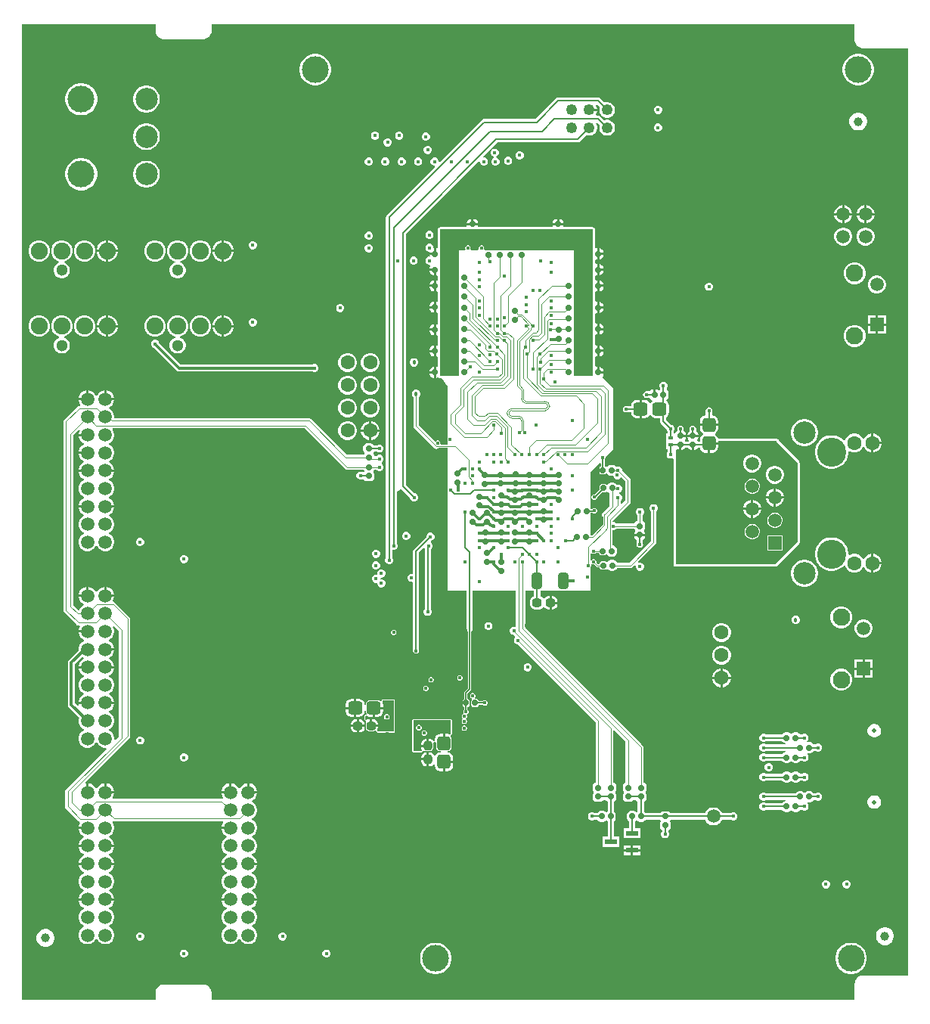
<source format=gbr>
G04*
G04 #@! TF.GenerationSoftware,Altium Limited,Altium Designer,24.2.2 (26)*
G04*
G04 Layer_Physical_Order=6*
G04 Layer_Color=16711680*
%FSLAX44Y44*%
%MOMM*%
G71*
G04*
G04 #@! TF.SameCoordinates,D1F85D35-12B9-47B7-842E-F7ABDB1EEA32*
G04*
G04*
G04 #@! TF.FilePolarity,Positive*
G04*
G01*
G75*
G04:AMPARAMS|DCode=22|XSize=0.7mm|YSize=0.6mm|CornerRadius=0.15mm|HoleSize=0mm|Usage=FLASHONLY|Rotation=90.000|XOffset=0mm|YOffset=0mm|HoleType=Round|Shape=RoundedRectangle|*
%AMROUNDEDRECTD22*
21,1,0.7000,0.3000,0,0,90.0*
21,1,0.4000,0.6000,0,0,90.0*
1,1,0.3000,0.1500,0.2000*
1,1,0.3000,0.1500,-0.2000*
1,1,0.3000,-0.1500,-0.2000*
1,1,0.3000,-0.1500,0.2000*
%
%ADD22ROUNDEDRECTD22*%
G04:AMPARAMS|DCode=24|XSize=0.7mm|YSize=0.6mm|CornerRadius=0.15mm|HoleSize=0mm|Usage=FLASHONLY|Rotation=0.000|XOffset=0mm|YOffset=0mm|HoleType=Round|Shape=RoundedRectangle|*
%AMROUNDEDRECTD24*
21,1,0.7000,0.3000,0,0,0.0*
21,1,0.4000,0.6000,0,0,0.0*
1,1,0.3000,0.2000,-0.1500*
1,1,0.3000,-0.2000,-0.1500*
1,1,0.3000,-0.2000,0.1500*
1,1,0.3000,0.2000,0.1500*
%
%ADD24ROUNDEDRECTD24*%
G04:AMPARAMS|DCode=28|XSize=0.95mm|YSize=1mm|CornerRadius=0.2375mm|HoleSize=0mm|Usage=FLASHONLY|Rotation=90.000|XOffset=0mm|YOffset=0mm|HoleType=Round|Shape=RoundedRectangle|*
%AMROUNDEDRECTD28*
21,1,0.9500,0.5250,0,0,90.0*
21,1,0.4750,1.0000,0,0,90.0*
1,1,0.4750,0.2625,0.2375*
1,1,0.4750,0.2625,-0.2375*
1,1,0.4750,-0.2625,-0.2375*
1,1,0.4750,-0.2625,0.2375*
%
%ADD28ROUNDEDRECTD28*%
G04:AMPARAMS|DCode=30|XSize=0.95mm|YSize=1mm|CornerRadius=0.2375mm|HoleSize=0mm|Usage=FLASHONLY|Rotation=180.000|XOffset=0mm|YOffset=0mm|HoleType=Round|Shape=RoundedRectangle|*
%AMROUNDEDRECTD30*
21,1,0.9500,0.5250,0,0,180.0*
21,1,0.4750,1.0000,0,0,180.0*
1,1,0.4750,-0.2375,0.2625*
1,1,0.4750,0.2375,0.2625*
1,1,0.4750,0.2375,-0.2625*
1,1,0.4750,-0.2375,-0.2625*
%
%ADD30ROUNDEDRECTD30*%
G04:AMPARAMS|DCode=31|XSize=1.5mm|YSize=1.6mm|CornerRadius=0.375mm|HoleSize=0mm|Usage=FLASHONLY|Rotation=180.000|XOffset=0mm|YOffset=0mm|HoleType=Round|Shape=RoundedRectangle|*
%AMROUNDEDRECTD31*
21,1,1.5000,0.8500,0,0,180.0*
21,1,0.7500,1.6000,0,0,180.0*
1,1,0.7500,-0.3750,0.4250*
1,1,0.7500,0.3750,0.4250*
1,1,0.7500,0.3750,-0.4250*
1,1,0.7500,-0.3750,-0.4250*
%
%ADD31ROUNDEDRECTD31*%
%ADD94C,1.0000*%
%ADD95C,0.3050*%
%ADD96C,0.1020*%
%ADD97C,0.2030*%
%ADD98C,0.1450*%
%ADD99C,0.1200*%
%ADD104C,1.9000*%
%ADD105C,1.3000*%
%ADD106C,3.0000*%
%ADD107C,1.2500*%
%ADD108C,1.9500*%
%ADD109C,1.5080*%
%ADD110R,1.5080X1.5080*%
%ADD111C,1.5000*%
%ADD112C,1.6000*%
%ADD113C,0.5000*%
%ADD114R,1.5000X1.5000*%
%ADD115C,2.5000*%
%ADD116C,3.2500*%
%ADD117C,0.4000*%
%ADD118C,0.4570*%
%ADD121C,0.1069*%
G04:AMPARAMS|DCode=122|XSize=1.15mm|YSize=1.8mm|CornerRadius=0.2875mm|HoleSize=0mm|Usage=FLASHONLY|Rotation=180.000|XOffset=0mm|YOffset=0mm|HoleType=Round|Shape=RoundedRectangle|*
%AMROUNDEDRECTD122*
21,1,1.1500,1.2250,0,0,180.0*
21,1,0.5750,1.8000,0,0,180.0*
1,1,0.5750,-0.2875,0.6125*
1,1,0.5750,0.2875,0.6125*
1,1,0.5750,0.2875,-0.6125*
1,1,0.5750,-0.2875,-0.6125*
%
%ADD122ROUNDEDRECTD122*%
%ADD123R,1.3500X0.6000*%
%ADD124R,0.5000X0.4000*%
G04:AMPARAMS|DCode=125|XSize=1.5mm|YSize=1.6mm|CornerRadius=0.375mm|HoleSize=0mm|Usage=FLASHONLY|Rotation=90.000|XOffset=0mm|YOffset=0mm|HoleType=Round|Shape=RoundedRectangle|*
%AMROUNDEDRECTD125*
21,1,1.5000,0.8500,0,0,90.0*
21,1,0.7500,1.6000,0,0,90.0*
1,1,0.7500,0.4250,0.3750*
1,1,0.7500,0.4250,-0.3750*
1,1,0.7500,-0.4250,-0.3750*
1,1,0.7500,-0.4250,0.3750*
%
%ADD125ROUNDEDRECTD125*%
G36*
X936116Y1078000D02*
X936153Y1077811D01*
X936134Y1077619D01*
X936230Y1076644D01*
X936396Y1076098D01*
X936507Y1075538D01*
X937254Y1073736D01*
X938096Y1072476D01*
X939475Y1071096D01*
X940736Y1070254D01*
X942538Y1069507D01*
X943098Y1069396D01*
X943644Y1069230D01*
X944619Y1069134D01*
X944811Y1069153D01*
X945000Y1069116D01*
X996116D01*
Y30885D01*
X945000Y30885D01*
X944811Y30847D01*
X944619Y30866D01*
X943644Y30770D01*
X943098Y30604D01*
X942538Y30493D01*
X940736Y29746D01*
X939475Y28904D01*
X938096Y27525D01*
X937254Y26265D01*
X936507Y24462D01*
X936396Y23902D01*
X936230Y23356D01*
X936134Y22381D01*
X936153Y22189D01*
X936116Y22000D01*
X936116Y3885D01*
X215885D01*
Y12000D01*
X215847Y12189D01*
X215866Y12381D01*
X215770Y13356D01*
X215604Y13903D01*
X215493Y14462D01*
X214746Y16265D01*
X213904Y17525D01*
X212525Y18904D01*
X211264Y19746D01*
X209462Y20493D01*
X208902Y20604D01*
X208356Y20770D01*
X207381Y20866D01*
X207189Y20847D01*
X207000Y20885D01*
X162000Y20885D01*
X161811Y20847D01*
X161619Y20866D01*
X160644Y20770D01*
X160098Y20604D01*
X159538Y20493D01*
X157736Y19746D01*
X156475Y18904D01*
X155096Y17525D01*
X154254Y16264D01*
X153507Y14462D01*
X153396Y13902D01*
X153230Y13356D01*
X153134Y12381D01*
X153153Y12189D01*
X153116Y12000D01*
X153116Y3885D01*
X3885D01*
Y1096116D01*
X153116D01*
Y1088000D01*
X153153Y1087811D01*
X153134Y1087619D01*
X153230Y1086644D01*
X153396Y1086098D01*
X153507Y1085538D01*
X154254Y1083736D01*
X155096Y1082476D01*
X156475Y1081096D01*
X157736Y1080254D01*
X159538Y1079508D01*
X160098Y1079396D01*
X160644Y1079230D01*
X161619Y1079134D01*
X161811Y1079153D01*
X162000Y1079116D01*
X207000Y1079116D01*
X207189Y1079153D01*
X207381Y1079134D01*
X208356Y1079230D01*
X208902Y1079396D01*
X209462Y1079508D01*
X211264Y1080254D01*
X212525Y1081096D01*
X213904Y1082476D01*
X214746Y1083736D01*
X215493Y1085538D01*
X215604Y1086098D01*
X215770Y1086644D01*
X215866Y1087619D01*
X215847Y1087811D01*
X215885Y1088000D01*
X215885Y1096116D01*
X936116D01*
Y1078000D01*
D02*
G37*
%LPC*%
G36*
X941728Y1062540D02*
X938273D01*
X934884Y1061866D01*
X931692Y1060544D01*
X928819Y1058624D01*
X926376Y1056181D01*
X924456Y1053308D01*
X923134Y1050116D01*
X922460Y1046728D01*
Y1043273D01*
X923134Y1039884D01*
X924456Y1036692D01*
X926376Y1033819D01*
X928819Y1031376D01*
X931692Y1029456D01*
X934884Y1028134D01*
X938273Y1027460D01*
X941728D01*
X945116Y1028134D01*
X948308Y1029456D01*
X951181Y1031376D01*
X953624Y1033819D01*
X955544Y1036692D01*
X956866Y1039884D01*
X957540Y1043273D01*
Y1046728D01*
X956866Y1050116D01*
X955544Y1053308D01*
X953624Y1056181D01*
X951181Y1058624D01*
X948308Y1060544D01*
X945116Y1061866D01*
X941728Y1062540D01*
D02*
G37*
G36*
X333728D02*
X330273D01*
X326884Y1061866D01*
X323692Y1060544D01*
X320819Y1058624D01*
X318376Y1056181D01*
X316456Y1053308D01*
X315134Y1050116D01*
X314460Y1046728D01*
Y1043273D01*
X315134Y1039884D01*
X316456Y1036692D01*
X318376Y1033819D01*
X320819Y1031376D01*
X323692Y1029456D01*
X326884Y1028134D01*
X330273Y1027460D01*
X333728D01*
X337116Y1028134D01*
X340308Y1029456D01*
X343181Y1031376D01*
X345624Y1033819D01*
X347544Y1036692D01*
X348866Y1039884D01*
X349540Y1043273D01*
Y1046728D01*
X348866Y1050116D01*
X347544Y1053308D01*
X345624Y1056181D01*
X343181Y1058624D01*
X340308Y1060544D01*
X337116Y1061866D01*
X333728Y1062540D01*
D02*
G37*
G36*
X649000Y1013625D02*
X649000Y1013625D01*
X604000D01*
X604000Y1013625D01*
X602613Y1013349D01*
X601437Y1012563D01*
X578499Y989625D01*
X521000D01*
X519613Y989349D01*
X518437Y988563D01*
X518437Y988563D01*
X471524Y941650D01*
X470254Y942176D01*
Y942903D01*
X469563Y944572D01*
X468286Y945849D01*
X466617Y946540D01*
X464811D01*
X463143Y945849D01*
X461865Y944572D01*
X461174Y942903D01*
Y941097D01*
X461865Y939428D01*
X463143Y938151D01*
X464811Y937460D01*
X465538D01*
X466064Y936190D01*
X412277Y882403D01*
X411492Y881228D01*
X411216Y879840D01*
X411216Y879840D01*
Y498672D01*
X410992Y498447D01*
X410300Y496779D01*
Y494973D01*
X410992Y493304D01*
X412269Y492027D01*
X413937Y491336D01*
X415744D01*
X417412Y492027D01*
X418689Y493304D01*
X419380Y494973D01*
Y496779D01*
X418689Y498447D01*
X418465Y498672D01*
Y507038D01*
X419097Y507460D01*
X420903D01*
X422572Y508151D01*
X423849Y509428D01*
X424540Y511097D01*
Y512903D01*
X423849Y514572D01*
X423600Y514821D01*
Y572881D01*
X424581Y573686D01*
X424806Y573642D01*
X424843D01*
X426127Y573897D01*
X427215Y574624D01*
X427360Y574840D01*
X428624Y574965D01*
X438137Y565452D01*
Y565135D01*
X438828Y563466D01*
X440105Y562189D01*
X441774Y561498D01*
X443580D01*
X445248Y562189D01*
X446526Y563466D01*
X447217Y565135D01*
Y566941D01*
X446526Y568609D01*
X445248Y569886D01*
X443580Y570578D01*
X443263D01*
X433625Y580216D01*
Y860935D01*
X515190Y942501D01*
X516460Y941974D01*
Y941097D01*
X517151Y939428D01*
X518428Y938151D01*
X520097Y937460D01*
X521903D01*
X523572Y938151D01*
X524849Y939428D01*
X525540Y941097D01*
Y942903D01*
X524849Y944572D01*
X523572Y945849D01*
X521903Y946540D01*
X521026D01*
X520499Y947810D01*
X536065Y963375D01*
X626000D01*
X626000Y963375D01*
X627387Y963651D01*
X628563Y964437D01*
X635866Y971740D01*
X637843Y971210D01*
X640157D01*
X642393Y971809D01*
X644397Y972966D01*
X646034Y974603D01*
X647191Y976607D01*
X647790Y978843D01*
Y981157D01*
X647191Y983393D01*
X646506Y984579D01*
X647104Y985892D01*
X647871Y986003D01*
X650740Y983134D01*
X650210Y981157D01*
Y978843D01*
X650809Y976607D01*
X651966Y974603D01*
X653603Y972966D01*
X655607Y971809D01*
X657843Y971210D01*
X660157D01*
X662393Y971809D01*
X664397Y972966D01*
X666034Y974603D01*
X667191Y976607D01*
X667790Y978843D01*
Y981157D01*
X667191Y983393D01*
X666034Y985397D01*
X664397Y987034D01*
X662393Y988191D01*
X660157Y988790D01*
X657843D01*
X655866Y988260D01*
X651563Y992563D01*
X650387Y993349D01*
X649000Y993625D01*
X649000Y993625D01*
X646686D01*
X646202Y994895D01*
X647191Y996607D01*
X647760Y998730D01*
X639000D01*
Y1001270D01*
X647760D01*
X647191Y1003393D01*
X646506Y1004579D01*
X647104Y1005892D01*
X647871Y1006003D01*
X650740Y1003134D01*
X650210Y1001157D01*
Y998843D01*
X650809Y996607D01*
X651966Y994603D01*
X653603Y992966D01*
X655607Y991809D01*
X657843Y991210D01*
X660157D01*
X662393Y991809D01*
X664397Y992966D01*
X666034Y994603D01*
X667191Y996607D01*
X667790Y998843D01*
Y1001157D01*
X667191Y1003393D01*
X666034Y1005397D01*
X664397Y1007034D01*
X662393Y1008191D01*
X660157Y1008790D01*
X657843D01*
X655866Y1008260D01*
X651563Y1012563D01*
X650387Y1013349D01*
X650157Y1013394D01*
X649000Y1013625D01*
D02*
G37*
G36*
X144481Y1027038D02*
X141519D01*
X138613Y1026460D01*
X135876Y1025326D01*
X133413Y1023680D01*
X131318Y1021585D01*
X129672Y1019122D01*
X128538Y1016385D01*
X127960Y1013479D01*
Y1010516D01*
X128538Y1007611D01*
X129672Y1004874D01*
X131318Y1002410D01*
X133413Y1000315D01*
X135876Y998669D01*
X138613Y997536D01*
X141519Y996958D01*
X144481D01*
X147387Y997536D01*
X150124Y998669D01*
X152587Y1000315D01*
X154682Y1002410D01*
X156328Y1004874D01*
X157462Y1007611D01*
X158040Y1010516D01*
Y1013479D01*
X157462Y1016385D01*
X156328Y1019122D01*
X154682Y1021585D01*
X152587Y1023680D01*
X150124Y1025326D01*
X147387Y1026460D01*
X144481Y1027038D01*
D02*
G37*
G36*
X716957Y1004480D02*
X715151D01*
X713482Y1003789D01*
X712205Y1002512D01*
X711514Y1000843D01*
Y999037D01*
X712205Y997369D01*
X713482Y996091D01*
X715151Y995400D01*
X716957D01*
X718626Y996091D01*
X719903Y997369D01*
X720594Y999037D01*
Y1000843D01*
X719903Y1002512D01*
X718626Y1003789D01*
X716957Y1004480D01*
D02*
G37*
G36*
X71777Y1030038D02*
X68223D01*
X64738Y1029345D01*
X61455Y1027985D01*
X58500Y1026011D01*
X55987Y1023498D01*
X54013Y1020543D01*
X52653Y1017260D01*
X51960Y1013775D01*
Y1010221D01*
X52653Y1006736D01*
X54013Y1003453D01*
X55987Y1000498D01*
X58500Y997986D01*
X61455Y996011D01*
X64738Y994651D01*
X68223Y993958D01*
X71777D01*
X75262Y994651D01*
X78545Y996011D01*
X81500Y997986D01*
X84012Y1000498D01*
X85987Y1003453D01*
X87347Y1006736D01*
X88040Y1010221D01*
Y1013775D01*
X87347Y1017260D01*
X85987Y1020543D01*
X84012Y1023498D01*
X81500Y1026011D01*
X78545Y1027985D01*
X75262Y1029345D01*
X71777Y1030038D01*
D02*
G37*
G36*
X941317Y997000D02*
X938683D01*
X936140Y996319D01*
X933860Y995002D01*
X931998Y993140D01*
X930682Y990860D01*
X930000Y988316D01*
Y985684D01*
X930682Y983140D01*
X931998Y980860D01*
X933860Y978998D01*
X936140Y977682D01*
X938683Y977000D01*
X941317D01*
X943860Y977682D01*
X946140Y978998D01*
X948002Y980860D01*
X949318Y983140D01*
X950000Y985684D01*
Y988316D01*
X949318Y990860D01*
X948002Y993140D01*
X946140Y995002D01*
X943860Y996319D01*
X941317Y997000D01*
D02*
G37*
G36*
X716866Y984577D02*
X715060D01*
X713392Y983886D01*
X712114Y982608D01*
X711423Y980940D01*
Y979134D01*
X712114Y977465D01*
X713392Y976188D01*
X715060Y975497D01*
X716866D01*
X718535Y976188D01*
X719812Y977465D01*
X720503Y979134D01*
Y980940D01*
X719812Y982608D01*
X718535Y983886D01*
X716866Y984577D01*
D02*
G37*
G36*
X426903Y975540D02*
X425097D01*
X423428Y974849D01*
X422151Y973572D01*
X421460Y971903D01*
Y970097D01*
X422151Y968428D01*
X423428Y967151D01*
X425097Y966460D01*
X426903D01*
X428572Y967151D01*
X429849Y968428D01*
X430540Y970097D01*
Y971903D01*
X429849Y973572D01*
X428572Y974849D01*
X426903Y975540D01*
D02*
G37*
G36*
X399903D02*
X398097D01*
X396428Y974849D01*
X395151Y973572D01*
X394460Y971903D01*
Y970097D01*
X395151Y968428D01*
X396428Y967151D01*
X398097Y966460D01*
X399903D01*
X401572Y967151D01*
X402849Y968428D01*
X403540Y970097D01*
Y971903D01*
X402849Y973572D01*
X401572Y974849D01*
X399903Y975540D01*
D02*
G37*
G36*
X456903Y974540D02*
X455097D01*
X453428Y973849D01*
X452151Y972572D01*
X451460Y970903D01*
Y969097D01*
X452151Y967428D01*
X453428Y966151D01*
X455097Y965460D01*
X456903D01*
X458572Y966151D01*
X459849Y967428D01*
X460540Y969097D01*
Y970903D01*
X459849Y972572D01*
X458572Y973849D01*
X456903Y974540D01*
D02*
G37*
G36*
X413946Y968093D02*
X412140D01*
X410471Y967402D01*
X409194Y966125D01*
X408503Y964456D01*
Y962650D01*
X409194Y960982D01*
X410471Y959704D01*
X412140Y959013D01*
X413946D01*
X415615Y959704D01*
X416892Y960982D01*
X417583Y962650D01*
Y964456D01*
X416892Y966125D01*
X415615Y967402D01*
X413946Y968093D01*
D02*
G37*
G36*
X144481Y985038D02*
X141519D01*
X138613Y984460D01*
X135876Y983326D01*
X133413Y981680D01*
X131318Y979585D01*
X129672Y977122D01*
X128538Y974385D01*
X127960Y971479D01*
Y968517D01*
X128538Y965611D01*
X129672Y962874D01*
X131318Y960410D01*
X133413Y958316D01*
X135876Y956670D01*
X138613Y955536D01*
X141519Y954958D01*
X144481D01*
X147387Y955536D01*
X150124Y956670D01*
X152587Y958316D01*
X154682Y960410D01*
X156328Y962874D01*
X157462Y965611D01*
X158040Y968517D01*
Y971479D01*
X157462Y974385D01*
X156328Y977122D01*
X154682Y979585D01*
X152587Y981680D01*
X150124Y983326D01*
X147387Y984460D01*
X144481Y985038D01*
D02*
G37*
G36*
X458903Y959540D02*
X457097D01*
X455428Y958849D01*
X454151Y957572D01*
X453460Y955903D01*
Y954097D01*
X454151Y952428D01*
X455428Y951151D01*
X457097Y950460D01*
X458903D01*
X460572Y951151D01*
X461849Y952428D01*
X462540Y954097D01*
Y955903D01*
X461849Y957572D01*
X460572Y958849D01*
X458903Y959540D01*
D02*
G37*
G36*
X561903Y953540D02*
X560097D01*
X558428Y952849D01*
X557151Y951572D01*
X556460Y949903D01*
Y948097D01*
X557151Y946428D01*
X558428Y945151D01*
X560097Y944460D01*
X561903D01*
X563572Y945151D01*
X564849Y946428D01*
X565540Y948097D01*
Y949903D01*
X564849Y951572D01*
X563572Y952849D01*
X561903Y953540D01*
D02*
G37*
G36*
X548903Y947540D02*
X547097D01*
X545428Y946849D01*
X544151Y945572D01*
X543460Y943903D01*
Y942097D01*
X544151Y940428D01*
X545428Y939151D01*
X547097Y938460D01*
X548903D01*
X550572Y939151D01*
X551849Y940428D01*
X552540Y942097D01*
Y943903D01*
X551849Y945572D01*
X550572Y946849D01*
X548903Y947540D01*
D02*
G37*
G36*
X533903Y956540D02*
X532097D01*
X530428Y955849D01*
X529151Y954572D01*
X528460Y952903D01*
Y951097D01*
X529151Y949428D01*
X530428Y948151D01*
X532048Y947480D01*
X532118Y947291D01*
X532252Y946190D01*
X531428Y945849D01*
X530151Y944572D01*
X529460Y942903D01*
Y941097D01*
X530151Y939428D01*
X531428Y938151D01*
X533097Y937460D01*
X534903D01*
X536572Y938151D01*
X537849Y939428D01*
X538540Y941097D01*
Y942903D01*
X537849Y944572D01*
X536572Y945849D01*
X534952Y946520D01*
X534882Y946709D01*
X534748Y947810D01*
X535572Y948151D01*
X536849Y949428D01*
X537540Y951097D01*
Y952903D01*
X536849Y954572D01*
X535572Y955849D01*
X533903Y956540D01*
D02*
G37*
G36*
X448189Y946540D02*
X446383D01*
X444714Y945849D01*
X443437Y944572D01*
X442746Y942903D01*
Y941097D01*
X443437Y939428D01*
X444714Y938151D01*
X446383Y937460D01*
X448189D01*
X449857Y938151D01*
X451134Y939428D01*
X451826Y941097D01*
Y942903D01*
X451134Y944572D01*
X449857Y945849D01*
X448189Y946540D01*
D02*
G37*
G36*
X429760D02*
X427954D01*
X426285Y945849D01*
X425008Y944572D01*
X424317Y942903D01*
Y941097D01*
X425008Y939428D01*
X426285Y938151D01*
X427954Y937460D01*
X429760D01*
X431429Y938151D01*
X432706Y939428D01*
X433397Y941097D01*
Y942903D01*
X432706Y944572D01*
X431429Y945849D01*
X429760Y946540D01*
D02*
G37*
G36*
X411332D02*
X409525D01*
X407857Y945849D01*
X406580Y944572D01*
X405889Y942903D01*
Y941097D01*
X406580Y939428D01*
X407857Y938151D01*
X409525Y937460D01*
X411332D01*
X413000Y938151D01*
X414277Y939428D01*
X414969Y941097D01*
Y942903D01*
X414277Y944572D01*
X413000Y945849D01*
X411332Y946540D01*
D02*
G37*
G36*
X392903D02*
X391097D01*
X389428Y945849D01*
X388151Y944572D01*
X387460Y942903D01*
Y941097D01*
X388151Y939428D01*
X389428Y938151D01*
X391097Y937460D01*
X392903D01*
X394572Y938151D01*
X395849Y939428D01*
X396540Y941097D01*
Y942903D01*
X395849Y944572D01*
X394572Y945849D01*
X392903Y946540D01*
D02*
G37*
G36*
X144481Y943038D02*
X141519D01*
X138613Y942460D01*
X135876Y941326D01*
X133413Y939680D01*
X131318Y937586D01*
X129672Y935122D01*
X128538Y932385D01*
X127960Y929479D01*
Y926517D01*
X128538Y923611D01*
X129672Y920874D01*
X131318Y918411D01*
X133413Y916316D01*
X135876Y914670D01*
X138613Y913536D01*
X141519Y912958D01*
X144481D01*
X147387Y913536D01*
X150124Y914670D01*
X152587Y916316D01*
X154682Y918411D01*
X156328Y920874D01*
X157462Y923611D01*
X158040Y926517D01*
Y929479D01*
X157462Y932385D01*
X156328Y935122D01*
X154682Y937586D01*
X152587Y939680D01*
X150124Y941326D01*
X147387Y942460D01*
X144481Y943038D01*
D02*
G37*
G36*
X71777Y946039D02*
X68223D01*
X64738Y945345D01*
X61455Y943985D01*
X58500Y942011D01*
X55987Y939498D01*
X54013Y936544D01*
X52653Y933261D01*
X51960Y929775D01*
Y926222D01*
X52653Y922737D01*
X54013Y919453D01*
X55987Y916499D01*
X58500Y913986D01*
X61455Y912012D01*
X64738Y910652D01*
X68223Y909959D01*
X71777D01*
X75262Y910652D01*
X78545Y912012D01*
X81500Y913986D01*
X84012Y916499D01*
X85987Y919453D01*
X87347Y922737D01*
X88040Y926222D01*
Y929775D01*
X87347Y933261D01*
X85987Y936544D01*
X84012Y939498D01*
X81500Y942011D01*
X78545Y943985D01*
X75262Y945345D01*
X71777Y946039D01*
D02*
G37*
G36*
X949540Y893224D02*
X949488D01*
Y884454D01*
X958258D01*
Y884506D01*
X957574Y887059D01*
X956252Y889349D01*
X954383Y891218D01*
X952093Y892540D01*
X949540Y893224D01*
D02*
G37*
G36*
X924540D02*
X924488D01*
Y884454D01*
X933258D01*
Y884506D01*
X932574Y887059D01*
X931252Y889349D01*
X929383Y891218D01*
X927093Y892540D01*
X924540Y893224D01*
D02*
G37*
G36*
X946948D02*
X946896D01*
X944343Y892540D01*
X942053Y891218D01*
X940184Y889349D01*
X938862Y887059D01*
X938178Y884506D01*
Y884454D01*
X946948D01*
Y893224D01*
D02*
G37*
G36*
X921948D02*
X921896D01*
X919343Y892540D01*
X917053Y891218D01*
X915184Y889349D01*
X913862Y887059D01*
X913178Y884506D01*
Y884454D01*
X921948D01*
Y893224D01*
D02*
G37*
G36*
X605953Y877619D02*
X605223D01*
Y873270D01*
X610072D01*
Y873500D01*
X609759Y875076D01*
X608866Y876413D01*
X607529Y877306D01*
X605953Y877619D01*
D02*
G37*
G36*
X602683D02*
X601953D01*
X600377Y877306D01*
X599040Y876413D01*
X598148Y875076D01*
X597834Y873500D01*
Y873270D01*
X602683D01*
Y877619D01*
D02*
G37*
G36*
X510000Y877619D02*
X509270D01*
Y873270D01*
X514119D01*
Y873500D01*
X513806Y875076D01*
X512913Y876413D01*
X511576Y877306D01*
X510000Y877619D01*
D02*
G37*
G36*
X506730D02*
X506000D01*
X504424Y877306D01*
X503087Y876413D01*
X502194Y875076D01*
X501881Y873500D01*
Y873270D01*
X506730D01*
Y877619D01*
D02*
G37*
G36*
X958258Y881914D02*
X949488D01*
Y873144D01*
X949540D01*
X952093Y873828D01*
X954383Y875150D01*
X956252Y877019D01*
X957574Y879309D01*
X958258Y881862D01*
Y881914D01*
D02*
G37*
G36*
X946948D02*
X938178D01*
Y881862D01*
X938862Y879309D01*
X940184Y877019D01*
X942053Y875150D01*
X944343Y873828D01*
X946896Y873144D01*
X946948D01*
Y881914D01*
D02*
G37*
G36*
X933258D02*
X924488D01*
Y873144D01*
X924540D01*
X927093Y873828D01*
X929383Y875150D01*
X931252Y877019D01*
X932574Y879309D01*
X933258Y881862D01*
Y881914D01*
D02*
G37*
G36*
X921948D02*
X913178D01*
Y881862D01*
X913862Y879309D01*
X915184Y877019D01*
X917053Y875150D01*
X919343Y873828D01*
X921896Y873144D01*
X921948D01*
Y881914D01*
D02*
G37*
G36*
X610072Y870730D02*
X597834D01*
Y870500D01*
X597961Y869860D01*
X596959Y868590D01*
X514994D01*
X513992Y869860D01*
X514119Y870500D01*
Y870730D01*
X501881D01*
Y870500D01*
X502008Y869860D01*
X501006Y868590D01*
X472000D01*
X471009Y868393D01*
X470169Y867831D01*
X469607Y866991D01*
X469410Y866000D01*
Y845754D01*
X468140Y844752D01*
X467500Y844879D01*
X467270D01*
Y838760D01*
X466000D01*
Y837490D01*
X460381D01*
Y836760D01*
X460428Y836522D01*
X459623Y835540D01*
X459097D01*
X457428Y834849D01*
X456151Y833572D01*
X455460Y831903D01*
Y830097D01*
X456151Y828428D01*
X457428Y827151D01*
X459097Y826460D01*
X460368D01*
X461102Y825273D01*
X460694Y824662D01*
X460381Y823086D01*
Y822356D01*
X466000D01*
Y821086D01*
X467270D01*
Y814966D01*
X467500D01*
X468140Y815094D01*
X469410Y814092D01*
Y809994D01*
X468140Y808992D01*
X467500Y809119D01*
X467270D01*
Y803000D01*
Y796881D01*
X467500D01*
X468140Y797008D01*
X469410Y796006D01*
Y785994D01*
X468140Y784992D01*
X467500Y785119D01*
X467270D01*
Y779000D01*
Y772881D01*
X467500D01*
X468140Y773008D01*
X469410Y772006D01*
Y760994D01*
X468140Y759992D01*
X467500Y760119D01*
X467270D01*
Y754000D01*
Y747881D01*
X467500D01*
X468140Y748008D01*
X469410Y747006D01*
Y736994D01*
X468140Y735992D01*
X467500Y736119D01*
X467270D01*
Y730000D01*
Y723881D01*
X467500D01*
X468140Y724008D01*
X469410Y723006D01*
Y712994D01*
X468140Y711992D01*
X467500Y712119D01*
X467270D01*
Y706000D01*
Y699881D01*
X467500D01*
X469076Y700194D01*
X469820Y700691D01*
X470169Y700169D01*
X471009Y699607D01*
X472000Y699410D01*
X473820D01*
X480000Y690616D01*
Y625126D01*
X472867D01*
X472019Y626396D01*
X472020Y626399D01*
Y627601D01*
X471560Y628711D01*
X470711Y629560D01*
X469601Y630020D01*
X468399D01*
X467289Y629560D01*
X466567Y628838D01*
X448110Y647296D01*
Y678286D01*
X449090Y679267D01*
X449825Y681040D01*
Y682960D01*
X449090Y684733D01*
X447733Y686090D01*
X445960Y686825D01*
X444040D01*
X442267Y686090D01*
X440910Y684733D01*
X440175Y682960D01*
Y681040D01*
X440910Y679267D01*
X441890Y678286D01*
Y646008D01*
X442127Y644818D01*
X442801Y643809D01*
X465339Y621271D01*
X466348Y620597D01*
X467538Y620360D01*
X468728Y620597D01*
X469737Y621271D01*
X470099Y621814D01*
X480000D01*
Y462000D01*
X501671D01*
Y418961D01*
X501924Y417687D01*
X502646Y416607D01*
X503221Y416223D01*
Y352464D01*
X501600Y350843D01*
X501369Y350689D01*
X499246Y348566D01*
X498860Y347989D01*
X498725Y347308D01*
Y340415D01*
X498517Y340374D01*
X497683Y339817D01*
X497126Y338983D01*
X496931Y338000D01*
Y334000D01*
X497126Y333017D01*
X497683Y332183D01*
X498517Y331626D01*
X498725Y331585D01*
Y327996D01*
X498440Y327711D01*
X497980Y326601D01*
Y325399D01*
X498080Y325158D01*
X498342Y324224D01*
X497445Y323625D01*
X497289Y323560D01*
X496440Y322711D01*
X495980Y321601D01*
Y320399D01*
X496440Y319289D01*
X496752Y318977D01*
X497224Y318303D01*
X496752Y317318D01*
X496586Y317152D01*
X496126Y316042D01*
Y314841D01*
X496586Y313731D01*
X497435Y312881D01*
X498545Y312421D01*
X499747D01*
X500857Y312881D01*
X501706Y313731D01*
X502166Y314841D01*
Y316042D01*
X501706Y317152D01*
X501394Y317464D01*
X500922Y318138D01*
X501394Y319123D01*
X501560Y319289D01*
X502020Y320399D01*
Y321601D01*
X501920Y321842D01*
X501658Y322776D01*
X502555Y323375D01*
X502711Y323440D01*
X503560Y324289D01*
X504020Y325399D01*
Y326601D01*
X503560Y327711D01*
X502711Y328560D01*
X502283Y328737D01*
Y331431D01*
X502500D01*
X503483Y331626D01*
X504317Y332183D01*
X504874Y333017D01*
X505069Y334000D01*
Y338000D01*
X504874Y338983D01*
X504317Y339817D01*
X503483Y340374D01*
X502500Y340569D01*
X502283D01*
Y346571D01*
X503730Y348018D01*
X503962Y348173D01*
X506258Y350469D01*
X506644Y351046D01*
X506779Y351727D01*
Y416223D01*
X507354Y416607D01*
X508076Y417687D01*
X508329Y418961D01*
Y462000D01*
X556890D01*
Y421925D01*
X555834Y421220D01*
X555516Y421351D01*
X553710D01*
X552041Y420660D01*
X550764Y419383D01*
X550073Y417715D01*
Y415908D01*
X550764Y414240D01*
X552041Y412963D01*
X553710Y412271D01*
X554331D01*
X555760Y410842D01*
X555738Y409158D01*
X555151Y408572D01*
X554460Y406903D01*
Y405097D01*
X555151Y403428D01*
X556428Y402151D01*
X558097Y401460D01*
X559142D01*
X645890Y314712D01*
Y246398D01*
X645424Y246306D01*
X644087Y245413D01*
X643194Y244076D01*
X642881Y242500D01*
Y239500D01*
X643194Y237924D01*
X643924Y236831D01*
X644020Y236000D01*
X643924Y235169D01*
X643194Y234076D01*
X642881Y232500D01*
Y229500D01*
X643194Y227924D01*
X644087Y226587D01*
X645424Y225694D01*
X647000Y225381D01*
X651000D01*
X652576Y225694D01*
X653913Y226587D01*
X654439Y227375D01*
X657561D01*
X658087Y226587D01*
X659375Y225727D01*
Y214439D01*
X658831Y214076D01*
X658000Y213980D01*
X657169Y214076D01*
X656076Y214806D01*
X654500Y215119D01*
X651500D01*
X649924Y214806D01*
X648587Y213913D01*
X647727Y212625D01*
X644796D01*
X644572Y212849D01*
X642903Y213540D01*
X641097D01*
X639428Y212849D01*
X638151Y211572D01*
X637460Y209903D01*
Y208097D01*
X638151Y206428D01*
X639428Y205151D01*
X641097Y204460D01*
X642903D01*
X644572Y205151D01*
X644796Y205375D01*
X647727D01*
X648587Y204087D01*
X649924Y203194D01*
X651500Y202881D01*
X654500D01*
X656076Y203194D01*
X657169Y203924D01*
X658000Y204020D01*
X658831Y203924D01*
X659375Y203561D01*
Y186163D01*
X653562D01*
Y175083D01*
X672142D01*
Y186163D01*
X666625D01*
Y203561D01*
X667413Y204087D01*
X668306Y205424D01*
X668619Y207000D01*
Y211000D01*
X668306Y212576D01*
X667413Y213913D01*
X666625Y214439D01*
Y225727D01*
X667913Y226587D01*
X668806Y227924D01*
X669119Y229500D01*
Y232500D01*
X668806Y234076D01*
X668076Y235169D01*
X667980Y236000D01*
X668076Y236831D01*
X668806Y237924D01*
X669119Y239500D01*
Y242500D01*
X668806Y244076D01*
X667913Y245413D01*
X666576Y246306D01*
X666110Y246398D01*
Y304763D01*
X667283Y305249D01*
X679456Y293076D01*
Y246398D01*
X678989Y246306D01*
X677653Y245413D01*
X676760Y244076D01*
X676446Y242500D01*
Y239500D01*
X676760Y237924D01*
X677490Y236831D01*
X677585Y236000D01*
X677490Y235169D01*
X676760Y234076D01*
X676446Y232500D01*
Y229500D01*
X676760Y227924D01*
X677653Y226587D01*
X678989Y225694D01*
X680565Y225381D01*
X684565D01*
X686142Y225694D01*
X687478Y226587D01*
X688005Y227375D01*
X691413D01*
X691939Y226587D01*
X693227Y225727D01*
Y214439D01*
X692683Y214076D01*
X691852Y213980D01*
X691021Y214076D01*
X689928Y214806D01*
X688352Y215119D01*
X685352D01*
X683776Y214806D01*
X682439Y213913D01*
X681546Y212576D01*
X681233Y211000D01*
Y207000D01*
X681546Y205424D01*
X682439Y204087D01*
X683227Y203561D01*
Y195663D01*
X677562D01*
Y184583D01*
X696142D01*
Y195663D01*
X690477D01*
Y203561D01*
X691021Y203924D01*
X691852Y204020D01*
X692683Y203924D01*
X693776Y203194D01*
X695352Y202881D01*
X698352D01*
X699928Y203194D01*
X701265Y204087D01*
X702125Y205375D01*
X718183D01*
X719055Y204310D01*
X718924Y203169D01*
X718194Y202076D01*
X717881Y200500D01*
Y197500D01*
X718194Y195924D01*
X719087Y194587D01*
X720375Y193727D01*
Y191796D01*
X720151Y191572D01*
X719460Y189903D01*
Y188097D01*
X720151Y186428D01*
X721428Y185151D01*
X723097Y184460D01*
X724903D01*
X726572Y185151D01*
X727849Y186428D01*
X728540Y188097D01*
Y189903D01*
X727849Y191572D01*
X727625Y191796D01*
Y193727D01*
X728913Y194587D01*
X729806Y195924D01*
X730119Y197500D01*
Y200500D01*
X729806Y202076D01*
X729076Y203169D01*
X728944Y204310D01*
X729817Y205375D01*
X768577D01*
X768644Y205125D01*
X769966Y202835D01*
X771835Y200966D01*
X774125Y199644D01*
X776678Y198960D01*
X779322D01*
X781875Y199644D01*
X784165Y200966D01*
X786034Y202835D01*
X787356Y205125D01*
X787423Y205375D01*
X797204D01*
X797428Y205151D01*
X799097Y204460D01*
X800903D01*
X802572Y205151D01*
X803849Y206428D01*
X804540Y208097D01*
Y209903D01*
X803849Y211572D01*
X802572Y212849D01*
X800903Y213540D01*
X799097D01*
X797428Y212849D01*
X797204Y212625D01*
X787423D01*
X787356Y212875D01*
X786034Y215165D01*
X784165Y217034D01*
X781875Y218356D01*
X779322Y219040D01*
X776678D01*
X774125Y218356D01*
X771835Y217034D01*
X769966Y215165D01*
X768644Y212875D01*
X768577Y212625D01*
X729439D01*
X728913Y213413D01*
X727576Y214306D01*
X726000Y214619D01*
X722000D01*
X720424Y214306D01*
X719087Y213413D01*
X718561Y212625D01*
X702125D01*
X701265Y213913D01*
X700477Y214439D01*
Y225727D01*
X701765Y226587D01*
X702658Y227924D01*
X702971Y229500D01*
Y232500D01*
X702658Y234076D01*
X701928Y235169D01*
X701832Y236000D01*
X701928Y236831D01*
X702658Y237924D01*
X702971Y239500D01*
Y242500D01*
X702658Y244076D01*
X701765Y245413D01*
X700428Y246306D01*
X699962Y246398D01*
Y286131D01*
X699725Y287321D01*
X699051Y288330D01*
X698084Y289297D01*
X698051Y289347D01*
X567110Y420288D01*
Y462000D01*
X576849D01*
Y455182D01*
X575957Y455005D01*
X574332Y453918D01*
X573245Y452293D01*
X572864Y450375D01*
Y445625D01*
X573245Y443707D01*
X574332Y442081D01*
X575957Y440995D01*
X577875Y440614D01*
X583125D01*
X585043Y440995D01*
X586669Y442081D01*
X587236Y442931D01*
X588764D01*
X589332Y442081D01*
X590957Y440995D01*
X592875Y440614D01*
X594230D01*
Y448000D01*
Y455386D01*
X592875D01*
X590957Y455005D01*
X589332Y453918D01*
X588764Y453069D01*
X587236D01*
X586669Y453918D01*
X585043Y455005D01*
X584098Y455193D01*
Y462000D01*
X640000D01*
Y487729D01*
X640560Y488289D01*
X641020Y489399D01*
Y490601D01*
X640799Y491134D01*
X641876Y491853D01*
X642289Y491440D01*
X643399Y490980D01*
X644601D01*
X644655Y491003D01*
X646829Y488829D01*
X648000Y488344D01*
X650396D01*
Y488000D01*
X650592Y487017D01*
X651149Y486183D01*
X651982Y485626D01*
X652966Y485431D01*
X655966D01*
X656949Y485626D01*
X657783Y486183D01*
X657883Y486334D01*
X658377Y486368D01*
X659315Y486191D01*
X660053Y485087D01*
X661389Y484194D01*
X662966Y483881D01*
X665966D01*
X667542Y484194D01*
X668878Y485087D01*
X669771Y486424D01*
X669864Y486890D01*
X685000D01*
X686190Y487127D01*
X687199Y487801D01*
X690118Y490720D01*
X691195Y490001D01*
X691022Y489585D01*
Y487779D01*
X691714Y486110D01*
X692991Y484833D01*
X694659Y484142D01*
X696466D01*
X698134Y484833D01*
X699411Y486110D01*
X700102Y487779D01*
Y489585D01*
X699411Y491253D01*
X698134Y492531D01*
X696466Y493222D01*
X694659D01*
X694243Y493049D01*
X693524Y494126D01*
X713199Y513801D01*
X713873Y514810D01*
X714110Y516000D01*
Y550689D01*
X714849Y551428D01*
X715540Y553097D01*
Y554903D01*
X714849Y556572D01*
X713572Y557849D01*
X711903Y558540D01*
X710097D01*
X708428Y557849D01*
X707151Y556572D01*
X706460Y554903D01*
Y553097D01*
X707151Y551428D01*
X707890Y550689D01*
Y517288D01*
X683712Y493110D01*
X669864D01*
X669771Y493576D01*
X668878Y494913D01*
X667542Y495806D01*
X665966Y496119D01*
X662966D01*
X661389Y495806D01*
X660053Y494913D01*
X659315Y493809D01*
X658377Y493631D01*
X657883Y493666D01*
X657783Y493817D01*
X656949Y494374D01*
X655966Y494569D01*
X652966D01*
X651982Y494374D01*
X651149Y493817D01*
X650592Y492983D01*
X650396Y492000D01*
Y491656D01*
X648686D01*
X646997Y493345D01*
X647020Y493399D01*
Y494601D01*
X646560Y495711D01*
X645711Y496560D01*
X644601Y497020D01*
X643399D01*
X642289Y496560D01*
X641440Y495711D01*
X641270Y495301D01*
X640000Y495553D01*
Y504447D01*
X641270Y504699D01*
X641440Y504289D01*
X642289Y503440D01*
X643399Y502980D01*
X644601D01*
X645711Y503440D01*
X646560Y504289D01*
X646583Y504344D01*
X649931D01*
Y504000D01*
X650126Y503017D01*
X650683Y502183D01*
X651517Y501626D01*
X652500Y501431D01*
X655500D01*
X656483Y501626D01*
X657317Y502183D01*
X657417Y502334D01*
X657911Y502369D01*
X658850Y502191D01*
X659587Y501087D01*
X660924Y500194D01*
X662500Y499881D01*
X665500D01*
X667076Y500194D01*
X668413Y501087D01*
X669306Y502424D01*
X669619Y504000D01*
Y508000D01*
X669306Y509576D01*
X668413Y510913D01*
X667076Y511806D01*
X665500Y512119D01*
X665110D01*
Y529455D01*
X665117Y529460D01*
X666923D01*
X668592Y530151D01*
X669331Y530890D01*
X689717D01*
X690424Y529831D01*
X690520Y529000D01*
X690424Y528169D01*
X689694Y527076D01*
X689381Y525500D01*
Y525270D01*
X695500D01*
X701619D01*
Y525500D01*
X701305Y527076D01*
X700576Y528169D01*
X700480Y529000D01*
X700576Y529831D01*
X701305Y530924D01*
X701619Y532500D01*
Y535500D01*
X701305Y537076D01*
X700413Y538413D01*
X699076Y539306D01*
X698610Y539398D01*
Y546189D01*
X699599Y547178D01*
X700290Y548847D01*
Y550653D01*
X699599Y552322D01*
X698322Y553599D01*
X696653Y554290D01*
X694847D01*
X693178Y553599D01*
X691901Y552322D01*
X691210Y550653D01*
Y548847D01*
X691901Y547178D01*
X692390Y546689D01*
Y539398D01*
X691924Y539306D01*
X690587Y538413D01*
X689717Y537110D01*
X669331D01*
X668592Y537849D01*
X666923Y538540D01*
X665347D01*
X665208Y539810D01*
X684199Y558801D01*
X684873Y559810D01*
X685110Y561000D01*
Y585383D01*
X684873Y586573D01*
X684199Y587582D01*
X675524Y596257D01*
Y597303D01*
X674832Y598971D01*
X673555Y600248D01*
X671887Y600939D01*
X670080D01*
X669190Y600571D01*
X668595Y601461D01*
X667259Y602354D01*
X665683Y602668D01*
X662683D01*
X661106Y602354D01*
X659770Y601461D01*
X659032Y600357D01*
X658094Y600180D01*
X657600Y600215D01*
X657499Y600365D01*
X656666Y600922D01*
X656166Y601022D01*
Y608895D01*
X656560Y609289D01*
X657020Y610399D01*
Y611020D01*
X666000Y620000D01*
Y689000D01*
X655000Y700000D01*
X654071D01*
X653742Y700543D01*
X653535Y701270D01*
X654306Y702424D01*
X654619Y704000D01*
Y704730D01*
X649000D01*
Y706000D01*
X647730D01*
Y712119D01*
X647500D01*
X646860Y711992D01*
X645590Y712994D01*
Y723256D01*
X646860Y724258D01*
X647500Y724131D01*
X647730D01*
Y730250D01*
Y736369D01*
X647500D01*
X646860Y736242D01*
X645590Y737244D01*
Y747506D01*
X646860Y748508D01*
X647500Y748381D01*
X647730D01*
Y754500D01*
Y760619D01*
X647500D01*
X646860Y760492D01*
X645590Y761494D01*
Y771756D01*
X646860Y772758D01*
X647500Y772631D01*
X647730D01*
Y778750D01*
Y784869D01*
X647500D01*
X646860Y784742D01*
X645590Y785744D01*
Y796006D01*
X646860Y797008D01*
X647500Y796881D01*
X647730D01*
Y803000D01*
Y809119D01*
X647500D01*
X646860Y808992D01*
X645590Y809994D01*
Y814092D01*
X646860Y815094D01*
X647500Y814966D01*
X647730D01*
Y821086D01*
Y827205D01*
X647500D01*
X646860Y827077D01*
X645590Y828079D01*
Y831766D01*
X646860Y832768D01*
X647500Y832641D01*
X647730D01*
Y838760D01*
Y844879D01*
X647500D01*
X646860Y844752D01*
X645590Y845754D01*
Y866000D01*
X645393Y866991D01*
X644831Y867831D01*
X643991Y868393D01*
X643000Y868590D01*
X610947D01*
X609945Y869860D01*
X610072Y870500D01*
Y870730D01*
D02*
G37*
G36*
X460903Y864540D02*
X459097D01*
X457428Y863849D01*
X456151Y862572D01*
X455460Y860903D01*
Y859097D01*
X456151Y857428D01*
X457428Y856151D01*
X459097Y855460D01*
X460903D01*
X462572Y856151D01*
X463849Y857428D01*
X464540Y859097D01*
Y860903D01*
X463849Y862572D01*
X462572Y863849D01*
X460903Y864540D01*
D02*
G37*
G36*
X392903Y863540D02*
X391097D01*
X389428Y862849D01*
X388151Y861572D01*
X387460Y859903D01*
Y858097D01*
X388151Y856428D01*
X389428Y855151D01*
X391097Y854460D01*
X392903D01*
X394572Y855151D01*
X395849Y856428D01*
X396540Y858097D01*
Y859903D01*
X395849Y861572D01*
X394572Y862849D01*
X392903Y863540D01*
D02*
G37*
G36*
X949540Y868224D02*
X946896D01*
X944343Y867540D01*
X942053Y866218D01*
X940184Y864349D01*
X938862Y862059D01*
X938178Y859506D01*
Y856862D01*
X938862Y854309D01*
X940184Y852019D01*
X942053Y850150D01*
X944343Y848828D01*
X946896Y848144D01*
X949540D01*
X952093Y848828D01*
X954383Y850150D01*
X956252Y852019D01*
X957574Y854309D01*
X958258Y856862D01*
Y859506D01*
X957574Y862059D01*
X956252Y864349D01*
X954383Y866218D01*
X952093Y867540D01*
X949540Y868224D01*
D02*
G37*
G36*
X924540D02*
X921896D01*
X919343Y867540D01*
X917053Y866218D01*
X915184Y864349D01*
X913862Y862059D01*
X913178Y859506D01*
Y856862D01*
X913862Y854309D01*
X915184Y852019D01*
X917053Y850150D01*
X919343Y848828D01*
X921896Y848144D01*
X924540D01*
X927093Y848828D01*
X929383Y850150D01*
X931252Y852019D01*
X932574Y854309D01*
X933258Y856862D01*
Y859506D01*
X932574Y862059D01*
X931252Y864349D01*
X929383Y866218D01*
X927093Y867540D01*
X924540Y868224D01*
D02*
G37*
G36*
X262961Y853019D02*
X261155D01*
X259486Y852328D01*
X258209Y851051D01*
X257518Y849382D01*
Y847576D01*
X258209Y845907D01*
X259486Y844630D01*
X261155Y843939D01*
X262961D01*
X264630Y844630D01*
X265907Y845907D01*
X266598Y847576D01*
Y849382D01*
X265907Y851051D01*
X264630Y852328D01*
X262961Y853019D01*
D02*
G37*
G36*
X230385Y854040D02*
X230070D01*
Y843270D01*
X240840D01*
Y843585D01*
X240019Y846647D01*
X238434Y849393D01*
X236193Y851634D01*
X233447Y853220D01*
X230385Y854040D01*
D02*
G37*
G36*
X100685D02*
X100370D01*
Y843270D01*
X111140D01*
Y843585D01*
X110319Y846647D01*
X108734Y849393D01*
X106493Y851634D01*
X103747Y853220D01*
X100685Y854040D01*
D02*
G37*
G36*
X227530D02*
X227215D01*
X224153Y853220D01*
X221407Y851634D01*
X219166Y849393D01*
X217581Y846647D01*
X216760Y843585D01*
Y843270D01*
X227530D01*
Y854040D01*
D02*
G37*
G36*
X97830D02*
X97515D01*
X94453Y853220D01*
X91707Y851634D01*
X89466Y849393D01*
X87880Y846647D01*
X87060Y843585D01*
Y843270D01*
X97830D01*
Y854040D01*
D02*
G37*
G36*
X392903Y849540D02*
X391097D01*
X389428Y848849D01*
X388151Y847572D01*
X387460Y845903D01*
Y844097D01*
X388151Y842428D01*
X389428Y841151D01*
X391097Y840460D01*
X392903D01*
X394572Y841151D01*
X395849Y842428D01*
X396540Y844097D01*
Y845903D01*
X395849Y847572D01*
X394572Y848849D01*
X392903Y849540D01*
D02*
G37*
G36*
X650500Y844879D02*
X650270D01*
Y840030D01*
X654619D01*
Y840760D01*
X654306Y842336D01*
X653413Y843673D01*
X652076Y844566D01*
X650500Y844879D01*
D02*
G37*
G36*
X460903Y850040D02*
X459097D01*
X457428Y849349D01*
X456151Y848072D01*
X455460Y846403D01*
Y844597D01*
X456151Y842928D01*
X457428Y841651D01*
X459097Y840960D01*
X460217D01*
X460381Y840760D01*
Y840030D01*
X464730D01*
Y844879D01*
X464540D01*
Y846403D01*
X463849Y848072D01*
X462572Y849349D01*
X460903Y850040D01*
D02*
G37*
G36*
X654619Y837490D02*
X650270D01*
Y832641D01*
X650500D01*
X652076Y832954D01*
X653413Y833847D01*
X654306Y835184D01*
X654619Y836760D01*
Y837490D01*
D02*
G37*
G36*
X240840Y840730D02*
X230070D01*
Y829960D01*
X230385D01*
X233447Y830780D01*
X236193Y832366D01*
X238434Y834607D01*
X240019Y837353D01*
X240840Y840415D01*
Y840730D01*
D02*
G37*
G36*
X227530D02*
X216760D01*
Y840415D01*
X217581Y837353D01*
X219166Y834607D01*
X221407Y832366D01*
X224153Y830780D01*
X227215Y829960D01*
X227530D01*
Y840730D01*
D02*
G37*
G36*
X204985Y854040D02*
X201815D01*
X198753Y853220D01*
X196007Y851634D01*
X193766Y849393D01*
X192181Y846647D01*
X191360Y843585D01*
Y840415D01*
X192181Y837353D01*
X193766Y834607D01*
X196007Y832366D01*
X198753Y830780D01*
X201815Y829960D01*
X204985D01*
X208047Y830780D01*
X210793Y832366D01*
X213034Y834607D01*
X214620Y837353D01*
X215440Y840415D01*
Y843585D01*
X214620Y846647D01*
X213034Y849393D01*
X210793Y851634D01*
X208047Y853220D01*
X204985Y854040D01*
D02*
G37*
G36*
X154185D02*
X151015D01*
X147953Y853220D01*
X145207Y851634D01*
X142966Y849393D01*
X141381Y846647D01*
X140560Y843585D01*
Y840415D01*
X141381Y837353D01*
X142966Y834607D01*
X145207Y832366D01*
X147953Y830780D01*
X151015Y829960D01*
X154185D01*
X157247Y830780D01*
X159993Y832366D01*
X162234Y834607D01*
X163820Y837353D01*
X164640Y840415D01*
Y843585D01*
X163820Y846647D01*
X162234Y849393D01*
X159993Y851634D01*
X157247Y853220D01*
X154185Y854040D01*
D02*
G37*
G36*
X111140Y840730D02*
X100370D01*
Y829960D01*
X100685D01*
X103747Y830780D01*
X106493Y832366D01*
X108734Y834607D01*
X110319Y837353D01*
X111140Y840415D01*
Y840730D01*
D02*
G37*
G36*
X97830D02*
X87060D01*
Y840415D01*
X87880Y837353D01*
X89466Y834607D01*
X91707Y832366D01*
X94453Y830780D01*
X97515Y829960D01*
X97830D01*
Y840730D01*
D02*
G37*
G36*
X75285Y854040D02*
X72115D01*
X69053Y853220D01*
X66307Y851634D01*
X64066Y849393D01*
X62481Y846647D01*
X61660Y843585D01*
Y840415D01*
X62481Y837353D01*
X64066Y834607D01*
X66307Y832366D01*
X69053Y830780D01*
X72115Y829960D01*
X75285D01*
X78347Y830780D01*
X81093Y832366D01*
X83334Y834607D01*
X84920Y837353D01*
X85740Y840415D01*
Y843585D01*
X84920Y846647D01*
X83334Y849393D01*
X81093Y851634D01*
X78347Y853220D01*
X75285Y854040D01*
D02*
G37*
G36*
X24485D02*
X21315D01*
X18253Y853220D01*
X15507Y851634D01*
X13266Y849393D01*
X11681Y846647D01*
X10860Y843585D01*
Y840415D01*
X11681Y837353D01*
X13266Y834607D01*
X15507Y832366D01*
X18253Y830780D01*
X21315Y829960D01*
X24485D01*
X27547Y830780D01*
X30293Y832366D01*
X32534Y834607D01*
X34120Y837353D01*
X34940Y840415D01*
Y843585D01*
X34120Y846647D01*
X32534Y849393D01*
X30293Y851634D01*
X27547Y853220D01*
X24485Y854040D01*
D02*
G37*
G36*
X443153Y835540D02*
X441347D01*
X439678Y834849D01*
X438401Y833572D01*
X437710Y831903D01*
Y830097D01*
X438401Y828428D01*
X439678Y827151D01*
X441347Y826460D01*
X443153D01*
X444822Y827151D01*
X446099Y828428D01*
X446790Y830097D01*
Y831903D01*
X446099Y833572D01*
X444822Y834849D01*
X443153Y835540D01*
D02*
G37*
G36*
X650500Y827205D02*
X650270D01*
Y822356D01*
X654619D01*
Y823086D01*
X654306Y824662D01*
X653413Y825998D01*
X652076Y826891D01*
X650500Y827205D01*
D02*
G37*
G36*
X654619Y819816D02*
X650270D01*
Y814966D01*
X650500D01*
X652076Y815280D01*
X653413Y816173D01*
X654306Y817509D01*
X654619Y819086D01*
Y819816D01*
D02*
G37*
G36*
X464730D02*
X460381D01*
Y819086D01*
X460694Y817509D01*
X461587Y816173D01*
X462924Y815280D01*
X464500Y814966D01*
X464730D01*
Y819816D01*
D02*
G37*
G36*
X179585Y854040D02*
X176415D01*
X173353Y853220D01*
X170607Y851634D01*
X168366Y849393D01*
X166780Y846647D01*
X165960Y843585D01*
Y840415D01*
X166780Y837353D01*
X168366Y834607D01*
X170607Y832366D01*
X173353Y830780D01*
X175129Y830304D01*
X175129Y828990D01*
X174511Y828824D01*
X172449Y827634D01*
X170766Y825951D01*
X169576Y823889D01*
X168960Y821590D01*
Y819210D01*
X169576Y816911D01*
X170766Y814849D01*
X172449Y813166D01*
X174511Y811976D01*
X176810Y811360D01*
X179190D01*
X181489Y811976D01*
X183551Y813166D01*
X185234Y814849D01*
X186424Y816911D01*
X187040Y819210D01*
Y821590D01*
X186424Y823889D01*
X185234Y825951D01*
X183551Y827634D01*
X181489Y828824D01*
X180871Y828990D01*
X180871Y830304D01*
X182647Y830780D01*
X185393Y832366D01*
X187634Y834607D01*
X189219Y837353D01*
X190040Y840415D01*
Y843585D01*
X189219Y846647D01*
X187634Y849393D01*
X185393Y851634D01*
X182647Y853220D01*
X179585Y854040D01*
D02*
G37*
G36*
X49885D02*
X46715D01*
X43653Y853220D01*
X40907Y851634D01*
X38666Y849393D01*
X37081Y846647D01*
X36260Y843585D01*
Y840415D01*
X37081Y837353D01*
X38666Y834607D01*
X40907Y832366D01*
X43653Y830780D01*
X45429Y830304D01*
X45429Y828990D01*
X44811Y828824D01*
X42749Y827634D01*
X41066Y825951D01*
X39876Y823889D01*
X39260Y821590D01*
Y819210D01*
X39876Y816911D01*
X41066Y814849D01*
X42749Y813166D01*
X44811Y811976D01*
X47110Y811360D01*
X49490D01*
X51789Y811976D01*
X53851Y813166D01*
X55534Y814849D01*
X56724Y816911D01*
X57340Y819210D01*
Y821590D01*
X56724Y823889D01*
X55534Y825951D01*
X53851Y827634D01*
X51789Y828824D01*
X51171Y828990D01*
X51171Y830304D01*
X52947Y830780D01*
X55693Y832366D01*
X57934Y834607D01*
X59520Y837353D01*
X60340Y840415D01*
Y843585D01*
X59520Y846647D01*
X57934Y849393D01*
X55693Y851634D01*
X52947Y853220D01*
X49885Y854040D01*
D02*
G37*
G36*
X937618Y829290D02*
X934382D01*
X931256Y828453D01*
X928454Y826834D01*
X926166Y824546D01*
X924548Y821744D01*
X923710Y818618D01*
Y815382D01*
X924548Y812256D01*
X926166Y809454D01*
X928454Y807166D01*
X931256Y805548D01*
X934382Y804710D01*
X937618D01*
X940744Y805548D01*
X943546Y807166D01*
X945835Y809454D01*
X947452Y812256D01*
X948290Y815382D01*
Y818618D01*
X947452Y821744D01*
X945835Y824546D01*
X943546Y826834D01*
X940744Y828453D01*
X937618Y829290D01*
D02*
G37*
G36*
X650500Y809119D02*
X650270D01*
Y804270D01*
X654619D01*
Y805000D01*
X654306Y806576D01*
X653413Y807913D01*
X652076Y808805D01*
X650500Y809119D01*
D02*
G37*
G36*
X464730Y809119D02*
X464500D01*
X462924Y808806D01*
X461587Y807913D01*
X460694Y806576D01*
X460381Y805000D01*
Y804270D01*
X464730D01*
Y809119D01*
D02*
G37*
G36*
X773903Y806540D02*
X772097D01*
X770428Y805849D01*
X769151Y804572D01*
X768460Y802903D01*
Y801097D01*
X769151Y799428D01*
X770428Y798151D01*
X772097Y797460D01*
X773903D01*
X775572Y798151D01*
X776849Y799428D01*
X777540Y801097D01*
Y802903D01*
X776849Y804572D01*
X775572Y805849D01*
X773903Y806540D01*
D02*
G37*
G36*
X464730Y801730D02*
X460381D01*
Y801000D01*
X460694Y799424D01*
X461587Y798087D01*
X462924Y797194D01*
X464500Y796881D01*
X464730D01*
Y801730D01*
D02*
G37*
G36*
X654619D02*
X650270D01*
Y796881D01*
X650500D01*
X652076Y797194D01*
X653413Y798087D01*
X654306Y799424D01*
X654619Y801000D01*
Y801730D01*
D02*
G37*
G36*
X962327Y814580D02*
X959673D01*
X957109Y813893D01*
X954811Y812566D01*
X952934Y810689D01*
X951607Y808391D01*
X950920Y805827D01*
Y803173D01*
X951607Y800609D01*
X952934Y798311D01*
X954811Y796434D01*
X957109Y795107D01*
X959673Y794420D01*
X962327D01*
X964891Y795107D01*
X967189Y796434D01*
X969066Y798311D01*
X970393Y800609D01*
X971080Y803173D01*
Y805827D01*
X970393Y808391D01*
X969066Y810689D01*
X967189Y812566D01*
X964891Y813893D01*
X962327Y814580D01*
D02*
G37*
G36*
X464730Y785119D02*
X464500D01*
X462924Y784806D01*
X461587Y783913D01*
X460694Y782576D01*
X460381Y781000D01*
Y780270D01*
X464730D01*
Y785119D01*
D02*
G37*
G36*
X650500Y784869D02*
X650270D01*
Y780020D01*
X654619D01*
Y780750D01*
X654306Y782326D01*
X653413Y783663D01*
X652076Y784556D01*
X650500Y784869D01*
D02*
G37*
G36*
X360903Y782540D02*
X359097D01*
X357428Y781849D01*
X356151Y780572D01*
X355460Y778903D01*
Y777097D01*
X356151Y775428D01*
X357428Y774151D01*
X359097Y773460D01*
X360903D01*
X362572Y774151D01*
X363849Y775428D01*
X364540Y777097D01*
Y778903D01*
X363849Y780572D01*
X362572Y781849D01*
X360903Y782540D01*
D02*
G37*
G36*
X464730Y777730D02*
X460381D01*
Y777000D01*
X460694Y775424D01*
X461587Y774087D01*
X462924Y773194D01*
X464500Y772881D01*
X464730D01*
Y777730D01*
D02*
G37*
G36*
X654619Y777480D02*
X650270D01*
Y772631D01*
X650500D01*
X652076Y772944D01*
X653413Y773837D01*
X654306Y775174D01*
X654619Y776750D01*
Y777480D01*
D02*
G37*
G36*
X971080Y769580D02*
X962270D01*
Y760770D01*
X971080D01*
Y769580D01*
D02*
G37*
G36*
X959730D02*
X950920D01*
Y760770D01*
X959730D01*
Y769580D01*
D02*
G37*
G36*
X230385Y770040D02*
X230070D01*
Y759270D01*
X240840D01*
Y759585D01*
X240019Y762647D01*
X238434Y765393D01*
X236193Y767634D01*
X233447Y769220D01*
X230385Y770040D01*
D02*
G37*
G36*
X100685D02*
X100370D01*
Y759270D01*
X111140D01*
Y759585D01*
X110319Y762647D01*
X108734Y765393D01*
X106493Y767634D01*
X103747Y769220D01*
X100685Y770040D01*
D02*
G37*
G36*
X227530D02*
X227215D01*
X224153Y769220D01*
X221407Y767634D01*
X219166Y765393D01*
X217581Y762647D01*
X216760Y759585D01*
Y759270D01*
X227530D01*
Y770040D01*
D02*
G37*
G36*
X97830D02*
X97515D01*
X94453Y769220D01*
X91707Y767634D01*
X89466Y765393D01*
X87880Y762647D01*
X87060Y759585D01*
Y759270D01*
X97830D01*
Y770040D01*
D02*
G37*
G36*
X262903Y766540D02*
X261097D01*
X259428Y765849D01*
X258151Y764572D01*
X257460Y762903D01*
Y761097D01*
X258151Y759428D01*
X259428Y758151D01*
X261097Y757460D01*
X262903D01*
X264572Y758151D01*
X265849Y759428D01*
X266540Y761097D01*
Y762903D01*
X265849Y764572D01*
X264572Y765849D01*
X262903Y766540D01*
D02*
G37*
G36*
X650500Y760619D02*
X650270D01*
Y755770D01*
X654619D01*
Y756500D01*
X654306Y758076D01*
X653413Y759413D01*
X652076Y760306D01*
X650500Y760619D01*
D02*
G37*
G36*
X464730Y760119D02*
X464500D01*
X462924Y759806D01*
X461587Y758913D01*
X460694Y757576D01*
X460381Y756000D01*
Y755270D01*
X464730D01*
Y760119D01*
D02*
G37*
G36*
X971080Y758230D02*
X962270D01*
Y749420D01*
X971080D01*
Y758230D01*
D02*
G37*
G36*
X959730D02*
X950920D01*
Y749420D01*
X959730D01*
Y758230D01*
D02*
G37*
G36*
X654619Y753230D02*
X650270D01*
Y748381D01*
X650500D01*
X652076Y748695D01*
X653413Y749587D01*
X654306Y750924D01*
X654619Y752500D01*
Y753230D01*
D02*
G37*
G36*
X464730Y752730D02*
X460381D01*
Y752000D01*
X460694Y750424D01*
X461587Y749087D01*
X462924Y748194D01*
X464500Y747881D01*
X464730D01*
Y752730D01*
D02*
G37*
G36*
X240840Y756730D02*
X230070D01*
Y745960D01*
X230385D01*
X233447Y746780D01*
X236193Y748366D01*
X238434Y750607D01*
X240019Y753353D01*
X240840Y756415D01*
Y756730D01*
D02*
G37*
G36*
X227530D02*
X216760D01*
Y756415D01*
X217581Y753353D01*
X219166Y750607D01*
X221407Y748366D01*
X224153Y746780D01*
X227215Y745960D01*
X227530D01*
Y756730D01*
D02*
G37*
G36*
X204985Y770040D02*
X201815D01*
X198753Y769220D01*
X196007Y767634D01*
X193766Y765393D01*
X192181Y762647D01*
X191360Y759585D01*
Y756415D01*
X192181Y753353D01*
X193766Y750607D01*
X196007Y748366D01*
X198753Y746780D01*
X201815Y745960D01*
X204985D01*
X208047Y746780D01*
X210793Y748366D01*
X213034Y750607D01*
X214620Y753353D01*
X215440Y756415D01*
Y759585D01*
X214620Y762647D01*
X213034Y765393D01*
X210793Y767634D01*
X208047Y769220D01*
X204985Y770040D01*
D02*
G37*
G36*
X154185D02*
X151015D01*
X147953Y769220D01*
X145207Y767634D01*
X142966Y765393D01*
X141381Y762647D01*
X140560Y759585D01*
Y756415D01*
X141381Y753353D01*
X142966Y750607D01*
X145207Y748366D01*
X147953Y746780D01*
X151015Y745960D01*
X154185D01*
X157247Y746780D01*
X159993Y748366D01*
X162234Y750607D01*
X163820Y753353D01*
X164640Y756415D01*
Y759585D01*
X163820Y762647D01*
X162234Y765393D01*
X159993Y767634D01*
X157247Y769220D01*
X154185Y770040D01*
D02*
G37*
G36*
X111140Y756730D02*
X100370D01*
Y745960D01*
X100685D01*
X103747Y746780D01*
X106493Y748366D01*
X108734Y750607D01*
X110319Y753353D01*
X111140Y756415D01*
Y756730D01*
D02*
G37*
G36*
X97830D02*
X87060D01*
Y756415D01*
X87880Y753353D01*
X89466Y750607D01*
X91707Y748366D01*
X94453Y746780D01*
X97515Y745960D01*
X97830D01*
Y756730D01*
D02*
G37*
G36*
X75285Y770040D02*
X72115D01*
X69053Y769220D01*
X66307Y767634D01*
X64066Y765393D01*
X62481Y762647D01*
X61660Y759585D01*
Y756415D01*
X62481Y753353D01*
X64066Y750607D01*
X66307Y748366D01*
X69053Y746780D01*
X72115Y745960D01*
X75285D01*
X78347Y746780D01*
X81093Y748366D01*
X83334Y750607D01*
X84920Y753353D01*
X85740Y756415D01*
Y759585D01*
X84920Y762647D01*
X83334Y765393D01*
X81093Y767634D01*
X78347Y769220D01*
X75285Y770040D01*
D02*
G37*
G36*
X24485D02*
X21315D01*
X18253Y769220D01*
X15507Y767634D01*
X13266Y765393D01*
X11681Y762647D01*
X10860Y759585D01*
Y756415D01*
X11681Y753353D01*
X13266Y750607D01*
X15507Y748366D01*
X18253Y746780D01*
X21315Y745960D01*
X24485D01*
X27547Y746780D01*
X30293Y748366D01*
X32534Y750607D01*
X34120Y753353D01*
X34940Y756415D01*
Y759585D01*
X34120Y762647D01*
X32534Y765393D01*
X30293Y767634D01*
X27547Y769220D01*
X24485Y770040D01*
D02*
G37*
G36*
X937618Y759290D02*
X934382D01*
X931256Y758453D01*
X928454Y756834D01*
X926166Y754546D01*
X924548Y751744D01*
X923710Y748618D01*
Y745382D01*
X924548Y742256D01*
X926166Y739454D01*
X928454Y737166D01*
X931256Y735548D01*
X934382Y734710D01*
X937618D01*
X940744Y735548D01*
X943546Y737166D01*
X945835Y739454D01*
X947452Y742256D01*
X948290Y745382D01*
Y748618D01*
X947452Y751744D01*
X945835Y754546D01*
X943546Y756834D01*
X940744Y758453D01*
X937618Y759290D01*
D02*
G37*
G36*
X650500Y736369D02*
X650270D01*
Y731520D01*
X654619D01*
Y732250D01*
X654306Y733826D01*
X653413Y735163D01*
X652076Y736056D01*
X650500Y736369D01*
D02*
G37*
G36*
X464730Y736119D02*
X464500D01*
X462924Y735806D01*
X461587Y734913D01*
X460694Y733576D01*
X460381Y732000D01*
Y731270D01*
X464730D01*
Y736119D01*
D02*
G37*
G36*
X179585Y770040D02*
X176415D01*
X173353Y769220D01*
X170607Y767634D01*
X168366Y765393D01*
X166780Y762647D01*
X165960Y759585D01*
Y756415D01*
X166780Y753353D01*
X168366Y750607D01*
X170607Y748366D01*
X173353Y746780D01*
X175129Y746304D01*
X175129Y744990D01*
X174511Y744824D01*
X172449Y743634D01*
X170766Y741951D01*
X169576Y739889D01*
X168960Y737590D01*
Y735210D01*
X169576Y732911D01*
X170766Y730849D01*
X172449Y729166D01*
X174511Y727976D01*
X176810Y727360D01*
X179190D01*
X181489Y727976D01*
X183551Y729166D01*
X185234Y730849D01*
X186424Y732911D01*
X187040Y735210D01*
Y737590D01*
X186424Y739889D01*
X185234Y741951D01*
X183551Y743634D01*
X181489Y744824D01*
X180871Y744990D01*
X180871Y746304D01*
X182647Y746780D01*
X185393Y748366D01*
X187634Y750607D01*
X189219Y753353D01*
X190040Y756415D01*
Y759585D01*
X189219Y762647D01*
X187634Y765393D01*
X185393Y767634D01*
X182647Y769220D01*
X179585Y770040D01*
D02*
G37*
G36*
X49885D02*
X46715D01*
X43653Y769220D01*
X40907Y767634D01*
X38666Y765393D01*
X37081Y762647D01*
X36260Y759585D01*
Y756415D01*
X37081Y753353D01*
X38666Y750607D01*
X40907Y748366D01*
X43653Y746780D01*
X45429Y746304D01*
X45429Y744990D01*
X44811Y744824D01*
X42749Y743634D01*
X41066Y741951D01*
X39876Y739889D01*
X39260Y737590D01*
Y735210D01*
X39876Y732911D01*
X41066Y730849D01*
X42749Y729166D01*
X44811Y727976D01*
X47110Y727360D01*
X49490D01*
X51789Y727976D01*
X53851Y729166D01*
X55534Y730849D01*
X56724Y732911D01*
X57340Y735210D01*
Y737590D01*
X56724Y739889D01*
X55534Y741951D01*
X53851Y743634D01*
X51789Y744824D01*
X51171Y744990D01*
X51171Y746304D01*
X52947Y746780D01*
X55693Y748366D01*
X57934Y750607D01*
X59520Y753353D01*
X60340Y756415D01*
Y759585D01*
X59520Y762647D01*
X57934Y765393D01*
X55693Y767634D01*
X52947Y769220D01*
X49885Y770040D01*
D02*
G37*
G36*
X654619Y728980D02*
X650270D01*
Y724131D01*
X650500D01*
X652076Y724444D01*
X653413Y725337D01*
X654306Y726674D01*
X654619Y728250D01*
Y728980D01*
D02*
G37*
G36*
X464730Y728730D02*
X460381D01*
Y728000D01*
X460694Y726424D01*
X461587Y725087D01*
X462924Y724194D01*
X464500Y723881D01*
X464730D01*
Y728730D01*
D02*
G37*
G36*
X443668Y722060D02*
X441748D01*
X439975Y721326D01*
X438618Y719968D01*
X437883Y718195D01*
Y716276D01*
X438618Y714502D01*
X439975Y713145D01*
X441748Y712410D01*
X443668D01*
X445441Y713145D01*
X446799Y714502D01*
X447533Y716276D01*
Y718195D01*
X446799Y719968D01*
X445441Y721326D01*
X443668Y722060D01*
D02*
G37*
G36*
X650500Y712119D02*
X650270D01*
Y707270D01*
X654619D01*
Y708000D01*
X654306Y709576D01*
X653413Y710913D01*
X652076Y711806D01*
X650500Y712119D01*
D02*
G37*
G36*
X464730D02*
X464500D01*
X462924Y711806D01*
X461587Y710913D01*
X460694Y709576D01*
X460381Y708000D01*
Y707270D01*
X464730D01*
Y712119D01*
D02*
G37*
G36*
X395088Y727640D02*
X392312D01*
X389632Y726922D01*
X387228Y725534D01*
X385266Y723572D01*
X383878Y721168D01*
X383160Y718488D01*
Y715712D01*
X383878Y713032D01*
X385266Y710628D01*
X387228Y708666D01*
X389632Y707278D01*
X392312Y706560D01*
X395088D01*
X397768Y707278D01*
X400172Y708666D01*
X402134Y710628D01*
X403522Y713032D01*
X404240Y715712D01*
Y718488D01*
X403522Y721168D01*
X402134Y723572D01*
X400172Y725534D01*
X397768Y726922D01*
X395088Y727640D01*
D02*
G37*
G36*
X369688D02*
X366912D01*
X364232Y726922D01*
X361828Y725534D01*
X359866Y723572D01*
X358478Y721168D01*
X357760Y718488D01*
Y715712D01*
X358478Y713032D01*
X359866Y710628D01*
X361828Y708666D01*
X364232Y707278D01*
X366912Y706560D01*
X369688D01*
X372368Y707278D01*
X374772Y708666D01*
X376734Y710628D01*
X378122Y713032D01*
X378840Y715712D01*
Y718488D01*
X378122Y721168D01*
X376734Y723572D01*
X374772Y725534D01*
X372368Y726922D01*
X369688Y727640D01*
D02*
G37*
G36*
X153667Y742670D02*
X151861D01*
X150193Y741979D01*
X148916Y740702D01*
X148224Y739033D01*
Y737227D01*
X148916Y735559D01*
X150193Y734281D01*
X151147Y733886D01*
X176964Y708069D01*
X178309Y707171D01*
X179895Y706855D01*
X329142D01*
X330097Y706460D01*
X331903D01*
X333572Y707151D01*
X334849Y708428D01*
X335540Y710097D01*
Y711903D01*
X334849Y713572D01*
X333572Y714849D01*
X331903Y715540D01*
X330097D01*
X329142Y715145D01*
X181611D01*
X157009Y739747D01*
X156613Y740702D01*
X155336Y741979D01*
X153667Y742670D01*
D02*
G37*
G36*
X464730Y704730D02*
X460381D01*
Y704000D01*
X460694Y702424D01*
X461587Y701087D01*
X462924Y700194D01*
X464500Y699881D01*
X464730D01*
Y704730D01*
D02*
G37*
G36*
X722903Y695540D02*
X721097D01*
X719428Y694849D01*
X718151Y693572D01*
X717460Y691903D01*
Y690097D01*
X718151Y688428D01*
X718375Y688204D01*
Y686817D01*
X717310Y685945D01*
X716169Y686076D01*
X715076Y686806D01*
X713500Y687119D01*
X713270D01*
Y681000D01*
X710730D01*
Y687119D01*
X710500D01*
X708924Y686806D01*
X707587Y685913D01*
X706957Y684970D01*
X702650D01*
X701263Y684694D01*
X700087Y683908D01*
X699301Y682732D01*
X699025Y681345D01*
X699301Y679958D01*
X700087Y678782D01*
X701263Y677997D01*
X702650Y677721D01*
X706635D01*
X706694Y677424D01*
X707587Y676087D01*
X708924Y675194D01*
X709204Y675139D01*
X709472Y673790D01*
X708715Y673285D01*
X707746Y671834D01*
X706254D01*
X705285Y673285D01*
X703204Y674675D01*
X700750Y675163D01*
X697770D01*
Y665000D01*
Y654837D01*
X700750D01*
X703204Y655325D01*
X705285Y656715D01*
X706254Y658166D01*
X707746D01*
X708715Y656715D01*
X710796Y655325D01*
X713250Y654837D01*
X717875D01*
Y651500D01*
X717875Y651500D01*
X718151Y650113D01*
X718937Y648937D01*
X725460Y642414D01*
Y642097D01*
X726151Y640428D01*
X726375Y640204D01*
Y637540D01*
X724960D01*
Y628460D01*
Y620460D01*
X726375D01*
Y616796D01*
X726151Y616572D01*
X725460Y614903D01*
Y613097D01*
X726151Y611428D01*
X727428Y610151D01*
X729097Y609460D01*
X730903D01*
X732140Y609972D01*
X733410Y609330D01*
Y605000D01*
Y491000D01*
X733607Y490009D01*
X734169Y489169D01*
X735009Y488607D01*
X736000Y488410D01*
X847000D01*
X847991Y488607D01*
X848831Y489169D01*
X873831Y514169D01*
X874393Y515009D01*
X874590Y516000D01*
Y605000D01*
X874393Y605991D01*
X873831Y606831D01*
X851572Y629091D01*
X851393Y629991D01*
X850831Y630831D01*
X849991Y631393D01*
X849000Y631590D01*
X783163D01*
X783002Y631558D01*
X782675Y633204D01*
X781285Y635285D01*
X779834Y636254D01*
Y637746D01*
X781285Y638715D01*
X782675Y640796D01*
X783163Y643250D01*
Y646230D01*
X762837D01*
Y643250D01*
X763325Y640796D01*
X764715Y638715D01*
X766166Y637746D01*
Y636254D01*
X764715Y635285D01*
X763325Y633204D01*
X762837Y630750D01*
Y628875D01*
X760312D01*
X759983Y630025D01*
X760076Y630831D01*
X760806Y631924D01*
X761119Y633500D01*
Y633730D01*
X748881D01*
Y633500D01*
X749194Y631924D01*
X749924Y630831D01*
X750055Y629690D01*
X749183Y628625D01*
X746817D01*
X745945Y629690D01*
X746076Y630831D01*
X746806Y631924D01*
X747119Y633500D01*
Y633730D01*
X741000D01*
Y636270D01*
X747119D01*
Y636500D01*
X746806Y638076D01*
X745913Y639413D01*
X744625Y640273D01*
Y643000D01*
X744349Y644387D01*
X743563Y645563D01*
X742387Y646349D01*
X741000Y646625D01*
X739613Y646349D01*
X738437Y645563D01*
X737651Y644387D01*
X737375Y643000D01*
Y640273D01*
X736087Y639413D01*
X735570Y638638D01*
X735545Y638601D01*
X735545Y638601D01*
X735194Y638076D01*
X735040Y637540D01*
X733625D01*
Y640204D01*
X733849Y640428D01*
X734540Y642097D01*
Y643903D01*
X733849Y645572D01*
X732572Y646849D01*
X730903Y647540D01*
X730586D01*
X725125Y653001D01*
Y655940D01*
X726285Y656715D01*
X727675Y658796D01*
X728163Y661250D01*
Y668750D01*
X727675Y671204D01*
X726285Y673285D01*
X725375Y673893D01*
Y675394D01*
X726413Y676087D01*
X727306Y677424D01*
X727619Y679000D01*
Y683000D01*
X727306Y684576D01*
X726413Y685913D01*
X725625Y686439D01*
Y688204D01*
X725849Y688428D01*
X726540Y690097D01*
Y691903D01*
X725849Y693572D01*
X724572Y694849D01*
X722903Y695540D01*
D02*
G37*
G36*
X395088Y702240D02*
X392312D01*
X389632Y701522D01*
X387228Y700134D01*
X385266Y698172D01*
X383878Y695768D01*
X383160Y693088D01*
Y690312D01*
X383878Y687632D01*
X385266Y685228D01*
X387228Y683266D01*
X389632Y681878D01*
X392312Y681160D01*
X395088D01*
X397768Y681878D01*
X400172Y683266D01*
X402134Y685228D01*
X403522Y687632D01*
X404240Y690312D01*
Y693088D01*
X403522Y695768D01*
X402134Y698172D01*
X400172Y700134D01*
X397768Y701522D01*
X395088Y702240D01*
D02*
G37*
G36*
X369688D02*
X366912D01*
X364232Y701522D01*
X361828Y700134D01*
X359866Y698172D01*
X358478Y695768D01*
X357760Y693088D01*
Y690312D01*
X358478Y687632D01*
X359866Y685228D01*
X361828Y683266D01*
X364232Y681878D01*
X366912Y681160D01*
X369688D01*
X372368Y681878D01*
X374772Y683266D01*
X376734Y685228D01*
X378122Y687632D01*
X378840Y690312D01*
Y693088D01*
X378122Y695768D01*
X376734Y698172D01*
X374772Y700134D01*
X372368Y701522D01*
X369688Y702240D01*
D02*
G37*
G36*
X95730Y686100D02*
X95678D01*
X93125Y685416D01*
X90835Y684094D01*
X88966Y682225D01*
X87662Y679967D01*
X87386Y679901D01*
X86614D01*
X86338Y679967D01*
X85034Y682225D01*
X83165Y684094D01*
X80875Y685416D01*
X78322Y686100D01*
X78270D01*
Y676060D01*
X77000D01*
Y674790D01*
X66960D01*
Y674738D01*
X67644Y672185D01*
X68929Y669960D01*
X68760Y669288D01*
X68512Y668690D01*
X67580D01*
X66390Y668453D01*
X65381Y667779D01*
X50801Y653199D01*
X50127Y652190D01*
X49890Y651000D01*
Y440000D01*
X50127Y438810D01*
X50801Y437801D01*
X64801Y423801D01*
X65810Y423127D01*
X67000Y422890D01*
X67906D01*
X68617Y421620D01*
X67644Y419935D01*
X66960Y417382D01*
Y417330D01*
X77000D01*
Y414790D01*
X66960D01*
Y414738D01*
X67644Y412185D01*
X68966Y409895D01*
X70835Y408026D01*
X73094Y406722D01*
X73159Y406446D01*
Y405674D01*
X73094Y405398D01*
X70835Y404094D01*
X68966Y402225D01*
X67644Y399935D01*
X66960Y397382D01*
Y395115D01*
X56069Y384224D01*
X55171Y382880D01*
X54855Y381294D01*
Y334060D01*
X55171Y332474D01*
X56069Y331129D01*
X67564Y319635D01*
X66960Y317382D01*
Y314738D01*
X67644Y312185D01*
X68966Y309895D01*
X70835Y308026D01*
X73094Y306722D01*
X73159Y306446D01*
Y305674D01*
X73094Y305398D01*
X70835Y304094D01*
X68966Y302225D01*
X67644Y299935D01*
X66960Y297382D01*
Y294738D01*
X67644Y292185D01*
X68966Y289895D01*
X70835Y288026D01*
X73125Y286704D01*
X75678Y286020D01*
X78322D01*
X80875Y286704D01*
X83165Y288026D01*
X85034Y289895D01*
X86338Y292153D01*
X86614Y292219D01*
X87386D01*
X87662Y292153D01*
X88966Y289895D01*
X90835Y288026D01*
X93125Y286704D01*
X95678Y286020D01*
X97826D01*
X98374Y284771D01*
X52801Y239199D01*
X52127Y238190D01*
X51890Y237000D01*
Y220000D01*
X52127Y218810D01*
X52801Y217801D01*
X66801Y203801D01*
X67810Y203127D01*
X68053Y203079D01*
X68173Y202965D01*
X68647Y201666D01*
X67644Y199929D01*
X66960Y197375D01*
Y197323D01*
X77000D01*
Y194783D01*
X66960D01*
Y194732D01*
X67644Y192178D01*
X68966Y189889D01*
X70835Y188019D01*
X73094Y186716D01*
X73159Y186440D01*
Y185667D01*
X73094Y185391D01*
X70835Y184087D01*
X68966Y182218D01*
X67644Y179929D01*
X66960Y177375D01*
Y177323D01*
X77000D01*
Y174783D01*
X66960D01*
Y174732D01*
X67644Y172178D01*
X68966Y169889D01*
X70835Y168019D01*
X73094Y166716D01*
X73159Y166440D01*
Y165667D01*
X73094Y165391D01*
X70835Y164087D01*
X68966Y162218D01*
X67644Y159929D01*
X66960Y157375D01*
Y157323D01*
X77000D01*
Y154783D01*
X66960D01*
Y154732D01*
X67644Y152178D01*
X68966Y149889D01*
X70835Y148019D01*
X73094Y146715D01*
X73159Y146440D01*
Y145667D01*
X73094Y145391D01*
X70835Y144087D01*
X68966Y142218D01*
X67644Y139929D01*
X66960Y137375D01*
Y134732D01*
X67644Y132178D01*
X68966Y129889D01*
X70835Y128019D01*
X73094Y126715D01*
X73159Y126440D01*
Y125667D01*
X73094Y125391D01*
X70835Y124087D01*
X68966Y122218D01*
X67644Y119929D01*
X66960Y117375D01*
Y117323D01*
X77000D01*
Y114783D01*
X66960D01*
Y114732D01*
X67644Y112178D01*
X68966Y109889D01*
X70835Y108019D01*
X73094Y106715D01*
X73159Y106440D01*
Y105667D01*
X73094Y105391D01*
X70835Y104087D01*
X68966Y102218D01*
X67644Y99929D01*
X66960Y97375D01*
Y94732D01*
X67644Y92178D01*
X68966Y89889D01*
X70835Y88019D01*
X73094Y86715D01*
X73159Y86440D01*
Y85667D01*
X73094Y85391D01*
X70835Y84087D01*
X68966Y82218D01*
X67644Y79929D01*
X66960Y77375D01*
Y74731D01*
X67644Y72178D01*
X68966Y69889D01*
X70835Y68019D01*
X73125Y66698D01*
X75678Y66013D01*
X78322D01*
X80875Y66698D01*
X83165Y68019D01*
X85034Y69889D01*
X86338Y72147D01*
X86614Y72212D01*
X87386D01*
X87662Y72147D01*
X88966Y69889D01*
X90835Y68019D01*
X93125Y66698D01*
X95678Y66013D01*
X98322D01*
X100875Y66698D01*
X103165Y68019D01*
X105034Y69889D01*
X106356Y72178D01*
X107040Y74731D01*
Y77375D01*
X106356Y79929D01*
X105034Y82218D01*
X103165Y84087D01*
X100906Y85391D01*
X100841Y85667D01*
Y86440D01*
X100906Y86715D01*
X103165Y88019D01*
X105034Y89889D01*
X106356Y92178D01*
X107040Y94732D01*
Y97375D01*
X106356Y99929D01*
X105034Y102218D01*
X103165Y104087D01*
X100906Y105391D01*
X100841Y105667D01*
Y106440D01*
X100906Y106715D01*
X103165Y108019D01*
X105034Y109889D01*
X106356Y112178D01*
X107040Y114732D01*
Y114783D01*
X97000D01*
Y117323D01*
X107040D01*
Y117375D01*
X106356Y119929D01*
X105034Y122218D01*
X103165Y124087D01*
X100906Y125391D01*
X100841Y125667D01*
Y126440D01*
X100906Y126715D01*
X103165Y128019D01*
X105034Y129889D01*
X106356Y132178D01*
X107040Y134732D01*
Y137375D01*
X106356Y139929D01*
X105034Y142218D01*
X103165Y144087D01*
X100906Y145391D01*
X100841Y145667D01*
Y146440D01*
X100906Y146715D01*
X103165Y148019D01*
X105034Y149889D01*
X106356Y152178D01*
X107040Y154732D01*
Y154783D01*
X97000D01*
Y157323D01*
X107040D01*
Y157375D01*
X106356Y159929D01*
X105034Y162218D01*
X103165Y164087D01*
X100906Y165391D01*
X100841Y165667D01*
Y166440D01*
X100906Y166716D01*
X103165Y168019D01*
X105034Y169889D01*
X106356Y172178D01*
X107040Y174732D01*
Y174783D01*
X97000D01*
Y177323D01*
X107040D01*
Y177375D01*
X106356Y179929D01*
X105034Y182218D01*
X103165Y184087D01*
X100906Y185391D01*
X100841Y185667D01*
Y186440D01*
X100906Y186716D01*
X103165Y188019D01*
X105034Y189889D01*
X106356Y192178D01*
X107040Y194732D01*
Y197375D01*
X106356Y199929D01*
X105034Y202218D01*
X104827Y202425D01*
X105323Y203591D01*
X105402Y203646D01*
X106520Y203424D01*
X228512D01*
X228760Y202825D01*
X228929Y202153D01*
X227644Y199929D01*
X226960Y197375D01*
Y197323D01*
X237000D01*
Y194783D01*
X226960D01*
Y194732D01*
X227644Y192178D01*
X228966Y189889D01*
X230835Y188019D01*
X233093Y186716D01*
X233159Y186440D01*
Y185667D01*
X233093Y185391D01*
X230835Y184087D01*
X228966Y182218D01*
X227644Y179929D01*
X226960Y177375D01*
Y174732D01*
X227644Y172178D01*
X228966Y169889D01*
X230835Y168019D01*
X233093Y166716D01*
X233159Y166440D01*
Y165667D01*
X233093Y165391D01*
X230835Y164087D01*
X228966Y162218D01*
X227644Y159929D01*
X226960Y157375D01*
Y157323D01*
X237000D01*
Y154783D01*
X226960D01*
Y154732D01*
X227644Y152178D01*
X228966Y149889D01*
X230835Y148019D01*
X233093Y146715D01*
X233159Y146440D01*
Y145667D01*
X233093Y145391D01*
X230835Y144087D01*
X228966Y142218D01*
X227644Y139929D01*
X226960Y137375D01*
Y134732D01*
X227644Y132178D01*
X228966Y129889D01*
X230835Y128019D01*
X233093Y126715D01*
X233159Y126440D01*
Y125667D01*
X233093Y125391D01*
X230835Y124087D01*
X228966Y122218D01*
X227644Y119929D01*
X226960Y117375D01*
Y117323D01*
X237000D01*
Y114783D01*
X226960D01*
Y114732D01*
X227644Y112178D01*
X228966Y109889D01*
X230835Y108019D01*
X233093Y106715D01*
X233159Y106440D01*
Y105667D01*
X233093Y105391D01*
X230835Y104087D01*
X228966Y102218D01*
X227644Y99929D01*
X226960Y97375D01*
Y94732D01*
X227644Y92178D01*
X228966Y89889D01*
X230835Y88019D01*
X233093Y86715D01*
X233159Y86440D01*
Y85667D01*
X233093Y85391D01*
X230835Y84087D01*
X228966Y82218D01*
X227644Y79929D01*
X226960Y77375D01*
Y74731D01*
X227644Y72178D01*
X228966Y69889D01*
X230835Y68019D01*
X233125Y66698D01*
X235678Y66013D01*
X238322D01*
X240875Y66698D01*
X243165Y68019D01*
X245034Y69889D01*
X246338Y72147D01*
X246614Y72212D01*
X247386D01*
X247662Y72147D01*
X248966Y69889D01*
X250835Y68019D01*
X253125Y66698D01*
X255678Y66013D01*
X258322D01*
X260875Y66698D01*
X263165Y68019D01*
X265034Y69889D01*
X266356Y72178D01*
X267040Y74731D01*
Y77375D01*
X266356Y79929D01*
X265034Y82218D01*
X263165Y84087D01*
X260907Y85391D01*
X260841Y85667D01*
Y86440D01*
X260907Y86715D01*
X263165Y88019D01*
X265034Y89889D01*
X266356Y92178D01*
X267040Y94732D01*
Y97375D01*
X266356Y99929D01*
X265034Y102218D01*
X263165Y104087D01*
X260907Y105391D01*
X260841Y105667D01*
Y106440D01*
X260907Y106715D01*
X263165Y108019D01*
X265034Y109889D01*
X266356Y112178D01*
X267040Y114732D01*
Y114783D01*
X257000D01*
Y117323D01*
X267040D01*
Y117375D01*
X266356Y119929D01*
X265034Y122218D01*
X263165Y124087D01*
X260907Y125391D01*
X260841Y125667D01*
Y126440D01*
X260907Y126715D01*
X263165Y128019D01*
X265034Y129889D01*
X266356Y132178D01*
X267040Y134732D01*
Y137375D01*
X266356Y139929D01*
X265034Y142218D01*
X263165Y144087D01*
X260907Y145391D01*
X260841Y145667D01*
Y146440D01*
X260907Y146715D01*
X263165Y148019D01*
X265034Y149889D01*
X266356Y152178D01*
X267040Y154732D01*
Y154783D01*
X257000D01*
Y157323D01*
X267040D01*
Y157375D01*
X266356Y159929D01*
X265034Y162218D01*
X263165Y164087D01*
X260907Y165391D01*
X260841Y165667D01*
Y166440D01*
X260907Y166716D01*
X263165Y168019D01*
X265034Y169889D01*
X266356Y172178D01*
X267040Y174732D01*
Y177375D01*
X266356Y179929D01*
X265034Y182218D01*
X263165Y184087D01*
X260907Y185391D01*
X260841Y185667D01*
Y186440D01*
X260907Y186716D01*
X263165Y188019D01*
X265034Y189889D01*
X266356Y192178D01*
X267040Y194732D01*
Y197375D01*
X266356Y199929D01*
X265034Y202218D01*
X263165Y204087D01*
X260907Y205391D01*
X260841Y205667D01*
Y206440D01*
X260907Y206716D01*
X263165Y208019D01*
X265034Y209889D01*
X266356Y212178D01*
X267040Y214732D01*
Y217375D01*
X266356Y219929D01*
X265034Y222218D01*
X263165Y224087D01*
X260907Y225391D01*
X260841Y225667D01*
Y226440D01*
X260907Y226716D01*
X263165Y228019D01*
X265034Y229889D01*
X266356Y232178D01*
X267040Y234732D01*
Y234783D01*
X257000D01*
Y236053D01*
X255730D01*
Y246093D01*
X255678D01*
X253125Y245409D01*
X250835Y244087D01*
X248966Y242218D01*
X247662Y239960D01*
X247386Y239894D01*
X246614D01*
X246338Y239960D01*
X245034Y242218D01*
X243165Y244087D01*
X240875Y245409D01*
X238322Y246093D01*
X238270D01*
Y236053D01*
X237000D01*
Y234783D01*
X226960D01*
Y234732D01*
X227644Y232178D01*
X228966Y229889D01*
X229174Y229681D01*
X228677Y228515D01*
X228598Y228461D01*
X227480Y228683D01*
X105488D01*
X105240Y229281D01*
X105071Y229953D01*
X106356Y232178D01*
X107040Y234732D01*
Y234783D01*
X97000D01*
Y236053D01*
X95730D01*
Y246093D01*
X95678D01*
X93125Y245409D01*
X90835Y244087D01*
X88966Y242218D01*
X87662Y239960D01*
X87386Y239894D01*
X86614D01*
X86338Y239960D01*
X85034Y242218D01*
X83165Y244087D01*
X80875Y245409D01*
X78322Y246093D01*
X78270D01*
Y236053D01*
X75730D01*
Y246093D01*
X75678D01*
X75144Y245950D01*
X74487Y247089D01*
X124199Y296801D01*
X124873Y297810D01*
X125110Y299000D01*
Y430000D01*
X124873Y431190D01*
X124199Y432199D01*
X108054Y448344D01*
X107045Y449018D01*
X106070Y449212D01*
X105654Y449813D01*
X105397Y450524D01*
X106356Y452185D01*
X107040Y454738D01*
Y454790D01*
X97000D01*
Y456060D01*
X95730D01*
Y466100D01*
X95678D01*
X93125Y465416D01*
X90835Y464094D01*
X88966Y462225D01*
X87662Y459967D01*
X87386Y459901D01*
X86614D01*
X86338Y459967D01*
X85034Y462225D01*
X83165Y464094D01*
X80875Y465416D01*
X78322Y466100D01*
X78270D01*
Y456060D01*
X77000D01*
Y454790D01*
X66960D01*
Y454738D01*
X67644Y452185D01*
X68966Y449895D01*
X70835Y448026D01*
X73094Y446722D01*
X73159Y446446D01*
Y445674D01*
X73094Y445398D01*
X70835Y444094D01*
X68966Y442225D01*
X67869Y440325D01*
X66727Y440010D01*
X66357Y440040D01*
X61110Y445288D01*
Y635772D01*
X67414Y642076D01*
X68430Y641296D01*
X67644Y639935D01*
X66960Y637382D01*
Y637330D01*
X77000D01*
Y634790D01*
X66960D01*
Y634738D01*
X67644Y632185D01*
X68966Y629895D01*
X70835Y628026D01*
X73094Y626722D01*
X73159Y626446D01*
Y625674D01*
X73094Y625398D01*
X70835Y624094D01*
X68966Y622225D01*
X67644Y619935D01*
X66960Y617382D01*
Y617330D01*
X77000D01*
Y614790D01*
X66960D01*
Y614738D01*
X67644Y612185D01*
X68966Y609895D01*
X70835Y608026D01*
X73094Y606722D01*
X73159Y606446D01*
Y605674D01*
X73094Y605398D01*
X70835Y604094D01*
X68966Y602225D01*
X67644Y599935D01*
X66960Y597382D01*
Y597330D01*
X77000D01*
Y594790D01*
X66960D01*
Y594738D01*
X67644Y592185D01*
X68966Y589895D01*
X70835Y588026D01*
X73094Y586722D01*
X73159Y586446D01*
Y585674D01*
X73094Y585398D01*
X70835Y584094D01*
X68966Y582225D01*
X67644Y579935D01*
X66960Y577382D01*
Y574738D01*
X67644Y572185D01*
X68966Y569895D01*
X70835Y568026D01*
X73094Y566722D01*
X73159Y566446D01*
Y565674D01*
X73094Y565398D01*
X70835Y564094D01*
X68966Y562225D01*
X67644Y559935D01*
X66960Y557382D01*
Y557330D01*
X77000D01*
Y554790D01*
X66960D01*
Y554738D01*
X67644Y552185D01*
X68966Y549895D01*
X70835Y548026D01*
X73094Y546722D01*
X73159Y546446D01*
Y545674D01*
X73094Y545398D01*
X70835Y544094D01*
X68966Y542225D01*
X67644Y539935D01*
X66960Y537382D01*
Y534738D01*
X67644Y532185D01*
X68966Y529895D01*
X70835Y528026D01*
X73094Y526722D01*
X73159Y526446D01*
Y525674D01*
X73094Y525398D01*
X70835Y524094D01*
X68966Y522225D01*
X67644Y519935D01*
X66960Y517382D01*
Y514738D01*
X67644Y512185D01*
X68966Y509895D01*
X70835Y508026D01*
X73125Y506704D01*
X75678Y506020D01*
X78322D01*
X80875Y506704D01*
X83165Y508026D01*
X85034Y509895D01*
X86338Y512154D01*
X86614Y512219D01*
X87386D01*
X87662Y512154D01*
X88966Y509895D01*
X90835Y508026D01*
X93125Y506704D01*
X95678Y506020D01*
X98322D01*
X100875Y506704D01*
X103165Y508026D01*
X105034Y509895D01*
X106356Y512185D01*
X107040Y514738D01*
Y517382D01*
X106356Y519935D01*
X105034Y522225D01*
X103165Y524094D01*
X100906Y525398D01*
X100841Y525674D01*
Y526446D01*
X100906Y526722D01*
X103165Y528026D01*
X105034Y529895D01*
X106356Y532185D01*
X107040Y534738D01*
Y537382D01*
X106356Y539935D01*
X105034Y542225D01*
X103165Y544094D01*
X100906Y545398D01*
X100841Y545674D01*
Y546446D01*
X100906Y546722D01*
X103165Y548026D01*
X105034Y549895D01*
X106356Y552185D01*
X107040Y554738D01*
Y554790D01*
X97000D01*
Y557330D01*
X107040D01*
Y557382D01*
X106356Y559935D01*
X105034Y562225D01*
X103165Y564094D01*
X100906Y565398D01*
X100841Y565674D01*
Y566446D01*
X100906Y566722D01*
X103165Y568026D01*
X105034Y569895D01*
X106356Y572185D01*
X107040Y574738D01*
Y577382D01*
X106356Y579935D01*
X105034Y582225D01*
X103165Y584094D01*
X100906Y585398D01*
X100841Y585674D01*
Y586446D01*
X100906Y586722D01*
X103165Y588026D01*
X105034Y589895D01*
X106356Y592185D01*
X107040Y594738D01*
Y594790D01*
X97000D01*
Y597330D01*
X107040D01*
Y597382D01*
X106356Y599935D01*
X105034Y602225D01*
X103165Y604094D01*
X100906Y605398D01*
X100841Y605674D01*
Y606446D01*
X100906Y606722D01*
X103165Y608026D01*
X105034Y609895D01*
X106356Y612185D01*
X107040Y614738D01*
Y617382D01*
X106356Y619935D01*
X105034Y622225D01*
X103165Y624094D01*
X100906Y625398D01*
X100841Y625674D01*
Y626446D01*
X100906Y626722D01*
X103165Y628026D01*
X105034Y629895D01*
X106356Y632185D01*
X107040Y634738D01*
Y637382D01*
X106356Y639935D01*
X105071Y642160D01*
X105240Y642832D01*
X105488Y643430D01*
X320172D01*
X365801Y597801D01*
X366810Y597127D01*
X368000Y596890D01*
X386217D01*
X386924Y595831D01*
X386973Y595408D01*
X386440Y594753D01*
X385185Y594339D01*
X383516Y595030D01*
X381710D01*
X380041Y594339D01*
X378764Y593062D01*
X378073Y591393D01*
Y589587D01*
X378764Y587918D01*
X380041Y586641D01*
X381710Y585950D01*
X383516D01*
X384543Y586375D01*
X386561D01*
X387087Y585587D01*
X388424Y584694D01*
X390000Y584381D01*
X394000D01*
X395576Y584694D01*
X396913Y585587D01*
X397806Y586924D01*
X398119Y588500D01*
Y591500D01*
X397806Y593076D01*
X397076Y594169D01*
X396980Y595000D01*
X397076Y595831D01*
X397783Y596890D01*
X400689D01*
X401428Y596151D01*
X403097Y595460D01*
X404903D01*
X406572Y596151D01*
X407849Y597428D01*
X408540Y599097D01*
Y600903D01*
X407849Y602572D01*
X406572Y603849D01*
X406247Y603983D01*
Y605358D01*
X406572Y605492D01*
X407849Y606770D01*
X408540Y608438D01*
Y610244D01*
X407849Y611913D01*
X406572Y613190D01*
X404903Y613881D01*
X403097D01*
X401428Y613190D01*
X400689Y612451D01*
X398091D01*
X397806Y613888D01*
X397076Y614980D01*
X396945Y616122D01*
X397817Y617187D01*
X401204D01*
X401428Y616963D01*
X403097Y616271D01*
X404903D01*
X406572Y616963D01*
X407849Y618240D01*
X408540Y619908D01*
Y621714D01*
X407849Y623383D01*
X406572Y624660D01*
X404903Y625351D01*
X403097D01*
X401428Y624660D01*
X401204Y624436D01*
X397439D01*
X396913Y625224D01*
X395576Y626117D01*
X394000Y626430D01*
X390000D01*
X388424Y626117D01*
X387087Y625224D01*
X386194Y623888D01*
X385881Y622311D01*
Y619311D01*
X386194Y617735D01*
X386924Y616642D01*
X387020Y615811D01*
X386924Y614980D01*
X386343Y614110D01*
X367288D01*
X327199Y654199D01*
X326190Y654873D01*
X325000Y655110D01*
X107040D01*
Y657382D01*
X106356Y659935D01*
X105034Y662225D01*
X103165Y664094D01*
X100906Y665398D01*
X100841Y665674D01*
Y666446D01*
X100906Y666722D01*
X103165Y668026D01*
X105034Y669895D01*
X106356Y672185D01*
X107040Y674738D01*
Y674790D01*
X97000D01*
Y676060D01*
X95730D01*
Y686100D01*
D02*
G37*
G36*
X98322D02*
X98270D01*
Y677330D01*
X107040D01*
Y677382D01*
X106356Y679935D01*
X105034Y682225D01*
X103165Y684094D01*
X100875Y685416D01*
X98322Y686100D01*
D02*
G37*
G36*
X75730D02*
X75678D01*
X73125Y685416D01*
X70835Y684094D01*
X68966Y682225D01*
X67644Y679935D01*
X66960Y677382D01*
Y677330D01*
X75730D01*
Y686100D01*
D02*
G37*
G36*
X395088Y676840D02*
X392312D01*
X389632Y676122D01*
X387228Y674734D01*
X385266Y672772D01*
X383878Y670368D01*
X383160Y667688D01*
Y664912D01*
X383878Y662232D01*
X385266Y659828D01*
X387228Y657866D01*
X389632Y656478D01*
X392312Y655760D01*
X395088D01*
X397768Y656478D01*
X400172Y657866D01*
X402134Y659828D01*
X403522Y662232D01*
X404240Y664912D01*
Y667688D01*
X403522Y670368D01*
X402134Y672772D01*
X400172Y674734D01*
X397768Y676122D01*
X395088Y676840D01*
D02*
G37*
G36*
X369688D02*
X366912D01*
X364232Y676122D01*
X361828Y674734D01*
X359866Y672772D01*
X358478Y670368D01*
X357760Y667688D01*
Y664912D01*
X358478Y662232D01*
X359866Y659828D01*
X361828Y657866D01*
X364232Y656478D01*
X366912Y655760D01*
X369688D01*
X372368Y656478D01*
X374772Y657866D01*
X376734Y659828D01*
X378122Y662232D01*
X378840Y664912D01*
Y667688D01*
X378122Y670368D01*
X376734Y672772D01*
X374772Y674734D01*
X372368Y676122D01*
X369688Y676840D01*
D02*
G37*
G36*
X695230Y675163D02*
X692250D01*
X689796Y674675D01*
X687715Y673285D01*
X686325Y671204D01*
X685837Y668750D01*
Y668625D01*
X680000D01*
X678613Y668349D01*
X677437Y667563D01*
X676651Y666387D01*
X676375Y665000D01*
X676651Y663613D01*
X677437Y662437D01*
X678613Y661651D01*
X680000Y661375D01*
X685837D01*
Y661250D01*
X686325Y658796D01*
X687715Y656715D01*
X689796Y655325D01*
X692250Y654837D01*
X695230D01*
Y665000D01*
Y675163D01*
D02*
G37*
G36*
X773000Y667115D02*
X771613Y666839D01*
X770437Y666053D01*
X769651Y664877D01*
X769375Y663490D01*
Y658163D01*
X769250D01*
X766796Y657675D01*
X764715Y656285D01*
X763325Y654204D01*
X762837Y651750D01*
Y648770D01*
X783163D01*
Y651750D01*
X782675Y654204D01*
X781285Y656285D01*
X779204Y657675D01*
X776750Y658163D01*
X776625D01*
Y663490D01*
X776349Y664877D01*
X775563Y666053D01*
X774387Y666839D01*
X773000Y667115D01*
D02*
G37*
G36*
X395088Y651440D02*
X394970D01*
Y642170D01*
X404240D01*
Y642288D01*
X403522Y644968D01*
X402134Y647372D01*
X400172Y649334D01*
X397768Y650722D01*
X395088Y651440D01*
D02*
G37*
G36*
X392430D02*
X392312D01*
X389632Y650722D01*
X387228Y649334D01*
X385266Y647372D01*
X383878Y644968D01*
X383160Y642288D01*
Y642170D01*
X392430D01*
Y651440D01*
D02*
G37*
G36*
X755000Y646625D02*
X753613Y646349D01*
X752437Y645563D01*
X751651Y644387D01*
X751375Y643000D01*
Y640273D01*
X750087Y639413D01*
X749194Y638076D01*
X748881Y636500D01*
Y636270D01*
X761119D01*
Y636500D01*
X760806Y638076D01*
X759913Y639413D01*
X758625Y640273D01*
Y643000D01*
X758349Y644387D01*
X757563Y645563D01*
X756387Y646349D01*
X755000Y646625D01*
D02*
G37*
G36*
X954730Y637540D02*
X954612D01*
X951932Y636822D01*
X949528Y635434D01*
X947566Y633472D01*
X946583Y631770D01*
X945117D01*
X944134Y633472D01*
X942172Y635434D01*
X939768Y636822D01*
X937088Y637540D01*
X934312D01*
X931632Y636822D01*
X929228Y635434D01*
X927266Y633472D01*
X925878Y631068D01*
X925587Y629982D01*
X924171Y629602D01*
X922278Y631495D01*
X919200Y633551D01*
X915781Y634968D01*
X912151Y635690D01*
X908449D01*
X904819Y634968D01*
X901400Y633551D01*
X898322Y631495D01*
X895705Y628878D01*
X893649Y625800D01*
X892232Y622381D01*
X891510Y618751D01*
Y615049D01*
X892232Y611419D01*
X893649Y608000D01*
X895705Y604922D01*
X898322Y602305D01*
X901400Y600248D01*
X904819Y598832D01*
X908449Y598110D01*
X912151D01*
X915781Y598832D01*
X919200Y600248D01*
X922278Y602305D01*
X924895Y604922D01*
X926952Y608000D01*
X928368Y611419D01*
X929090Y615049D01*
Y617179D01*
X930360Y617912D01*
X931632Y617178D01*
X934312Y616460D01*
X937088D01*
X939768Y617178D01*
X942172Y618566D01*
X944134Y620528D01*
X945117Y622230D01*
X946583D01*
X947566Y620528D01*
X949528Y618566D01*
X951932Y617178D01*
X954612Y616460D01*
X954730D01*
Y627000D01*
Y637540D01*
D02*
G37*
G36*
X404240Y639630D02*
X394970D01*
Y630360D01*
X395088D01*
X397768Y631078D01*
X400172Y632466D01*
X402134Y634428D01*
X403522Y636832D01*
X404240Y639512D01*
Y639630D01*
D02*
G37*
G36*
X392430D02*
X383160D01*
Y639512D01*
X383878Y636832D01*
X385266Y634428D01*
X387228Y632466D01*
X389632Y631078D01*
X392312Y630360D01*
X392430D01*
Y639630D01*
D02*
G37*
G36*
X369688Y651440D02*
X366912D01*
X364232Y650722D01*
X361828Y649334D01*
X359866Y647372D01*
X358478Y644968D01*
X357760Y642288D01*
Y639512D01*
X358478Y636832D01*
X359866Y634428D01*
X361828Y632466D01*
X364232Y631078D01*
X366912Y630360D01*
X369688D01*
X372368Y631078D01*
X374772Y632466D01*
X376734Y634428D01*
X378122Y636832D01*
X378840Y639512D01*
Y642288D01*
X378122Y644968D01*
X376734Y647372D01*
X374772Y649334D01*
X372368Y650722D01*
X369688Y651440D01*
D02*
G37*
G36*
X957388Y637540D02*
X957270D01*
Y628270D01*
X966540D01*
Y628388D01*
X965822Y631068D01*
X964434Y633472D01*
X962472Y635434D01*
X960068Y636822D01*
X957388Y637540D01*
D02*
G37*
G36*
X881281Y653540D02*
X878319D01*
X875413Y652962D01*
X872676Y651828D01*
X870213Y650182D01*
X868118Y648087D01*
X866472Y645624D01*
X865338Y642887D01*
X864760Y639981D01*
Y637019D01*
X865338Y634113D01*
X866472Y631376D01*
X868118Y628913D01*
X870213Y626818D01*
X872676Y625172D01*
X875413Y624038D01*
X878319Y623460D01*
X881281D01*
X884187Y624038D01*
X886924Y625172D01*
X889387Y626818D01*
X891482Y628913D01*
X893128Y631376D01*
X894262Y634113D01*
X894840Y637019D01*
Y639981D01*
X894262Y642887D01*
X893128Y645624D01*
X891482Y648087D01*
X889387Y650182D01*
X886924Y651828D01*
X884187Y652962D01*
X881281Y653540D01*
D02*
G37*
G36*
X966540Y625730D02*
X957270D01*
Y616460D01*
X957388D01*
X960068Y617178D01*
X962472Y618566D01*
X964434Y620528D01*
X965822Y622932D01*
X966540Y625612D01*
Y625730D01*
D02*
G37*
G36*
X434903Y527540D02*
X433097D01*
X431428Y526849D01*
X430151Y525572D01*
X429460Y523903D01*
Y522097D01*
X430151Y520428D01*
X431428Y519151D01*
X433097Y518460D01*
X434903D01*
X436572Y519151D01*
X437849Y520428D01*
X438540Y522097D01*
Y523903D01*
X437849Y525572D01*
X436572Y526849D01*
X434903Y527540D01*
D02*
G37*
G36*
X136903Y520631D02*
X135097D01*
X133428Y519940D01*
X132151Y518663D01*
X131460Y516994D01*
Y515188D01*
X132151Y513519D01*
X133428Y512242D01*
X135097Y511551D01*
X136903D01*
X138572Y512242D01*
X139849Y513519D01*
X140540Y515188D01*
Y516994D01*
X139849Y518663D01*
X138572Y519940D01*
X136903Y520631D01*
D02*
G37*
G36*
X701619Y522730D02*
X695500D01*
X689381D01*
Y522500D01*
X689694Y520924D01*
X690587Y519587D01*
X691907Y518706D01*
Y513366D01*
X691907Y513366D01*
X692182Y511978D01*
X692968Y510802D01*
X692999Y510771D01*
X694175Y509986D01*
X695562Y509710D01*
X696949Y509986D01*
X698125Y510771D01*
X698911Y511947D01*
X699187Y513334D01*
X699156Y513491D01*
Y518748D01*
X700413Y519587D01*
X701305Y520924D01*
X701619Y522500D01*
Y522730D01*
D02*
G37*
G36*
X400903Y507540D02*
X399097D01*
X397428Y506849D01*
X396151Y505572D01*
X395460Y503903D01*
Y502097D01*
X396151Y500428D01*
X397428Y499151D01*
X399097Y498460D01*
X400903D01*
X402572Y499151D01*
X403849Y500428D01*
X404540Y502097D01*
Y503903D01*
X403849Y505572D01*
X402572Y506849D01*
X400903Y507540D01*
D02*
G37*
G36*
X957388Y503040D02*
X957270D01*
Y493770D01*
X966540D01*
Y493888D01*
X965822Y496568D01*
X964434Y498972D01*
X962472Y500934D01*
X960068Y502322D01*
X957388Y503040D01*
D02*
G37*
G36*
X185903Y501631D02*
X184097D01*
X182428Y500940D01*
X181151Y499663D01*
X180460Y497994D01*
Y496188D01*
X181151Y494519D01*
X182428Y493242D01*
X184097Y492551D01*
X185903D01*
X187572Y493242D01*
X188849Y494519D01*
X189540Y496188D01*
Y497994D01*
X188849Y499663D01*
X187572Y500940D01*
X185903Y501631D01*
D02*
G37*
G36*
X400903Y494540D02*
X399097D01*
X397428Y493849D01*
X396151Y492572D01*
X395460Y490903D01*
Y489097D01*
X396151Y487428D01*
X397428Y486151D01*
X399097Y485460D01*
X400903D01*
X402572Y486151D01*
X403849Y487428D01*
X404540Y489097D01*
Y490903D01*
X403849Y492572D01*
X402572Y493849D01*
X400903Y494540D01*
D02*
G37*
G36*
X966540Y491230D02*
X957270D01*
Y481960D01*
X957388D01*
X960068Y482678D01*
X962472Y484066D01*
X964434Y486028D01*
X965822Y488432D01*
X966540Y491112D01*
Y491230D01*
D02*
G37*
G36*
X912151Y521390D02*
X908449D01*
X904819Y520668D01*
X901400Y519252D01*
X898322Y517195D01*
X895705Y514578D01*
X893649Y511500D01*
X892232Y508081D01*
X891510Y504451D01*
Y500749D01*
X892232Y497119D01*
X893649Y493700D01*
X895705Y490622D01*
X898322Y488005D01*
X901400Y485948D01*
X904819Y484532D01*
X908449Y483810D01*
X912151D01*
X915781Y484532D01*
X919200Y485948D01*
X922278Y488005D01*
X924171Y489898D01*
X925587Y489518D01*
X925878Y488432D01*
X927266Y486028D01*
X929228Y484066D01*
X931632Y482678D01*
X934312Y481960D01*
X937088D01*
X939768Y482678D01*
X942172Y484066D01*
X944134Y486028D01*
X945117Y487730D01*
X946583D01*
X947566Y486028D01*
X949528Y484066D01*
X951932Y482678D01*
X954612Y481960D01*
X954730D01*
Y492500D01*
Y503040D01*
X954612D01*
X951932Y502322D01*
X949528Y500934D01*
X947566Y498972D01*
X946583Y497270D01*
X945117D01*
X944134Y498972D01*
X942172Y500934D01*
X939768Y502322D01*
X937088Y503040D01*
X934312D01*
X931632Y502322D01*
X930360Y501587D01*
X929090Y502321D01*
Y504451D01*
X928368Y508081D01*
X926952Y511500D01*
X924895Y514578D01*
X922278Y517195D01*
X919200Y519252D01*
X915781Y520668D01*
X912151Y521390D01*
D02*
G37*
G36*
X881281Y496040D02*
X878319D01*
X875413Y495462D01*
X872676Y494328D01*
X870213Y492682D01*
X868118Y490587D01*
X866472Y488124D01*
X865338Y485387D01*
X864760Y482481D01*
Y479519D01*
X865338Y476613D01*
X866472Y473876D01*
X868118Y471413D01*
X870213Y469318D01*
X872676Y467672D01*
X875413Y466538D01*
X878319Y465960D01*
X881281D01*
X884187Y466538D01*
X886924Y467672D01*
X889387Y469318D01*
X891482Y471413D01*
X893128Y473876D01*
X894262Y476613D01*
X894840Y479519D01*
Y482481D01*
X894262Y485387D01*
X893128Y488124D01*
X891482Y490587D01*
X889387Y492682D01*
X886924Y494328D01*
X884187Y495462D01*
X881281Y496040D01*
D02*
G37*
G36*
X406903Y485540D02*
X405097D01*
X403428Y484849D01*
X402151Y483572D01*
X401460Y481903D01*
Y480684D01*
X401085Y479915D01*
X400316Y479540D01*
X399097D01*
X397428Y478849D01*
X396151Y477572D01*
X395460Y475903D01*
Y474097D01*
X396151Y472428D01*
X397428Y471151D01*
X399097Y470460D01*
X400903D01*
X401460Y470088D01*
Y469097D01*
X402151Y467428D01*
X403428Y466151D01*
X405097Y465460D01*
X406903D01*
X408572Y466151D01*
X409849Y467428D01*
X410540Y469097D01*
Y470903D01*
X409849Y472572D01*
X408572Y473849D01*
X406903Y474540D01*
X405433D01*
X405178Y474926D01*
X405631Y476434D01*
X405684Y476460D01*
X406903D01*
X408572Y477151D01*
X409849Y478428D01*
X410540Y480097D01*
Y481903D01*
X409849Y483572D01*
X408572Y484849D01*
X406903Y485540D01*
D02*
G37*
G36*
X98322Y466100D02*
X98270D01*
Y457330D01*
X107040D01*
Y457382D01*
X106356Y459935D01*
X105034Y462225D01*
X103165Y464094D01*
X100875Y465416D01*
X98322Y466100D01*
D02*
G37*
G36*
X75730D02*
X75678D01*
X73125Y465416D01*
X70835Y464094D01*
X68966Y462225D01*
X67644Y459935D01*
X66960Y457382D01*
Y457330D01*
X75730D01*
Y466100D01*
D02*
G37*
G36*
X598125Y455386D02*
X596770D01*
Y449270D01*
X603136D01*
Y450375D01*
X602755Y452293D01*
X601669Y453918D01*
X600043Y455005D01*
X598125Y455386D01*
D02*
G37*
G36*
X603136Y446730D02*
X596770D01*
Y440614D01*
X598125D01*
X600043Y440995D01*
X601669Y442081D01*
X602755Y443707D01*
X603136Y445625D01*
Y446730D01*
D02*
G37*
G36*
X461903Y526540D02*
X460097D01*
X458428Y525849D01*
X457151Y524572D01*
X456460Y522903D01*
Y522168D01*
X442666Y508374D01*
X441944Y507294D01*
X441691Y506020D01*
Y481067D01*
X440903Y480540D01*
X439097D01*
X437428Y479849D01*
X436151Y478572D01*
X435460Y476903D01*
Y475097D01*
X436151Y473428D01*
X437428Y472151D01*
X439097Y471460D01*
X440903D01*
X441691Y470933D01*
Y394399D01*
X441944Y393125D01*
X442666Y392045D01*
X443746Y391324D01*
X445020Y391070D01*
X446294Y391324D01*
X447374Y392045D01*
X448096Y393125D01*
X448349Y394399D01*
Y504641D01*
X453401Y509693D01*
X454671Y509167D01*
Y441092D01*
X454151Y440572D01*
X453460Y438903D01*
Y437097D01*
X454151Y435428D01*
X455428Y434151D01*
X457097Y433460D01*
X458903D01*
X460572Y434151D01*
X461849Y435428D01*
X462540Y437097D01*
Y438903D01*
X461849Y440572D01*
X461329Y441092D01*
Y508051D01*
X461572Y508151D01*
X462849Y509428D01*
X463540Y511097D01*
Y512903D01*
X462849Y514572D01*
X461572Y515849D01*
X461728Y517159D01*
X461903Y517460D01*
X463572Y518151D01*
X464849Y519428D01*
X465540Y521097D01*
Y522903D01*
X464849Y524572D01*
X463572Y525849D01*
X461903Y526540D01*
D02*
G37*
G36*
X871064Y433825D02*
X869145D01*
X867371Y433090D01*
X866014Y431733D01*
X865280Y429960D01*
Y428040D01*
X866014Y426267D01*
X867371Y424910D01*
X869145Y424175D01*
X871064D01*
X872838Y424910D01*
X874195Y426267D01*
X874930Y428040D01*
Y429960D01*
X874195Y431733D01*
X872838Y433090D01*
X871064Y433825D01*
D02*
G37*
G36*
X922618Y444290D02*
X919382D01*
X916256Y443452D01*
X913454Y441834D01*
X911166Y439546D01*
X909548Y436744D01*
X908710Y433618D01*
Y430382D01*
X909548Y427256D01*
X911166Y424454D01*
X913454Y422166D01*
X916256Y420548D01*
X919382Y419710D01*
X922618D01*
X925744Y420548D01*
X928546Y422166D01*
X930835Y424454D01*
X932452Y427256D01*
X933290Y430382D01*
Y433618D01*
X932452Y436744D01*
X930835Y439546D01*
X928546Y441834D01*
X925744Y443452D01*
X922618Y444290D01*
D02*
G37*
G36*
X526903Y426540D02*
X525097D01*
X523428Y425849D01*
X522151Y424572D01*
X521460Y422903D01*
Y421097D01*
X522151Y419428D01*
X523428Y418151D01*
X525097Y417460D01*
X526903D01*
X528572Y418151D01*
X529849Y419428D01*
X530540Y421097D01*
Y422903D01*
X529849Y424572D01*
X528572Y425849D01*
X526903Y426540D01*
D02*
G37*
G36*
X420601Y418020D02*
X419399D01*
X418289Y417560D01*
X417440Y416711D01*
X416980Y415601D01*
Y414399D01*
X417440Y413289D01*
X418289Y412440D01*
X419399Y411980D01*
X420601D01*
X421711Y412440D01*
X422560Y413289D01*
X423020Y414399D01*
Y415601D01*
X422560Y416711D01*
X421711Y417560D01*
X420601Y418020D01*
D02*
G37*
G36*
X947327Y429580D02*
X944673D01*
X942109Y428893D01*
X939811Y427566D01*
X937934Y425689D01*
X936607Y423391D01*
X935920Y420827D01*
Y418173D01*
X936607Y415609D01*
X937934Y413311D01*
X939811Y411434D01*
X942109Y410107D01*
X944673Y409420D01*
X947327D01*
X949891Y410107D01*
X952189Y411434D01*
X954066Y413311D01*
X955393Y415609D01*
X956080Y418173D01*
Y420827D01*
X955393Y423391D01*
X954066Y425689D01*
X952189Y427566D01*
X949891Y428893D01*
X947327Y429580D01*
D02*
G37*
G36*
X788388Y425540D02*
X785612D01*
X782932Y424822D01*
X780528Y423434D01*
X778566Y421472D01*
X777178Y419068D01*
X776460Y416388D01*
Y413612D01*
X777178Y410932D01*
X778566Y408528D01*
X780528Y406566D01*
X782932Y405178D01*
X785612Y404460D01*
X788388D01*
X791068Y405178D01*
X793472Y406566D01*
X795434Y408528D01*
X796822Y410932D01*
X797540Y413612D01*
Y416388D01*
X796822Y419068D01*
X795434Y421472D01*
X793472Y423434D01*
X791068Y424822D01*
X788388Y425540D01*
D02*
G37*
G36*
Y400140D02*
X785612D01*
X782932Y399422D01*
X780528Y398034D01*
X778566Y396072D01*
X777178Y393668D01*
X776460Y390988D01*
Y388212D01*
X777178Y385532D01*
X778566Y383128D01*
X780528Y381166D01*
X782932Y379778D01*
X785612Y379060D01*
X788388D01*
X791068Y379778D01*
X793472Y381166D01*
X795434Y383128D01*
X796822Y385532D01*
X797540Y388212D01*
Y390988D01*
X796822Y393668D01*
X795434Y396072D01*
X793472Y398034D01*
X791068Y399422D01*
X788388Y400140D01*
D02*
G37*
G36*
X956080Y384580D02*
X947270D01*
Y375770D01*
X956080D01*
Y384580D01*
D02*
G37*
G36*
X944730D02*
X935920D01*
Y375770D01*
X944730D01*
Y384580D01*
D02*
G37*
G36*
X570903Y380540D02*
X569097D01*
X567428Y379849D01*
X566151Y378572D01*
X565460Y376903D01*
Y375097D01*
X566151Y373428D01*
X567428Y372151D01*
X569097Y371460D01*
X570903D01*
X572572Y372151D01*
X573849Y373428D01*
X574540Y375097D01*
Y376903D01*
X573849Y378572D01*
X572572Y379849D01*
X570903Y380540D01*
D02*
G37*
G36*
X788388Y374740D02*
X788270D01*
Y365470D01*
X797540D01*
Y365588D01*
X796822Y368268D01*
X795434Y370672D01*
X793472Y372634D01*
X791068Y374022D01*
X788388Y374740D01*
D02*
G37*
G36*
X785730D02*
X785612D01*
X782932Y374022D01*
X780528Y372634D01*
X778566Y370672D01*
X777178Y368268D01*
X776460Y365588D01*
Y365470D01*
X785730D01*
Y374740D01*
D02*
G37*
G36*
X956080Y373230D02*
X947270D01*
Y364420D01*
X956080D01*
Y373230D01*
D02*
G37*
G36*
X944730D02*
X935920D01*
Y364420D01*
X944730D01*
Y373230D01*
D02*
G37*
G36*
X494601Y367020D02*
X493399D01*
X492289Y366560D01*
X491440Y365711D01*
X490980Y364601D01*
Y363399D01*
X491440Y362289D01*
X492289Y361440D01*
X493399Y360980D01*
X494601D01*
X495711Y361440D01*
X496560Y362289D01*
X497020Y363399D01*
Y364601D01*
X496560Y365711D01*
X495711Y366560D01*
X494601Y367020D01*
D02*
G37*
G36*
X462601Y365020D02*
X461399D01*
X460289Y364560D01*
X459440Y363711D01*
X458980Y362601D01*
Y361399D01*
X459440Y360289D01*
X460289Y359440D01*
X461399Y358980D01*
X462601D01*
X463711Y359440D01*
X464560Y360289D01*
X465020Y361399D01*
Y362601D01*
X464560Y363711D01*
X463711Y364560D01*
X462601Y365020D01*
D02*
G37*
G36*
X797540Y362930D02*
X788270D01*
Y353660D01*
X788388D01*
X791068Y354378D01*
X793472Y355766D01*
X795434Y357728D01*
X796822Y360132D01*
X797540Y362812D01*
Y362930D01*
D02*
G37*
G36*
X785730D02*
X776460D01*
Y362812D01*
X777178Y360132D01*
X778566Y357728D01*
X780528Y355766D01*
X782932Y354378D01*
X785612Y353660D01*
X785730D01*
Y362930D01*
D02*
G37*
G36*
X922618Y374290D02*
X919382D01*
X916256Y373452D01*
X913454Y371834D01*
X911166Y369546D01*
X909548Y366744D01*
X908710Y363618D01*
Y360382D01*
X909548Y357256D01*
X911166Y354454D01*
X913454Y352166D01*
X916256Y350548D01*
X919382Y349710D01*
X922618D01*
X925744Y350548D01*
X928546Y352166D01*
X930835Y354454D01*
X932452Y357256D01*
X933290Y360382D01*
Y363618D01*
X932452Y366744D01*
X930835Y369546D01*
X928546Y371834D01*
X925744Y373452D01*
X922618Y374290D01*
D02*
G37*
G36*
X456613Y355406D02*
X455412D01*
X454302Y354946D01*
X453452Y354096D01*
X452992Y352986D01*
Y351785D01*
X453452Y350675D01*
X454302Y349825D01*
X455412Y349366D01*
X456613D01*
X457723Y349825D01*
X458573Y350675D01*
X459032Y351785D01*
Y352986D01*
X458573Y354096D01*
X457723Y354946D01*
X456613Y355406D01*
D02*
G37*
G36*
X508965Y347020D02*
X507763D01*
X506654Y346560D01*
X505804Y345711D01*
X505344Y344601D01*
Y343399D01*
X505804Y342289D01*
X506654Y341440D01*
X507377Y341140D01*
X507660Y339917D01*
X507645Y339759D01*
X507126Y338983D01*
X506931Y338000D01*
Y334000D01*
X507126Y333017D01*
X507683Y332183D01*
X508517Y331626D01*
X509500Y331431D01*
X512500D01*
X513483Y331626D01*
X514317Y332183D01*
X514874Y333017D01*
X515055Y333925D01*
X519804D01*
X520289Y333440D01*
X521399Y332980D01*
X522601D01*
X523711Y333440D01*
X524560Y334289D01*
X525020Y335399D01*
Y336601D01*
X524560Y337711D01*
X523711Y338560D01*
X522601Y339020D01*
X521399D01*
X520289Y338560D01*
X519804Y338075D01*
X515055D01*
X514874Y338983D01*
X514317Y339817D01*
X513483Y340374D01*
X512500Y340569D01*
X511001D01*
X510474Y341839D01*
X510924Y342289D01*
X511384Y343399D01*
Y344601D01*
X510924Y345711D01*
X510075Y346560D01*
X508965Y347020D01*
D02*
G37*
G36*
X375376Y340625D02*
X372396D01*
X369942Y340136D01*
X367861Y338746D01*
X366471Y336665D01*
X365983Y334211D01*
Y331731D01*
X375376D01*
Y340625D01*
D02*
G37*
G36*
Y329191D02*
X365983D01*
Y326711D01*
X366471Y324257D01*
X367861Y322176D01*
X369942Y320786D01*
X372396Y320298D01*
X375376D01*
Y329191D01*
D02*
G37*
G36*
X382271Y317847D02*
X380916D01*
Y311731D01*
X387282D01*
Y312836D01*
X386901Y314754D01*
X385815Y316380D01*
X384189Y317466D01*
X382271Y317847D01*
D02*
G37*
G36*
X378376D02*
X377021D01*
X375103Y317466D01*
X373478Y316380D01*
X372391Y314754D01*
X372010Y312836D01*
Y311731D01*
X378376D01*
Y317847D01*
D02*
G37*
G36*
X499601Y311020D02*
X498399D01*
X497289Y310560D01*
X496440Y309711D01*
X495980Y308601D01*
Y307399D01*
X496440Y306289D01*
X497289Y305440D01*
X498399Y304980D01*
X499601D01*
X500711Y305440D01*
X501560Y306289D01*
X502020Y307399D01*
Y308601D01*
X501560Y309711D01*
X500711Y310560D01*
X499601Y311020D01*
D02*
G37*
G36*
X387282Y309191D02*
X380916D01*
Y303075D01*
X382271D01*
X384189Y303456D01*
X385815Y304543D01*
X386901Y306168D01*
X387282Y308086D01*
Y309191D01*
D02*
G37*
G36*
X378376D02*
X372010D01*
Y308086D01*
X372391Y306168D01*
X373478Y304543D01*
X375103Y303456D01*
X377021Y303075D01*
X378376D01*
Y309191D01*
D02*
G37*
G36*
X380896Y340625D02*
X377916D01*
Y330461D01*
Y320298D01*
X380896D01*
X383350Y320786D01*
X385431Y322176D01*
X386821Y324257D01*
X387309Y326711D01*
X388533D01*
X388903Y324850D01*
X389318Y324229D01*
X389283Y324062D01*
X389055Y323271D01*
X388977Y323147D01*
X388704Y322861D01*
X387561Y322366D01*
X387414Y322215D01*
X387219Y322134D01*
X387132Y321923D01*
X386973Y321759D01*
X386977Y321548D01*
X386896Y321353D01*
Y317588D01*
X386960Y317434D01*
X386944Y317268D01*
X387116Y317058D01*
X387219Y316807D01*
X387374Y316744D01*
X387480Y316614D01*
X388576Y316028D01*
X389030Y315290D01*
X389096Y315138D01*
X389127Y314616D01*
X388823Y314161D01*
X388559Y312836D01*
Y308086D01*
X388823Y306762D01*
X389573Y305639D01*
X390696Y304888D01*
X392021Y304625D01*
X397271D01*
X398596Y304888D01*
X399001Y305159D01*
X399576Y305110D01*
X399895Y304957D01*
X400418Y304579D01*
X401006Y303480D01*
X401135Y303374D01*
X401199Y303219D01*
X401449Y303116D01*
X401659Y302943D01*
X401825Y302960D01*
X401979Y302896D01*
X410414D01*
X410668Y303001D01*
X410858D01*
X411765Y303377D01*
X412527D01*
X413434Y303001D01*
X413624D01*
X413878Y302896D01*
X420000D01*
X420781Y303219D01*
X421104Y304000D01*
Y339000D01*
X420781Y339781D01*
X420000Y340104D01*
X407789D01*
X407634Y340040D01*
X407468Y340056D01*
X407258Y339884D01*
X407008Y339781D01*
X406944Y339626D01*
X406815Y339520D01*
X406245Y338454D01*
X406198Y338412D01*
X405059Y337975D01*
X404838Y337982D01*
X403757Y338704D01*
X401896Y339075D01*
X393396D01*
X391535Y338704D01*
X389957Y337650D01*
X388903Y336072D01*
X388533Y334211D01*
X387309D01*
X386821Y336665D01*
X385431Y338746D01*
X383350Y340136D01*
X380896Y340625D01*
D02*
G37*
G36*
X871500Y303119D02*
X868500D01*
X866924Y302806D01*
X865587Y301913D01*
X864413D01*
X863076Y302806D01*
X861500Y303119D01*
X858500D01*
X856924Y302806D01*
X855587Y301913D01*
X854727Y300625D01*
X836796D01*
X836572Y300849D01*
X834903Y301540D01*
X833097D01*
X831428Y300849D01*
X830151Y299572D01*
X829460Y297903D01*
Y296097D01*
X830151Y294428D01*
X831428Y293151D01*
X833097Y292460D01*
X834903D01*
X836572Y293151D01*
X836796Y293375D01*
X854727D01*
X855587Y292087D01*
X856924Y291194D01*
X858500Y290881D01*
X858467Y289625D01*
X836796D01*
X836572Y289849D01*
X834903Y290540D01*
X833097D01*
X831428Y289849D01*
X830151Y288572D01*
X829460Y286903D01*
Y285097D01*
X830151Y283428D01*
X831428Y282151D01*
X833097Y281460D01*
X834903D01*
X836572Y282151D01*
X836796Y282375D01*
X858467D01*
X858500Y281119D01*
X856924Y280806D01*
X855587Y279913D01*
X854727Y278625D01*
X836796D01*
X836572Y278849D01*
X834903Y279540D01*
X833097D01*
X831428Y278849D01*
X830151Y277572D01*
X829460Y275903D01*
Y274097D01*
X830151Y272428D01*
X831428Y271151D01*
X833097Y270460D01*
X834903D01*
X836572Y271151D01*
X836796Y271375D01*
X854727D01*
X855587Y270087D01*
X856924Y269194D01*
X858500Y268881D01*
X861500D01*
X863076Y269194D01*
X864413Y270087D01*
X865587D01*
X866924Y269194D01*
X868500Y268881D01*
X871500D01*
X873076Y269194D01*
X874413Y270087D01*
X875273Y271375D01*
X877204D01*
X877428Y271151D01*
X879097Y270460D01*
X880903D01*
X882572Y271151D01*
X883849Y272428D01*
X884540Y274097D01*
Y275903D01*
X883849Y277572D01*
X882669Y278751D01*
X882680Y278841D01*
X883500Y279881D01*
X886500D01*
X888076Y280194D01*
X889413Y281087D01*
X890273Y282375D01*
X892204D01*
X892428Y282151D01*
X894097Y281460D01*
X895903D01*
X897572Y282151D01*
X898849Y283428D01*
X899540Y285097D01*
Y286903D01*
X898849Y288572D01*
X897572Y289849D01*
X895903Y290540D01*
X894097D01*
X892428Y289849D01*
X892204Y289625D01*
X890273D01*
X889413Y290913D01*
X888076Y291806D01*
X886500Y292119D01*
X883500D01*
X882680Y293159D01*
X882669Y293249D01*
X883849Y294428D01*
X884540Y296097D01*
Y297903D01*
X883849Y299572D01*
X882572Y300849D01*
X880903Y301540D01*
X879097D01*
X877428Y300849D01*
X877204Y300625D01*
X875273D01*
X874413Y301913D01*
X873076Y302806D01*
X871500Y303119D01*
D02*
G37*
G36*
X958993Y312540D02*
X957007D01*
X955090Y312026D01*
X953370Y311033D01*
X951966Y309630D01*
X950974Y307910D01*
X950460Y305993D01*
Y304007D01*
X950974Y302090D01*
X951966Y300370D01*
X953370Y298967D01*
X955090Y297974D01*
X957007Y297460D01*
X958993D01*
X960910Y297974D01*
X962630Y298967D01*
X964034Y300370D01*
X965026Y302090D01*
X965540Y304007D01*
Y305993D01*
X965026Y307910D01*
X964034Y309630D01*
X962630Y311033D01*
X960910Y312026D01*
X958993Y312540D01*
D02*
G37*
G36*
X136903Y298540D02*
X135097D01*
X133428Y297849D01*
X132151Y296572D01*
X131460Y294903D01*
Y293097D01*
X132151Y291428D01*
X133428Y290151D01*
X135097Y289460D01*
X136903D01*
X138572Y290151D01*
X139849Y291428D01*
X140540Y293097D01*
Y294903D01*
X139849Y296572D01*
X138572Y297849D01*
X136903Y298540D01*
D02*
G37*
G36*
X484000Y318104D02*
X442000D01*
X441219Y317781D01*
X440896Y317000D01*
Y282000D01*
X441219Y281219D01*
X442000Y280896D01*
X450742D01*
X450896Y280960D01*
X451062Y280944D01*
X451272Y281115D01*
X451523Y281219D01*
X451586Y281374D01*
X451716Y281479D01*
X452170Y282329D01*
X452544Y282511D01*
X453228Y282690D01*
X453545Y282722D01*
X453582Y282716D01*
X454446Y282138D01*
X455771Y281875D01*
X460521D01*
X461846Y282138D01*
X462969Y282889D01*
X463719Y284012D01*
X463983Y285336D01*
Y290586D01*
X463900Y290999D01*
X464469Y291744D01*
X464975Y292109D01*
X465033Y292103D01*
X466303Y292488D01*
X467065Y292235D01*
X467533Y291874D01*
Y286711D01*
X467903Y284850D01*
X468957Y283272D01*
X470535Y282218D01*
X472396Y281848D01*
Y280624D01*
X469942Y280136D01*
X467861Y278746D01*
X466580Y276829D01*
X465921Y276800D01*
X465258Y276963D01*
X465151Y277504D01*
X464064Y279130D01*
X462439Y280216D01*
X460521Y280597D01*
X459416D01*
Y272961D01*
Y265325D01*
X460521D01*
X462439Y265706D01*
X464064Y266793D01*
X464713Y267763D01*
X465983Y267378D01*
Y265711D01*
X466471Y263257D01*
X467861Y261176D01*
X469942Y259786D01*
X472396Y259298D01*
X474876D01*
Y269961D01*
X476146D01*
Y271231D01*
X486309D01*
Y274211D01*
X485821Y276665D01*
X484431Y278746D01*
X482350Y280136D01*
X479896Y280624D01*
Y281848D01*
X481757Y282218D01*
X483335Y283272D01*
X484389Y284850D01*
X484759Y286711D01*
Y295211D01*
X484389Y297072D01*
X483413Y298534D01*
X483409Y298937D01*
X483671Y299953D01*
X484520Y300407D01*
X484626Y300536D01*
X484781Y300600D01*
X484884Y300851D01*
X485056Y301061D01*
X485040Y301227D01*
X485104Y301381D01*
Y317000D01*
X484781Y317781D01*
X484000Y318104D01*
D02*
G37*
G36*
X456876Y280597D02*
X455771D01*
X453853Y280216D01*
X452228Y279130D01*
X451141Y277504D01*
X450760Y275586D01*
Y274231D01*
X456876D01*
Y280597D01*
D02*
G37*
G36*
X185903Y279540D02*
X184097D01*
X182428Y278849D01*
X181151Y277572D01*
X180460Y275903D01*
Y274097D01*
X181151Y272428D01*
X182428Y271151D01*
X184097Y270460D01*
X185903D01*
X187572Y271151D01*
X188849Y272428D01*
X189540Y274097D01*
Y275903D01*
X188849Y277572D01*
X187572Y278849D01*
X185903Y279540D01*
D02*
G37*
G36*
X456876Y271691D02*
X450760D01*
Y270336D01*
X451141Y268419D01*
X452228Y266793D01*
X453853Y265706D01*
X455771Y265325D01*
X456876D01*
Y271691D01*
D02*
G37*
G36*
X840903Y268540D02*
X839097D01*
X837428Y267849D01*
X836151Y266572D01*
X835460Y264903D01*
Y263097D01*
X836151Y261428D01*
X837428Y260151D01*
X839097Y259460D01*
X840903D01*
X842572Y260151D01*
X843849Y261428D01*
X844540Y263097D01*
Y264903D01*
X843849Y266572D01*
X842572Y267849D01*
X840903Y268540D01*
D02*
G37*
G36*
X486309Y268691D02*
X477416D01*
Y259298D01*
X479896D01*
X482350Y259786D01*
X484431Y261176D01*
X485821Y263257D01*
X486309Y265711D01*
Y268691D01*
D02*
G37*
G36*
X871500Y259119D02*
X868500D01*
X866924Y258806D01*
X865587Y257913D01*
X864413D01*
X863076Y258806D01*
X861500Y259119D01*
X858500D01*
X856924Y258806D01*
X855587Y257913D01*
X854727Y256625D01*
X836796D01*
X836572Y256849D01*
X834903Y257540D01*
X833097D01*
X831428Y256849D01*
X830151Y255572D01*
X829460Y253903D01*
Y252097D01*
X830151Y250428D01*
X831428Y249151D01*
X833097Y248460D01*
X834903D01*
X836572Y249151D01*
X836796Y249375D01*
X854727D01*
X855587Y248087D01*
X856924Y247194D01*
X858500Y246881D01*
X861500D01*
X863076Y247194D01*
X864413Y248087D01*
X865587D01*
X866924Y247194D01*
X868500Y246881D01*
X871500D01*
X873076Y247194D01*
X874413Y248087D01*
X875273Y249375D01*
X877204D01*
X877428Y249151D01*
X879097Y248460D01*
X880903D01*
X882572Y249151D01*
X883849Y250428D01*
X884324Y251577D01*
X884349Y251613D01*
X884357Y251656D01*
X884540Y252097D01*
Y252575D01*
X884625Y253000D01*
X884540Y253426D01*
Y253903D01*
X884357Y254344D01*
X884349Y254387D01*
X884324Y254423D01*
X883849Y255572D01*
X882572Y256849D01*
X880903Y257540D01*
X879097D01*
X877428Y256849D01*
X877204Y256625D01*
X875273D01*
X874413Y257913D01*
X873076Y258806D01*
X871500Y259119D01*
D02*
G37*
G36*
X258322Y246093D02*
X258270D01*
Y237323D01*
X267040D01*
Y237375D01*
X266356Y239929D01*
X265034Y242218D01*
X263165Y244087D01*
X260875Y245409D01*
X258322Y246093D01*
D02*
G37*
G36*
X98322D02*
X98270D01*
Y237323D01*
X107040D01*
Y237375D01*
X106356Y239929D01*
X105034Y242218D01*
X103165Y244087D01*
X100875Y245409D01*
X98322Y246093D01*
D02*
G37*
G36*
X235730D02*
X235678D01*
X233125Y245409D01*
X230835Y244087D01*
X228966Y242218D01*
X227644Y239929D01*
X226960Y237375D01*
Y237323D01*
X235730D01*
Y246093D01*
D02*
G37*
G36*
X886500Y237119D02*
X883500D01*
X881924Y236806D01*
X880587Y235913D01*
X879413D01*
X878076Y236806D01*
X876500Y237119D01*
X873500D01*
X871924Y236806D01*
X870587Y235913D01*
X869727Y234625D01*
X836796D01*
X836572Y234849D01*
X834903Y235540D01*
X833097D01*
X831428Y234849D01*
X830151Y233572D01*
X829460Y231903D01*
Y230097D01*
X830151Y228428D01*
X831428Y227151D01*
X833097Y226460D01*
X834903D01*
X836572Y227151D01*
X836796Y227375D01*
X858467D01*
X858500Y226119D01*
X856924Y225806D01*
X855587Y224913D01*
X854727Y223625D01*
X836796D01*
X836572Y223849D01*
X834903Y224540D01*
X833097D01*
X831428Y223849D01*
X830151Y222572D01*
X829460Y220903D01*
Y219097D01*
X830151Y217428D01*
X831428Y216151D01*
X833097Y215460D01*
X834903D01*
X836572Y216151D01*
X836796Y216375D01*
X854727D01*
X855587Y215087D01*
X856924Y214194D01*
X858500Y213881D01*
X861500D01*
X863076Y214194D01*
X864413Y215087D01*
X865587D01*
X866924Y214194D01*
X868500Y213881D01*
X871500D01*
X873076Y214194D01*
X874413Y215087D01*
X875273Y216375D01*
X877204D01*
X877428Y216151D01*
X879097Y215460D01*
X880903D01*
X882572Y216151D01*
X883849Y217428D01*
X884540Y219097D01*
Y220903D01*
X883849Y222572D01*
X882669Y223751D01*
X882680Y223841D01*
X883500Y224881D01*
X886500D01*
X888076Y225194D01*
X889413Y226087D01*
X890273Y227375D01*
X892204D01*
X892428Y227151D01*
X894097Y226460D01*
X895903D01*
X897572Y227151D01*
X898849Y228428D01*
X899324Y229577D01*
X899349Y229613D01*
X899357Y229656D01*
X899540Y230097D01*
Y230574D01*
X899625Y231000D01*
X899540Y231426D01*
Y231903D01*
X899357Y232344D01*
X899349Y232387D01*
X899324Y232423D01*
X898849Y233572D01*
X897572Y234849D01*
X895903Y235540D01*
X894097D01*
X892428Y234849D01*
X892204Y234625D01*
X890273D01*
X889413Y235913D01*
X888076Y236806D01*
X886500Y237119D01*
D02*
G37*
G36*
X958993Y232540D02*
X957007D01*
X955090Y232026D01*
X953370Y231033D01*
X951966Y229630D01*
X950974Y227910D01*
X950460Y225993D01*
Y224007D01*
X950974Y222090D01*
X951966Y220370D01*
X953370Y218967D01*
X955090Y217974D01*
X957007Y217460D01*
X958993D01*
X960910Y217974D01*
X962630Y218967D01*
X964034Y220370D01*
X965026Y222090D01*
X965540Y224007D01*
Y225993D01*
X965026Y227910D01*
X964034Y229630D01*
X962630Y231033D01*
X960910Y232026D01*
X958993Y232540D01*
D02*
G37*
G36*
X696142Y176663D02*
X688122D01*
Y172393D01*
X696142D01*
Y176663D01*
D02*
G37*
G36*
X685582D02*
X677562D01*
Y172393D01*
X685582D01*
Y176663D01*
D02*
G37*
G36*
X696142Y169853D02*
X688122D01*
Y165583D01*
X696142D01*
Y169853D01*
D02*
G37*
G36*
X685582D02*
X677562D01*
Y165583D01*
X685582D01*
Y169853D01*
D02*
G37*
G36*
X927903Y137540D02*
X926097D01*
X924428Y136849D01*
X923151Y135572D01*
X922460Y133903D01*
Y132097D01*
X923151Y130428D01*
X924428Y129151D01*
X926097Y128460D01*
X927903D01*
X929572Y129151D01*
X930849Y130428D01*
X931540Y132097D01*
Y133903D01*
X930849Y135572D01*
X929572Y136849D01*
X927903Y137540D01*
D02*
G37*
G36*
X904903D02*
X903097D01*
X901428Y136849D01*
X900151Y135572D01*
X899460Y133903D01*
Y132097D01*
X900151Y130428D01*
X901428Y129151D01*
X903097Y128460D01*
X904903D01*
X906572Y129151D01*
X907849Y130428D01*
X908540Y132097D01*
Y133903D01*
X907849Y135572D01*
X906572Y136849D01*
X904903Y137540D01*
D02*
G37*
G36*
X296403Y78966D02*
X294597D01*
X292928Y78275D01*
X291651Y76998D01*
X290960Y75329D01*
Y73523D01*
X291651Y71855D01*
X292928Y70578D01*
X294597Y69886D01*
X296403D01*
X298072Y70578D01*
X299349Y71855D01*
X300040Y73523D01*
Y75329D01*
X299349Y76998D01*
X298072Y78275D01*
X296403Y78966D01*
D02*
G37*
G36*
X136903D02*
X135097D01*
X133428Y78275D01*
X132151Y76998D01*
X131460Y75329D01*
Y73523D01*
X132151Y71855D01*
X133428Y70578D01*
X135097Y69886D01*
X136903D01*
X138572Y70578D01*
X139849Y71855D01*
X140540Y73523D01*
Y75329D01*
X139849Y76998D01*
X138572Y78275D01*
X136903Y78966D01*
D02*
G37*
G36*
X971317Y85000D02*
X968683D01*
X966140Y84319D01*
X963860Y83002D01*
X961998Y81140D01*
X960682Y78860D01*
X960000Y76316D01*
Y73684D01*
X960682Y71140D01*
X961998Y68860D01*
X963860Y66998D01*
X966140Y65682D01*
X968683Y65000D01*
X971317D01*
X973860Y65682D01*
X976140Y66998D01*
X978002Y68860D01*
X979318Y71140D01*
X980000Y73684D01*
Y76316D01*
X979318Y78860D01*
X978002Y81140D01*
X976140Y83002D01*
X973860Y84319D01*
X971317Y85000D01*
D02*
G37*
G36*
X31316Y83000D02*
X28684D01*
X26140Y82318D01*
X23860Y81002D01*
X21998Y79140D01*
X20682Y76860D01*
X20000Y74317D01*
Y71684D01*
X20682Y69140D01*
X21998Y66860D01*
X23860Y64998D01*
X26140Y63682D01*
X28684Y63000D01*
X31316D01*
X33860Y63682D01*
X36140Y64998D01*
X38002Y66860D01*
X39318Y69140D01*
X40000Y71684D01*
Y74317D01*
X39318Y76860D01*
X38002Y79140D01*
X36140Y81002D01*
X33860Y82318D01*
X31316Y83000D01*
D02*
G37*
G36*
X345403Y59966D02*
X343597D01*
X341928Y59275D01*
X340651Y57998D01*
X339960Y56329D01*
Y54523D01*
X340651Y52855D01*
X341928Y51578D01*
X343597Y50886D01*
X345403D01*
X347072Y51578D01*
X348349Y52855D01*
X349040Y54523D01*
Y56329D01*
X348349Y57998D01*
X347072Y59275D01*
X345403Y59966D01*
D02*
G37*
G36*
X185903D02*
X184097D01*
X182428Y59275D01*
X181151Y57998D01*
X180460Y56329D01*
Y54523D01*
X181151Y52855D01*
X182428Y51578D01*
X184097Y50886D01*
X185903D01*
X187572Y51578D01*
X188849Y52855D01*
X189540Y54523D01*
Y56329D01*
X188849Y57998D01*
X187572Y59275D01*
X185903Y59966D01*
D02*
G37*
G36*
X933728Y67540D02*
X930273D01*
X926884Y66866D01*
X923692Y65544D01*
X920819Y63624D01*
X918376Y61181D01*
X916456Y58309D01*
X915134Y55116D01*
X914460Y51728D01*
Y48273D01*
X915134Y44884D01*
X916456Y41692D01*
X918376Y38819D01*
X920819Y36376D01*
X923692Y34457D01*
X926884Y33134D01*
X930273Y32460D01*
X933728D01*
X937116Y33134D01*
X940308Y34457D01*
X943181Y36376D01*
X945624Y38819D01*
X947544Y41692D01*
X948866Y44884D01*
X949540Y48273D01*
Y51728D01*
X948866Y55116D01*
X947544Y58309D01*
X945624Y61181D01*
X943181Y63624D01*
X940308Y65544D01*
X937116Y66866D01*
X933728Y67540D01*
D02*
G37*
G36*
X468728D02*
X465273D01*
X461884Y66866D01*
X458692Y65544D01*
X455819Y63624D01*
X453376Y61181D01*
X451456Y58309D01*
X450134Y55116D01*
X449460Y51728D01*
Y48273D01*
X450134Y44884D01*
X451456Y41692D01*
X453376Y38819D01*
X455819Y36376D01*
X458692Y34457D01*
X461884Y33134D01*
X465273Y32460D01*
X468728D01*
X472116Y33134D01*
X475308Y34457D01*
X478181Y36376D01*
X480624Y38819D01*
X482544Y41692D01*
X483866Y44884D01*
X484540Y48273D01*
Y51728D01*
X483866Y55116D01*
X482544Y58309D01*
X480624Y61181D01*
X478181Y63624D01*
X475308Y65544D01*
X472116Y66866D01*
X468728Y67540D01*
D02*
G37*
%LPD*%
G36*
X643000Y702000D02*
X622000D01*
Y843000D01*
X521430D01*
X520759Y844270D01*
X521020Y844899D01*
Y846101D01*
X520560Y847211D01*
X519711Y848060D01*
X518601Y848520D01*
X517399D01*
X516289Y848060D01*
X515440Y847211D01*
X514980Y846101D01*
Y844899D01*
X515241Y844270D01*
X514570Y843000D01*
X506430D01*
X505759Y844270D01*
X506020Y844899D01*
Y846101D01*
X505560Y847211D01*
X504711Y848060D01*
X503601Y848520D01*
X502399D01*
X501289Y848060D01*
X500440Y847211D01*
X499980Y846101D01*
Y844899D01*
X500241Y844270D01*
X499570Y843000D01*
X493000D01*
Y702000D01*
X472000D01*
Y866000D01*
X643000D01*
Y702000D01*
D02*
G37*
G36*
X652017Y604357D02*
Y600985D01*
X651700Y600922D01*
X650866Y600365D01*
X650309Y599532D01*
X650113Y598548D01*
Y594548D01*
X650309Y593565D01*
X650866Y592732D01*
X651700Y592175D01*
X652683Y591979D01*
X655683D01*
X656666Y592175D01*
X657499Y592732D01*
X657600Y592882D01*
X658094Y592917D01*
X659032Y592740D01*
X659770Y591636D01*
X661106Y590743D01*
X662683Y590429D01*
X665683D01*
X665785Y590345D01*
Y590026D01*
X666476Y588357D01*
X667753Y587080D01*
X669422Y586389D01*
X671228D01*
X672896Y587080D01*
X674174Y588357D01*
X674553Y588433D01*
X678890Y584095D01*
Y562288D01*
X675283Y558681D01*
X674110Y559167D01*
Y562689D01*
X674849Y563428D01*
X675540Y565097D01*
Y566903D01*
X674849Y568572D01*
X673572Y569849D01*
X672452Y570313D01*
Y571687D01*
X673572Y572151D01*
X674849Y573428D01*
X675540Y575097D01*
Y576903D01*
X674849Y578572D01*
X673572Y579849D01*
X671903Y580540D01*
X670097D01*
X669591Y580330D01*
X668878Y581397D01*
X667542Y582290D01*
X665966Y582603D01*
X662966D01*
X661389Y582290D01*
X660053Y581397D01*
X659315Y580293D01*
X658377Y580115D01*
X657883Y580150D01*
X657783Y580301D01*
X656949Y580858D01*
X655966Y581053D01*
X652966D01*
X651982Y580858D01*
X651149Y580301D01*
X650592Y579467D01*
X650396Y578484D01*
Y574751D01*
X645070Y569425D01*
X643948D01*
X642838Y568965D01*
X641989Y568115D01*
X641529Y567005D01*
Y565804D01*
X641989Y564694D01*
X642838Y563844D01*
X643948Y563385D01*
X645150D01*
X646260Y563844D01*
X647109Y564694D01*
X647569Y565804D01*
Y566055D01*
X653428Y571914D01*
X655966D01*
X656949Y572110D01*
X657783Y572667D01*
X657883Y572818D01*
X658377Y572852D01*
X659315Y572675D01*
X660053Y571571D01*
X661356Y570701D01*
Y556754D01*
X653761Y549159D01*
X653087Y548150D01*
X652850Y546960D01*
X653087Y545770D01*
X653761Y544761D01*
X654304Y544398D01*
Y535646D01*
X642314Y523656D01*
X640000D01*
Y548651D01*
X640054Y548925D01*
X642383D01*
X642797Y548511D01*
X643907Y548051D01*
X645108D01*
X646218Y548511D01*
X647068Y549361D01*
X647527Y550471D01*
Y551672D01*
X647068Y552782D01*
X646218Y553632D01*
X645108Y554091D01*
X643907D01*
X642797Y553632D01*
X642240Y553075D01*
X640054D01*
X640000Y553349D01*
Y594000D01*
X650843Y604843D01*
X652017Y604357D01*
D02*
G37*
G36*
X849000Y628000D02*
X872000Y605000D01*
Y516000D01*
X847000Y491000D01*
X736000D01*
Y605000D01*
Y619118D01*
X737270Y619797D01*
X737424Y619694D01*
X739000Y619381D01*
X739730D01*
Y625000D01*
X742270D01*
Y619381D01*
X743000D01*
X744576Y619694D01*
X745913Y620587D01*
X746439Y621375D01*
X749561D01*
X750087Y620587D01*
X751424Y619694D01*
X753000Y619381D01*
X753730D01*
Y625000D01*
X756270D01*
Y619381D01*
X757000D01*
X758576Y619694D01*
X759913Y620587D01*
X760606Y621625D01*
X762961D01*
X763325Y619796D01*
X764715Y617715D01*
X766796Y616325D01*
X769250Y615837D01*
X771730D01*
Y626500D01*
X773000D01*
Y627770D01*
X783163D01*
Y629000D01*
X849000D01*
Y628000D01*
D02*
G37*
%LPC*%
G36*
X783163Y625230D02*
X774270D01*
Y615837D01*
X776750D01*
X779204Y616325D01*
X781285Y617715D01*
X782675Y619796D01*
X783163Y622250D01*
Y625230D01*
D02*
G37*
G36*
X822722Y614240D02*
X820078D01*
X817525Y613556D01*
X815235Y612234D01*
X813366Y610365D01*
X812044Y608075D01*
X811360Y605522D01*
Y602878D01*
X812044Y600325D01*
X813366Y598035D01*
X815235Y596166D01*
X817525Y594844D01*
X820078Y594160D01*
X822722D01*
X825275Y594844D01*
X827565Y596166D01*
X829434Y598035D01*
X830756Y600325D01*
X831440Y602878D01*
Y605522D01*
X830756Y608075D01*
X829434Y610365D01*
X827565Y612234D01*
X825275Y613556D01*
X822722Y614240D01*
D02*
G37*
G36*
X848122Y601540D02*
X845478D01*
X842925Y600856D01*
X840635Y599534D01*
X838766Y597665D01*
X837444Y595375D01*
X836760Y592822D01*
Y590178D01*
X837444Y587625D01*
X838766Y585335D01*
X840635Y583466D01*
X842925Y582144D01*
X845478Y581460D01*
X848122D01*
X850675Y582144D01*
X852965Y583466D01*
X854834Y585335D01*
X856156Y587625D01*
X856840Y590178D01*
Y592822D01*
X856156Y595375D01*
X854834Y597665D01*
X852965Y599534D01*
X850675Y600856D01*
X848122Y601540D01*
D02*
G37*
G36*
X822522Y587320D02*
X820278D01*
X818111Y586739D01*
X816169Y585618D01*
X814582Y584031D01*
X813461Y582089D01*
X812880Y579922D01*
Y577678D01*
X813461Y575511D01*
X814582Y573569D01*
X816169Y571982D01*
X818111Y570861D01*
X820278Y570280D01*
X822522D01*
X824689Y570861D01*
X826631Y571982D01*
X828218Y573569D01*
X829339Y575511D01*
X829920Y577678D01*
Y579922D01*
X829339Y582089D01*
X828218Y584031D01*
X826631Y585618D01*
X824689Y586739D01*
X822522Y587320D01*
D02*
G37*
G36*
X848122Y576140D02*
X848070D01*
Y567370D01*
X856840D01*
Y567422D01*
X856156Y569975D01*
X854834Y572265D01*
X852965Y574134D01*
X850675Y575456D01*
X848122Y576140D01*
D02*
G37*
G36*
X845530D02*
X845478D01*
X842925Y575456D01*
X840635Y574134D01*
X838766Y572265D01*
X837444Y569975D01*
X836760Y567422D01*
Y567370D01*
X845530D01*
Y576140D01*
D02*
G37*
G36*
X856840Y564830D02*
X848070D01*
Y556060D01*
X848122D01*
X850675Y556744D01*
X852965Y558066D01*
X854834Y559935D01*
X856156Y562225D01*
X856840Y564778D01*
Y564830D01*
D02*
G37*
G36*
X845530D02*
X836760D01*
Y564778D01*
X837444Y562225D01*
X838766Y559935D01*
X840635Y558066D01*
X842925Y556744D01*
X845478Y556060D01*
X845530D01*
Y564830D01*
D02*
G37*
G36*
X822722Y563440D02*
X822670D01*
Y554670D01*
X831440D01*
Y554722D01*
X830756Y557275D01*
X829434Y559565D01*
X827565Y561434D01*
X825275Y562756D01*
X822722Y563440D01*
D02*
G37*
G36*
X820130D02*
X820078D01*
X817525Y562756D01*
X815235Y561434D01*
X813366Y559565D01*
X812044Y557275D01*
X811360Y554722D01*
Y554670D01*
X820130D01*
Y563440D01*
D02*
G37*
G36*
X831440Y552130D02*
X822670D01*
Y543360D01*
X822722D01*
X825275Y544044D01*
X827565Y545366D01*
X829434Y547235D01*
X830756Y549525D01*
X831440Y552078D01*
Y552130D01*
D02*
G37*
G36*
X820130D02*
X811360D01*
Y552078D01*
X812044Y549525D01*
X813366Y547235D01*
X815235Y545366D01*
X817525Y544044D01*
X820078Y543360D01*
X820130D01*
Y552130D01*
D02*
G37*
G36*
X847922Y549220D02*
X845678D01*
X843511Y548639D01*
X841569Y547518D01*
X839982Y545931D01*
X838861Y543989D01*
X838280Y541822D01*
Y539578D01*
X838861Y537411D01*
X839982Y535469D01*
X841569Y533882D01*
X843511Y532761D01*
X845678Y532180D01*
X847922D01*
X850089Y532761D01*
X852031Y533882D01*
X853618Y535469D01*
X854739Y537411D01*
X855320Y539578D01*
Y541822D01*
X854739Y543989D01*
X853618Y545931D01*
X852031Y547518D01*
X850089Y548639D01*
X847922Y549220D01*
D02*
G37*
G36*
X822522Y536520D02*
X820278D01*
X818111Y535939D01*
X816169Y534818D01*
X814582Y533231D01*
X813461Y531289D01*
X812880Y529122D01*
Y526878D01*
X813461Y524711D01*
X814582Y522769D01*
X816169Y521182D01*
X818111Y520061D01*
X820278Y519480D01*
X822522D01*
X824689Y520061D01*
X826631Y521182D01*
X828218Y522769D01*
X829339Y524711D01*
X829920Y526878D01*
Y529122D01*
X829339Y531289D01*
X828218Y533231D01*
X826631Y534818D01*
X824689Y535939D01*
X822522Y536520D01*
D02*
G37*
G36*
X855320Y523820D02*
X838280D01*
Y506780D01*
X855320D01*
Y523820D01*
D02*
G37*
%LPD*%
G36*
X73094Y386722D02*
X73159Y386446D01*
Y385674D01*
X73094Y385398D01*
X70835Y384094D01*
X68966Y382225D01*
X67644Y379935D01*
X66960Y377382D01*
Y377330D01*
X77000D01*
Y374790D01*
X66960D01*
Y374738D01*
X67644Y372185D01*
X68966Y369895D01*
X70835Y368026D01*
X73094Y366722D01*
X73159Y366446D01*
Y365674D01*
X73094Y365398D01*
X70835Y364094D01*
X68966Y362225D01*
X67644Y359935D01*
X66960Y357382D01*
Y354738D01*
X67644Y352185D01*
X68966Y349895D01*
X70835Y348026D01*
X73094Y346722D01*
X73159Y346446D01*
Y345674D01*
X73094Y345398D01*
X70835Y344094D01*
X68966Y342225D01*
X67644Y339935D01*
X66960Y337382D01*
Y337330D01*
X77000D01*
Y334790D01*
X66960D01*
Y334738D01*
X67319Y333398D01*
X66180Y332741D01*
X63145Y335777D01*
Y379577D01*
X71316Y387748D01*
X73094Y386722D01*
D02*
G37*
G36*
X111890Y416772D02*
Y298288D01*
X108288Y294686D01*
X107040Y295234D01*
Y297382D01*
X106356Y299935D01*
X105034Y302225D01*
X103165Y304094D01*
X100906Y305398D01*
X100841Y305674D01*
Y306446D01*
X100906Y306722D01*
X103165Y308026D01*
X105034Y309895D01*
X106356Y312185D01*
X107040Y314738D01*
Y317382D01*
X106356Y319935D01*
X105034Y322225D01*
X103165Y324094D01*
X100906Y325398D01*
X100841Y325674D01*
Y326446D01*
X100906Y326722D01*
X103165Y328026D01*
X105034Y329895D01*
X106356Y332185D01*
X107040Y334738D01*
Y334790D01*
X97000D01*
Y337330D01*
X107040D01*
Y337382D01*
X106356Y339935D01*
X105034Y342225D01*
X103165Y344094D01*
X100906Y345398D01*
X100841Y345674D01*
Y346446D01*
X100906Y346722D01*
X103165Y348026D01*
X105034Y349895D01*
X106356Y352185D01*
X107040Y354738D01*
Y357382D01*
X106356Y359935D01*
X105034Y362225D01*
X103165Y364094D01*
X100906Y365398D01*
X100841Y365674D01*
Y366446D01*
X100906Y366722D01*
X103165Y368026D01*
X105034Y369895D01*
X106356Y372185D01*
X107040Y374738D01*
Y374790D01*
X97000D01*
Y377330D01*
X107040D01*
Y377382D01*
X106356Y379935D01*
X105034Y382225D01*
X103165Y384094D01*
X100906Y385398D01*
X100841Y385674D01*
Y386446D01*
X100906Y386722D01*
X103165Y388026D01*
X105034Y389895D01*
X106356Y392185D01*
X107040Y394738D01*
Y394790D01*
X97000D01*
Y397330D01*
X107040D01*
Y397382D01*
X106356Y399935D01*
X105034Y402225D01*
X103165Y404094D01*
X100906Y405398D01*
X100841Y405674D01*
Y406446D01*
X100906Y406722D01*
X103165Y408026D01*
X105034Y409895D01*
X106356Y412185D01*
X107040Y414738D01*
Y417382D01*
X106356Y419935D01*
X105570Y421296D01*
X106587Y422076D01*
X111890Y416772D01*
D02*
G37*
G36*
X420000Y304000D02*
X413878D01*
X413857Y304021D01*
X412747Y304481D01*
X411545D01*
X410435Y304021D01*
X410414Y304000D01*
X401979D01*
X401301Y305270D01*
X401901Y306168D01*
X402282Y308086D01*
Y309191D01*
X394646D01*
Y310461D01*
X393376D01*
Y317847D01*
X392021D01*
X390103Y317466D01*
X389270Y316909D01*
X388000Y317588D01*
Y321353D01*
X389270Y321903D01*
X390942Y320786D01*
X393396Y320298D01*
X396376D01*
Y330461D01*
X397646D01*
Y331731D01*
X408309D01*
Y334211D01*
X407821Y336665D01*
X407110Y337730D01*
X407789Y339000D01*
X420000D01*
Y304000D01*
D02*
G37*
%LPC*%
G36*
X408309Y329191D02*
X398916D01*
Y320298D01*
X401896D01*
X404350Y320786D01*
X406431Y322176D01*
X407821Y324257D01*
X408309Y326711D01*
Y329191D01*
D02*
G37*
G36*
X412747Y323481D02*
X411545D01*
X410435Y323022D01*
X409586Y322172D01*
X409126Y321062D01*
Y319860D01*
X409586Y318750D01*
X410435Y317901D01*
X411545Y317441D01*
X412747D01*
X413857Y317901D01*
X414706Y318750D01*
X415166Y319860D01*
Y321062D01*
X414706Y322172D01*
X413857Y323022D01*
X412747Y323481D01*
D02*
G37*
G36*
X397271Y317847D02*
X395916D01*
Y311731D01*
X402282D01*
Y312836D01*
X401901Y314754D01*
X400815Y316380D01*
X399189Y317466D01*
X397271Y317847D01*
D02*
G37*
%LPD*%
G36*
X484000Y301381D02*
X482880Y300782D01*
X482350Y301136D01*
X479896Y301624D01*
X477416D01*
Y290961D01*
X474876D01*
Y301624D01*
X472396D01*
X469942Y301136D01*
X467861Y299746D01*
X466471Y297665D01*
X465983Y295211D01*
Y293545D01*
X464713Y293160D01*
X464064Y294130D01*
X462439Y295216D01*
X460521Y295597D01*
X459416D01*
Y287961D01*
X458146D01*
Y286691D01*
X450760D01*
Y285336D01*
X451141Y283419D01*
X451341Y283120D01*
X450742Y282000D01*
X442000D01*
Y317000D01*
X484000D01*
Y301381D01*
D02*
G37*
%LPC*%
G36*
X448747Y311481D02*
X447545D01*
X446435Y311021D01*
X445586Y310172D01*
X445126Y309062D01*
Y307861D01*
X445586Y306751D01*
X446435Y305901D01*
X447545Y305441D01*
X448747D01*
X449857Y305901D01*
X450706Y306751D01*
X451166Y307861D01*
Y309062D01*
X450706Y310172D01*
X449857Y311021D01*
X448747Y311481D01*
D02*
G37*
G36*
X454747Y305481D02*
X453545D01*
X452435Y305021D01*
X451586Y304172D01*
X451126Y303062D01*
Y301861D01*
X451586Y300751D01*
X452435Y299901D01*
X453545Y299441D01*
X454747D01*
X455857Y299901D01*
X456706Y300751D01*
X457166Y301861D01*
Y303062D01*
X456706Y304172D01*
X455857Y305021D01*
X454747Y305481D01*
D02*
G37*
G36*
X456876Y295597D02*
X455771D01*
X453853Y295216D01*
X452228Y294130D01*
X451141Y292504D01*
X450760Y290586D01*
Y289231D01*
X456876D01*
Y295597D01*
D02*
G37*
%LPD*%
D22*
X499000Y812430D02*
D03*
X616000Y754500D02*
D03*
X499000Y802609D02*
D03*
X616000Y742375D02*
D03*
X499000Y790875D02*
D03*
Y718125D02*
D03*
X616000Y803000D02*
D03*
Y766625D02*
D03*
Y778750D02*
D03*
X499000Y730250D02*
D03*
X616000Y706000D02*
D03*
X499000D02*
D03*
X616000Y718125D02*
D03*
X499000Y742375D02*
D03*
X616000Y730250D02*
D03*
X499000Y766625D02*
D03*
Y754500D02*
D03*
X616000Y790875D02*
D03*
X499000Y778750D02*
D03*
X696852Y209000D02*
D03*
X686852D02*
D03*
X663000D02*
D03*
X653000D02*
D03*
X636000Y551000D02*
D03*
X626000D02*
D03*
X635000Y522000D02*
D03*
X625000D02*
D03*
X664183Y596548D02*
D03*
X654183D02*
D03*
X664466Y576484D02*
D03*
X654466D02*
D03*
X664000Y506000D02*
D03*
X654000D02*
D03*
X722000Y681000D02*
D03*
X712000D02*
D03*
X489000Y706000D02*
D03*
Y730250D02*
D03*
Y742375D02*
D03*
Y802609D02*
D03*
X476000Y838760D02*
D03*
X466000D02*
D03*
X476000Y821086D02*
D03*
X466000D02*
D03*
X476000Y803000D02*
D03*
X466000D02*
D03*
Y754000D02*
D03*
X476000D02*
D03*
X466000Y730000D02*
D03*
X476000D02*
D03*
X466000Y706000D02*
D03*
X476000D02*
D03*
X626000Y742375D02*
D03*
Y730250D02*
D03*
Y718125D02*
D03*
X649000Y706000D02*
D03*
X639000D02*
D03*
X649000Y730250D02*
D03*
X639000D02*
D03*
X649000Y754500D02*
D03*
X639000D02*
D03*
X626000Y766625D02*
D03*
Y803000D02*
D03*
Y778750D02*
D03*
X649000Y821086D02*
D03*
X639000D02*
D03*
X649000Y838760D02*
D03*
X639000D02*
D03*
X501000Y336000D02*
D03*
X511000D02*
D03*
X489000Y812430D02*
D03*
X626000Y706000D02*
D03*
Y790875D02*
D03*
Y754500D02*
D03*
X489000Y766625D02*
D03*
Y754500D02*
D03*
Y718125D02*
D03*
Y778750D02*
D03*
X639000Y778750D02*
D03*
X649000D02*
D03*
X476000Y779000D02*
D03*
X466000D02*
D03*
X639000Y803000D02*
D03*
X649000D02*
D03*
X654466Y490000D02*
D03*
X664466D02*
D03*
X489000Y790875D02*
D03*
X885000Y231000D02*
D03*
X875000D02*
D03*
X870000Y220000D02*
D03*
X860000D02*
D03*
X870000Y297000D02*
D03*
X860000D02*
D03*
X870000Y253000D02*
D03*
X860000D02*
D03*
X870000Y275000D02*
D03*
X860000D02*
D03*
X885000Y286000D02*
D03*
X875000D02*
D03*
D24*
X538333Y838000D02*
D03*
X563000D02*
D03*
X526000D02*
D03*
X605000Y754000D02*
D03*
X550667Y838000D02*
D03*
X649000Y241000D02*
D03*
Y231000D02*
D03*
X663000Y241000D02*
D03*
Y231000D02*
D03*
X682565Y241000D02*
D03*
Y231000D02*
D03*
X696852Y241000D02*
D03*
Y231000D02*
D03*
X724000Y199000D02*
D03*
Y209000D02*
D03*
X522000Y581367D02*
D03*
Y591367D02*
D03*
X539974Y581557D02*
D03*
Y591557D02*
D03*
X556180Y581694D02*
D03*
Y591694D02*
D03*
X572000Y581649D02*
D03*
Y591649D02*
D03*
X587957Y581649D02*
D03*
Y591649D02*
D03*
X604969Y581609D02*
D03*
Y591609D02*
D03*
X516000Y557000D02*
D03*
Y567000D02*
D03*
X540000Y568000D02*
D03*
Y558000D02*
D03*
X572000Y568000D02*
D03*
Y558000D02*
D03*
X605000Y563000D02*
D03*
Y573000D02*
D03*
X588000Y563000D02*
D03*
Y573000D02*
D03*
X556000Y563000D02*
D03*
Y573000D02*
D03*
X588000Y541000D02*
D03*
Y551000D02*
D03*
X572000Y549000D02*
D03*
Y539000D02*
D03*
X540000Y549000D02*
D03*
Y539000D02*
D03*
X556000Y549000D02*
D03*
Y539000D02*
D03*
X524000D02*
D03*
Y549000D02*
D03*
X508000Y539000D02*
D03*
Y549000D02*
D03*
X491000Y583000D02*
D03*
Y593000D02*
D03*
X523000Y517000D02*
D03*
Y527000D02*
D03*
X540000Y517000D02*
D03*
Y527000D02*
D03*
X556000D02*
D03*
Y517000D02*
D03*
X524000Y494000D02*
D03*
Y504000D02*
D03*
X540000Y484000D02*
D03*
Y494000D02*
D03*
X572000Y527000D02*
D03*
Y517000D02*
D03*
X741000Y625000D02*
D03*
Y635000D02*
D03*
X755000Y625000D02*
D03*
Y635000D02*
D03*
X392000Y600000D02*
D03*
Y590000D02*
D03*
X550667Y848000D02*
D03*
X563000D02*
D03*
X508000Y872000D02*
D03*
Y862000D02*
D03*
X603953Y872000D02*
D03*
Y862000D02*
D03*
X392000Y620811D02*
D03*
Y610811D02*
D03*
X695500Y524000D02*
D03*
Y534000D02*
D03*
X526000Y848000D02*
D03*
X538333D02*
D03*
X605000Y744000D02*
D03*
X556000Y775000D02*
D03*
Y765000D02*
D03*
D28*
X580500Y448000D02*
D03*
X595500D02*
D03*
X379646Y310461D02*
D03*
X394646D02*
D03*
D30*
X458146Y272961D02*
D03*
Y287961D02*
D03*
D31*
X773000Y626500D02*
D03*
Y647500D02*
D03*
X476146Y290961D02*
D03*
Y269961D02*
D03*
D94*
X30000Y73000D02*
D03*
X970000Y75000D02*
D03*
X940000Y987000D02*
D03*
D95*
X59000Y381294D02*
X73766Y396060D01*
X59000Y334060D02*
Y381294D01*
X73766Y396060D02*
X77000D01*
X59000Y334060D02*
X77000Y316060D01*
X609447Y473096D02*
X620904D01*
X621000Y473000D01*
X596314Y742708D02*
X596513Y742908D01*
X603908D01*
X605000Y744000D01*
X596057Y742708D02*
X596314D01*
X532182Y491318D02*
X539500Y484000D01*
X532182Y491318D02*
Y493818D01*
X532000Y494000D02*
X532182Y493818D01*
X524000Y494000D02*
X532000D01*
X556818Y517818D02*
X579818D01*
X580000Y518000D01*
X564182Y526182D02*
X579818D01*
X580000Y526000D01*
X564000D02*
X564182Y526182D01*
X555500Y527000D02*
X556318Y526182D01*
X563818D01*
X564000Y526000D01*
X556000Y517000D02*
X556818Y517818D01*
X587818D02*
X588000Y518000D01*
X580000Y526000D02*
X588000Y518000D01*
X555000Y591000D02*
X555818Y590182D01*
X563818D01*
X548182Y573818D02*
X556818D01*
X522752Y549268D02*
X524227Y547793D01*
X522752Y548252D02*
Y549268D01*
X604182Y581818D02*
X605000Y581000D01*
X588000D02*
X588818Y581818D01*
X587182D02*
X588000Y581000D01*
X555818Y581818D02*
X563818D01*
X571182D02*
X572000Y581000D01*
X572818Y581818D01*
X580182Y550182D02*
X595818D01*
X548182Y549818D02*
X563818D01*
X539182Y581818D02*
X540000Y581000D01*
X540818Y581818D01*
X522000Y581000D02*
X522818Y581818D01*
X524000Y539000D02*
X524500D01*
X523500D02*
X524000D01*
X520111Y535611D02*
X523500Y539000D01*
X512817Y535611D02*
X520111D01*
X509428Y539000D02*
X512817Y535611D01*
X508000Y539000D02*
X509428D01*
X515000Y556000D02*
X526221D01*
X179895Y711000D02*
X331000D01*
X152764Y738130D02*
X179895Y711000D01*
X516000Y566000D02*
X524000D01*
X524000Y566000D01*
X532000Y558000D01*
X539500Y484000D02*
X540000D01*
Y494000D02*
Y502000D01*
X524498Y502502D02*
Y503002D01*
X525973Y504477D02*
X526473D01*
X531991Y509996D02*
X531996D01*
X524498Y503002D02*
X525973Y504477D01*
X526473D02*
X531991Y509996D01*
X548000Y558000D02*
X548257D01*
X540000D02*
X548000D01*
X532097Y525726D02*
X538726D01*
X524274D02*
X532097D01*
X595818Y550182D02*
X596000Y550000D01*
X496318Y597818D02*
X499818D01*
X491000Y593000D02*
X491500D01*
X496318Y597818D01*
X499818D02*
X500000Y598000D01*
X532182Y549818D02*
X539182D01*
X532000Y550000D02*
X532182Y549818D01*
X539182D02*
X540000Y549000D01*
X526221Y556000D02*
X532000Y550220D01*
Y550000D02*
Y550220D01*
X591762Y566000D02*
X595743D01*
X589475Y564475D02*
X590237D01*
X591762Y566000D01*
X588000Y563000D02*
X589475Y564475D01*
X601500Y566000D02*
X604500Y563000D01*
X605000D01*
X596257Y566000D02*
X601500D01*
X581782Y564475D02*
X586525D01*
X580000Y566000D02*
X580257D01*
X586525Y564475D02*
X588000Y563000D01*
X580257Y566000D02*
X581782Y564475D01*
X573475Y566525D02*
X579218D01*
X572000Y568000D02*
X573475Y566525D01*
X579218D02*
X579743Y566000D01*
X580000D01*
X547218Y566525D02*
X547743Y566000D01*
X540000Y568000D02*
X541475Y566525D01*
X547218D01*
X547743Y566000D02*
X548000D01*
X549782Y564475D02*
X554525D01*
X548257Y566000D02*
X549782Y564475D01*
X554525D02*
X556000Y563000D01*
X548000Y566000D02*
X548257D01*
X557475Y564475D02*
X562218D01*
X563743Y566000D01*
X556000Y563000D02*
X557475Y564475D01*
X563743Y566000D02*
X564000D01*
X564257D01*
X570525Y566525D02*
X572000Y568000D01*
X564782Y566525D02*
X570525D01*
X564257Y566000D02*
X564782Y566525D01*
X580000Y550000D02*
X580182Y550182D01*
X579818Y549818D02*
X580000Y550000D01*
X572000Y549000D02*
X572818Y549818D01*
X579818D01*
X564182D02*
X571182D01*
X564000Y550000D02*
X564182Y549818D01*
X571182D02*
X572000Y549000D01*
X563818Y549818D02*
X564000Y550000D01*
X548000D02*
X548182Y549818D01*
X540000Y549000D02*
X540818Y549818D01*
X547818D01*
X548000Y550000D01*
X596000Y518000D02*
X596182Y517818D01*
X540818D02*
X547818D01*
X540000Y517000D02*
X540818Y517818D01*
X547818D02*
X548000Y518000D01*
X532182Y517818D02*
X539182D01*
X540000Y517000D01*
X532000Y518000D02*
X532182Y517818D01*
X531818D02*
X532000Y518000D01*
X523000Y517000D02*
X523818Y517818D01*
X531818D01*
X522182D02*
X523000Y517000D01*
X516182Y517818D02*
X522182D01*
X516000Y518000D02*
X516182Y517818D01*
X524500Y539000D02*
X529318Y534182D01*
X531818D01*
X532000Y534000D01*
X550257Y556000D02*
X561743D01*
X563743Y558000D01*
X548257D02*
X550257Y556000D01*
X532000Y558000D02*
X540000D01*
X522000Y526000D02*
X523000Y527000D01*
X516000Y526000D02*
X522000D01*
X541000D02*
X547743D01*
X540000Y527000D02*
X541000Y526000D01*
X538726Y525726D02*
X540000Y527000D01*
X523000D02*
X524274Y525726D01*
X491818Y574182D02*
X492000Y574000D01*
X491000Y583000D02*
X491818Y582182D01*
Y574182D02*
Y582182D01*
X516717Y542217D02*
X522752Y548252D01*
X516182Y542217D02*
X516717D01*
X516000Y542035D02*
X516182Y542217D01*
X508500Y549000D02*
X515283Y542217D01*
X515818D02*
X516000Y542035D01*
X508000Y549000D02*
X508500D01*
X515283Y542217D02*
X515818D01*
X564000Y558000D02*
X572000D01*
X524227Y547793D02*
X526207D01*
X531818Y542182D01*
X541475Y540475D02*
X542237D01*
X543762Y542000D01*
X547743D01*
X540000Y539000D02*
X541475Y540475D01*
X548000Y542000D02*
X553000D01*
X556000Y539000D01*
X564000Y574000D02*
X580000D01*
X604182Y590182D02*
X605000Y591000D01*
X533782Y540475D02*
X538525D01*
X540000Y539000D01*
X532257Y542000D02*
X533782Y540475D01*
X532000Y542000D02*
X532257D01*
X564000D02*
X568500D01*
X571500Y539000D02*
X572000D01*
X568500Y542000D02*
X571500Y539000D01*
X564000Y542000D02*
X564000Y542000D01*
X556500Y539000D02*
X559500Y542000D01*
X556000Y539000D02*
X556500D01*
X559500Y542000D02*
X564000D01*
X572000Y558000D02*
X580000D01*
X556000Y573000D02*
X556818Y573818D01*
X563818D01*
X564000Y574000D01*
X520025Y592842D02*
Y593342D01*
X516182Y597185D02*
Y598185D01*
X520025Y592842D02*
X521500Y591367D01*
X516182Y597185D02*
X520025Y593342D01*
X521500Y591367D02*
X522000D01*
X548000Y574000D02*
X548182Y573818D01*
X580000Y574000D02*
X580182Y573818D01*
X587182D02*
X588000Y573000D01*
X580182Y573818D02*
X587182D01*
X588818D02*
X595818D01*
X588000Y573000D02*
X588818Y573818D01*
X595818D02*
X596000Y574000D01*
X596182Y573818D02*
X604182D01*
X596000Y574000D02*
X596182Y573818D01*
X604182D02*
X605000Y573000D01*
X540000Y591000D02*
X540918Y590082D01*
X543654D02*
X543735Y590000D01*
X540918Y590082D02*
X543654D01*
X543735Y590000D02*
X548000D01*
X516000Y598367D02*
X516182Y598185D01*
X522818Y590182D02*
X531818D01*
X522000Y591000D02*
X522818Y590182D01*
X531818D02*
X532000Y590000D01*
X532182Y590182D02*
X539182D01*
X540000Y591000D01*
X532000Y590000D02*
X532182Y590182D01*
X548182D02*
X554182D01*
X548000Y590000D02*
X548182Y590182D01*
X554182D02*
X555000Y591000D01*
X563818Y590182D02*
X564000Y590000D01*
X564182Y590182D02*
X571182D01*
X572000Y591000D01*
X564000Y590000D02*
X564182Y590182D01*
X572000Y591000D02*
X572818Y590182D01*
X579818D01*
X580000Y590000D01*
X580182Y590182D02*
X587182D01*
X580000Y590000D02*
X580182Y590182D01*
X587182D02*
X588000Y591000D01*
X588818Y590182D01*
X595818D01*
X596000Y590000D01*
X596182Y590182D01*
X604182D01*
X596182Y581818D02*
X604182D01*
X596000Y582000D02*
X596182Y581818D01*
X588818D02*
X595818D01*
X596000Y582000D01*
X580182Y581818D02*
X587182D01*
X580000Y582000D02*
X580182Y581818D01*
X579818D02*
X580000Y582000D01*
X572818Y581818D02*
X579818D01*
X564182D02*
X571182D01*
X564000Y582000D02*
X564182Y581818D01*
X555000Y581000D02*
X555818Y581818D01*
X563818D02*
X564000Y582000D01*
X554182Y581818D02*
X555000Y581000D01*
X548182Y581818D02*
X554182D01*
X548000Y582000D02*
X548182Y581818D01*
X547818D02*
X548000Y582000D01*
X540818Y581818D02*
X547818D01*
X532182D02*
X539182D01*
X532000Y582000D02*
X532182Y581818D01*
X531818D02*
X532000Y582000D01*
X522818Y581818D02*
X531818D01*
X595818Y541818D02*
X596000Y542000D01*
X588818Y541818D02*
X595818D01*
X588000Y541000D02*
X588818Y541818D01*
X580000Y542000D02*
X580182Y541818D01*
X587182D02*
X588000Y541000D01*
X580182Y541818D02*
X587182D01*
D96*
X69000Y206000D02*
X86947D01*
X97000Y216053D01*
X106520Y206533D01*
X247480D01*
X257000Y216053D01*
X55000Y220000D02*
Y237000D01*
X59608Y224727D02*
Y236608D01*
X55000Y220000D02*
X69000Y206000D01*
X59608Y224727D02*
X68282Y216053D01*
X77000D01*
X86520Y225573D01*
X227480D01*
X237000Y216053D01*
X655960Y546960D02*
X656000Y547000D01*
X664466Y555466D01*
X655960Y534960D02*
Y546960D01*
X664466Y555466D02*
Y576000D01*
X656000Y529000D02*
X659000Y532000D01*
Y545000D02*
X671000Y557000D01*
X659000Y532000D02*
Y545000D01*
X643000Y522000D02*
X655960Y534960D01*
X635000Y522000D02*
X643000D01*
X671000Y557000D02*
Y566000D01*
X638000Y511000D02*
X656000Y529000D01*
X560000Y416930D02*
Y498000D01*
X564000Y502000D01*
X559000Y406000D02*
X649000Y316000D01*
Y241000D02*
Y316000D01*
X663000Y241000D02*
Y308000D01*
X554613Y416387D02*
X663000Y308000D01*
X560000Y416930D02*
X682565Y294365D01*
Y241000D02*
Y294365D01*
X695852Y287131D02*
Y287148D01*
X696852Y241000D02*
Y286131D01*
X695852Y287131D02*
X696852Y286131D01*
X564000Y419000D02*
X695852Y287148D01*
X554613Y416387D02*
Y416811D01*
X649000Y241000D02*
X649000Y241000D01*
X564000Y502000D02*
Y502000D01*
Y419000D02*
Y494000D01*
X445000Y646008D02*
X467538Y623470D01*
X445000Y646008D02*
Y682000D01*
X392000Y600000D02*
X404000D01*
X368000D02*
X392000D01*
X321460Y646540D02*
X368000Y600000D01*
X467538Y623470D02*
X488530D01*
X503715Y608285D01*
Y589328D02*
X507513Y585530D01*
Y582487D02*
Y585530D01*
Y582487D02*
X508000Y582000D01*
X503715Y589328D02*
Y608285D01*
X664466Y490000D02*
X685000D01*
X711000Y516000D01*
Y554000D01*
X55000Y237000D02*
X115000Y297000D01*
X122000Y299000D02*
Y430000D01*
X59608Y236608D02*
X122000Y299000D01*
X105855Y446145D02*
X122000Y430000D01*
X97000Y656060D02*
X100527D01*
X104587Y652000D02*
X325000D01*
X366000Y611000D01*
X100527Y656060D02*
X104587Y652000D01*
X87480Y665580D02*
X97000Y656060D01*
X67580Y665580D02*
X87480D01*
X53000Y440000D02*
Y651000D01*
X67580Y665580D01*
X53000Y440000D02*
X67000Y426000D01*
X86940D01*
X65940Y436060D02*
X77000D01*
X58000Y444000D02*
Y637060D01*
Y444000D02*
X65940Y436060D01*
X115000Y297000D02*
Y418060D01*
X87085Y446145D02*
X105855D01*
X97000Y436060D02*
X115000Y418060D01*
X77000Y436060D02*
X87085Y446145D01*
X58000Y637060D02*
X77000Y656060D01*
X86940Y426000D02*
X97000Y436060D01*
X86520Y646540D02*
X321460D01*
X77000Y656060D02*
X86520Y646540D01*
X366000Y611000D02*
X390000D01*
X392000Y610811D02*
X393470Y609341D01*
X404000D01*
X666020Y534000D02*
X695500D01*
X662121Y507879D02*
Y509466D01*
X662000Y509588D02*
Y541000D01*
X682000Y561000D01*
X662121Y507879D02*
X664000Y506000D01*
X662000Y509588D02*
X662121Y509466D01*
X638000Y490000D02*
Y511000D01*
X682000Y561000D02*
Y585383D01*
X695750Y549750D02*
X696000Y550000D01*
X695500Y549500D02*
X695750Y549750D01*
X695500Y534000D02*
Y549500D01*
X644000Y494000D02*
X648000Y490000D01*
X654466D01*
X644000Y506000D02*
X654000D01*
X670984Y596399D02*
X682000Y585383D01*
X664949Y576000D02*
X671000D01*
X664466Y576484D02*
X664949Y576000D01*
X664183Y596548D02*
X664332Y596399D01*
X670984D01*
D97*
X580000Y986000D02*
X604000Y1010000D01*
X521000Y986000D02*
X580000D01*
X604000Y1010000D02*
X649000D01*
X414841Y879840D02*
X521000Y986000D01*
X419975Y867975D02*
X528000Y976000D01*
X586000D01*
X600000Y990000D01*
X649000D01*
X430000Y862437D02*
X534563Y967000D01*
X626000D01*
X430000Y578714D02*
Y862437D01*
X626000Y967000D02*
X639000Y980000D01*
X649000Y990000D02*
X659000Y980000D01*
X649000Y1010000D02*
X659000Y1000000D01*
X765000Y209000D02*
X800000D01*
X724000D02*
X765000D01*
X511000Y336000D02*
X522000D01*
X430000Y578714D02*
X442677Y566038D01*
X580447Y473096D02*
X580474Y473070D01*
Y448027D02*
Y473070D01*
Y448027D02*
X580500Y448000D01*
X580224Y473320D02*
X580447Y473096D01*
X580224Y473320D02*
Y493777D01*
X580000Y494000D02*
X580224Y493777D01*
X510000Y574000D02*
X532000D01*
X505965Y569965D02*
X510000Y574000D01*
X484000D02*
X488035Y569965D01*
X505965D01*
X572000Y502000D02*
X580000Y494000D01*
X580000D01*
X548000Y510000D02*
X564000D01*
X572000Y502000D01*
X419975Y512025D02*
Y867975D01*
X724000Y189000D02*
Y199000D01*
Y189000D02*
X724000Y189000D01*
X642000Y209000D02*
X653000D01*
X642000Y209000D02*
X642000Y209000D01*
X696852D02*
X724000D01*
X724000Y209000D01*
X663000Y180771D02*
Y209000D01*
X662852Y180623D02*
X663000Y180771D01*
X686852Y190123D02*
Y209000D01*
X696852Y209000D02*
Y231000D01*
Y209000D02*
X696852Y209000D01*
X682565Y231000D02*
X696852D01*
X663000Y209000D02*
Y231000D01*
X649000D02*
X663000D01*
X721500Y651500D02*
Y665000D01*
X645082Y566404D02*
Y566502D01*
X383146Y590490D02*
X383636Y590000D01*
X392000D01*
X382613Y590490D02*
X383146D01*
X392000Y590000D02*
X392000Y590000D01*
X895000Y231000D02*
X896000D01*
X885000D02*
X895000D01*
X392000Y620811D02*
X404000D01*
X645082Y566502D02*
X654466Y575886D01*
X644549Y566404D02*
X645082D01*
X654466Y575886D02*
Y576484D01*
X612000Y518000D02*
X621000D01*
X625000Y521763D02*
Y522000D01*
X623052Y519814D02*
X625000Y521763D01*
X622814Y519814D02*
X623052D01*
X621000Y518000D02*
X622814Y519814D01*
X644436Y551000D02*
X644507Y551072D01*
X636000Y551000D02*
X644436D01*
X620377Y544877D02*
X626000Y550500D01*
X620000Y542000D02*
X620377Y542377D01*
X626000Y550500D02*
Y551000D01*
X620377Y542377D02*
Y544877D01*
X507750Y872000D02*
X508000D01*
X419975Y512025D02*
X420000Y512000D01*
X414841Y495876D02*
Y879840D01*
X695531Y513366D02*
Y523969D01*
X695500Y524000D02*
X695531Y523969D01*
Y513366D02*
X695562Y513334D01*
X654091Y596640D02*
Y610909D01*
X654000Y611000D02*
X654091Y610909D01*
Y596640D02*
X654183Y596548D01*
X880000Y253000D02*
X881000D01*
X870000D02*
X880000D01*
X741000Y625000D02*
X752000D01*
X721500Y651500D02*
X730000Y643000D01*
X680000Y665000D02*
X692500D01*
X702650Y681345D02*
X711655D01*
X712000Y681000D01*
X722000Y691000D02*
X722000Y691000D01*
X722000Y681000D02*
Y691000D01*
X721750Y665250D02*
Y680750D01*
X722000Y681000D01*
X721500Y665000D02*
X721750Y665250D01*
X730000Y633000D02*
Y643000D01*
X773000Y651500D02*
Y663490D01*
X755000Y635000D02*
Y643000D01*
X741000Y635000D02*
Y643000D01*
X755250Y625250D02*
X772750D01*
X773000Y625500D01*
X755000Y625000D02*
X755250Y625250D01*
X731578Y625000D02*
X741000D01*
X730000Y614000D02*
Y625000D01*
X730000Y625000D01*
X752000D02*
X752750Y625750D01*
X834000Y219467D02*
Y220000D01*
X885000Y286000D02*
X895000D01*
X870000Y220000D02*
X880000D01*
X870000Y275000D02*
X880000D01*
X870000Y297000D02*
X880000D01*
X834000D02*
X860000D01*
X834000Y286000D02*
X875000D01*
X834000Y275000D02*
X860000D01*
X834000Y253000D02*
X860000D01*
X834000Y231000D02*
X875000D01*
X834000Y220000D02*
X860000D01*
D98*
X505000Y351727D02*
Y418961D01*
X500504Y336000D02*
Y347308D01*
Y327004D02*
Y336000D01*
X502704Y349431D02*
X505000Y351727D01*
X500504Y347308D02*
X502627Y349431D01*
X502704D01*
X500504Y326496D02*
X500641Y326633D01*
X500504Y327004D02*
X500641Y326867D01*
Y326633D02*
Y326867D01*
X505000Y418961D02*
Y462000D01*
Y505000D01*
X500000Y510000D02*
X505000Y505000D01*
X500000Y510000D02*
Y550000D01*
X458000Y438000D02*
Y510492D01*
X459000Y511492D02*
Y512000D01*
X458000Y510492D02*
X459000Y511492D01*
X445020Y506020D02*
X461000Y522000D01*
X445020Y394399D02*
Y506020D01*
D99*
X584819Y680120D02*
X623880D01*
X565000Y699938D02*
Y731430D01*
Y699938D02*
X584819Y680120D01*
X585949Y683063D02*
X630000D01*
X568896Y700116D02*
Y726375D01*
Y700116D02*
X585949Y683063D01*
X625000Y679000D02*
X633000Y671000D01*
X623880Y680120D02*
X625000Y679000D01*
X630000Y683063D02*
X641937D01*
X648000Y677000D01*
X630000Y685554D02*
X646446D01*
X587539D02*
X630000D01*
X646446D02*
X652336Y679664D01*
X580130Y692962D02*
X587539Y685554D01*
X551797Y625203D02*
Y644438D01*
X535766Y660470D02*
X551797Y644438D01*
X525617Y660470D02*
X535766D01*
X547423Y644000D02*
Y645195D01*
X527234Y657165D02*
X535452D01*
X547423Y645195D01*
X544412Y609588D02*
Y644138D01*
X528710Y654142D02*
X534408D01*
X544412Y644138D01*
X547423Y622577D02*
Y644000D01*
Y622577D02*
X556000Y614000D01*
X544412Y609588D02*
X548000Y606000D01*
X567570Y734000D02*
Y742310D01*
X575617Y750357D02*
X579011D01*
X567570Y742310D02*
X575617Y750357D01*
X538967Y749560D02*
X542527Y746000D01*
X536000Y750000D02*
X536440Y749560D01*
X542527Y746000D02*
X546000D01*
X536440Y749560D02*
X538967D01*
X538333Y812771D02*
Y838000D01*
X532130Y806568D02*
X538333Y812771D01*
X532130Y753870D02*
Y806568D01*
Y753870D02*
X536000Y750000D01*
X550421Y700422D02*
Y741579D01*
X546000Y746000D02*
X550421Y741579D01*
X541935Y691935D02*
X550421Y700422D01*
X512987Y652000D02*
X522069D01*
X527234Y657165D01*
X518935Y691935D02*
X541935D01*
X507000Y680000D02*
X518935Y691935D01*
X507000Y657987D02*
X512987Y652000D01*
X507000Y657987D02*
Y680000D01*
X563000Y807000D02*
Y838000D01*
X544000Y758000D02*
X547930Y761930D01*
Y791930D01*
X563000Y807000D01*
X499000Y811929D02*
Y812430D01*
Y811929D02*
X519870Y791059D01*
Y766183D02*
X528053Y758000D01*
X499000Y812430D02*
X500570Y814000D01*
X519870Y766183D02*
Y791059D01*
X528000Y830000D02*
X528255Y830255D01*
X526000Y838000D02*
X526148D01*
X528249Y835900D01*
X528000Y830000D02*
Y830450D01*
X526000Y832450D02*
Y838000D01*
Y832450D02*
X528000Y830450D01*
X595915Y754318D02*
X603837D01*
X595799Y754201D02*
X595915Y754318D01*
X603837D02*
X603986Y754467D01*
X615967D02*
X616000Y754500D01*
X603986Y754467D02*
X615967D01*
X544000Y750000D02*
X548000D01*
X563000Y614000D02*
X563000D01*
X550667Y802541D02*
Y838000D01*
X553651Y698651D02*
Y744349D01*
X548000Y750000D02*
X553651Y744349D01*
X543424Y688424D02*
X553651Y698651D01*
X551797Y625203D02*
X563000Y614000D01*
X522147Y657000D02*
X525617Y660470D01*
X515000Y657000D02*
X522147D01*
X511000Y661000D02*
X515000Y657000D01*
X520424Y688424D02*
X543424D01*
X511000Y679000D02*
X520424Y688424D01*
X511000Y661000D02*
Y679000D01*
X539877Y791751D02*
X550667Y802541D01*
X539877Y754123D02*
Y791751D01*
Y754123D02*
X544000Y750000D01*
Y741378D02*
Y742000D01*
X499000Y802109D02*
Y802609D01*
X544000Y741378D02*
X547192Y738186D01*
Y702192D02*
Y738186D01*
X512964Y694964D02*
X539964D01*
X547192Y702192D01*
X509000Y647000D02*
X521568D01*
X528710Y654142D01*
X502000Y654000D02*
X509000Y647000D01*
X499000Y802109D02*
X511384Y789724D01*
X543560Y742440D02*
X544000Y742000D01*
X538069Y745870D02*
X541499Y742440D01*
X543560D01*
X533532Y745870D02*
X538069D01*
X511384Y768017D02*
X533532Y745870D01*
X511384Y768017D02*
Y789724D01*
X502000Y684000D02*
X512964Y694964D01*
X502000Y679000D02*
Y684000D01*
Y654000D02*
Y679000D01*
X588000Y614000D02*
X596000Y622000D01*
X635000D01*
X652336Y639336D01*
Y679664D01*
X616000Y741875D02*
Y742375D01*
X612125Y738000D02*
X616000Y741875D01*
X580130Y692962D02*
Y723099D01*
X595031Y738000D02*
X612125D01*
X580130Y723099D02*
X583516Y726484D01*
X595031Y738000D01*
X535560Y742440D02*
X536000Y742000D01*
X501502Y788225D02*
X501650D01*
X499000Y790727D02*
X501502Y788225D01*
X499000Y790727D02*
Y790875D01*
X532472Y742440D02*
X535560D01*
X508064Y766849D02*
Y781811D01*
X501650Y788225D02*
X508064Y781811D01*
Y766849D02*
X532472Y742440D01*
X510875Y718125D02*
X519000Y710000D01*
X536000D01*
X499000Y718125D02*
X510875D01*
X572000Y614000D02*
Y623000D01*
X579000Y630000D02*
X619000D01*
X572000Y623000D02*
X579000Y630000D01*
X619000D02*
X633000Y644000D01*
Y671000D01*
X597000Y803000D02*
X616000D01*
X565000Y731430D02*
X567570Y734000D01*
X582256Y788255D02*
X597000Y803000D01*
X582256Y753602D02*
Y788255D01*
X579011Y750357D02*
X582256Y753602D01*
X576000Y710000D02*
Y728000D01*
X593925Y765925D02*
X615300D01*
X616000Y766625D01*
X576000Y728000D02*
X591649Y743649D01*
Y763649D02*
X593925Y765925D01*
X591649Y743649D02*
Y763649D01*
X594130Y774130D02*
X611380D01*
X616000Y778750D01*
X588408Y768408D02*
X594130Y774130D01*
X588408Y748315D02*
Y768408D01*
X576000Y742000D02*
X576440Y742440D01*
X582533D02*
X588408Y748315D01*
X576440Y742440D02*
X582533D01*
X532344Y714344D02*
X536000Y718000D01*
X504750Y730250D02*
X520656Y714344D01*
X532344D01*
X499000Y730250D02*
X504750D01*
X616000Y706000D02*
Y706148D01*
X612130Y709870D02*
X613751Y708249D01*
X613899D01*
X616000Y706148D01*
X655000Y691000D02*
X660000Y686000D01*
X637000Y604000D02*
X660000Y627000D01*
Y686000D01*
X604000Y614000D02*
X614000Y604000D01*
X637000D01*
X594970Y691000D02*
X655000D01*
X587870Y705601D02*
X592139Y709870D01*
X612130D01*
X587870Y698100D02*
X594970Y691000D01*
X587870Y698100D02*
Y698569D01*
Y705601D01*
X505560Y711560D02*
X506000Y712000D01*
X504060Y711560D02*
X505560D01*
X499000Y706500D02*
X504060Y711560D01*
X499000Y706000D02*
Y706500D01*
Y706520D01*
X588254Y606254D02*
X590781D01*
X602397Y617870D01*
X588000Y606000D02*
X588254Y606254D01*
X602397Y617870D02*
X636870D01*
X584000Y710000D02*
X594000Y720000D01*
X614125D02*
X616000Y718125D01*
X594000Y720000D02*
X614125D01*
X636870Y617870D02*
X656000Y637000D01*
Y683000D01*
X651000Y688000D02*
X656000Y683000D01*
X584000Y694104D02*
X590104Y688000D01*
X584000Y694104D02*
Y710000D01*
X590104Y688000D02*
X651000D01*
X499452Y741923D02*
X504550D01*
X499000Y742375D02*
X499452Y741923D01*
X527922Y718214D02*
Y718551D01*
X504550Y741923D02*
X527922Y718551D01*
X593250Y730250D02*
X616000D01*
X584508Y721508D02*
X593250Y730250D01*
X584508Y717492D02*
Y721508D01*
X527560Y734440D02*
Y737565D01*
X499000Y766125D02*
X527560Y737565D01*
X499000Y766125D02*
Y766625D01*
X527560Y734440D02*
X528000Y734000D01*
X495000Y689000D02*
X507000Y701000D01*
X537000D01*
X524000Y634000D02*
X531870Y641870D01*
Y646732D01*
X499000Y634000D02*
X524000D01*
X484000Y649000D02*
X499000Y634000D01*
X495000Y670000D02*
Y689000D01*
X484000Y649000D02*
Y659000D01*
X495000Y670000D01*
X541000Y705000D02*
Y721134D01*
X537000Y701000D02*
X541000Y705000D01*
X535728Y726406D02*
X541000Y721134D01*
X499000Y754500D02*
X499577Y753923D01*
X505374D01*
X522299Y736998D01*
X532239Y729895D02*
X535728Y726406D01*
X522299Y732495D02*
X524900Y729895D01*
X532239D01*
X522299Y732495D02*
Y736998D01*
X593875Y790875D02*
X616000D01*
X648000Y650000D02*
Y677000D01*
X623000Y625000D02*
X648000Y650000D01*
X580000Y614000D02*
X591000Y625000D01*
X623000D01*
X568870Y726401D02*
X571654Y729185D01*
X575469Y747000D02*
X582000D01*
X571654Y743185D02*
X575469Y747000D01*
X571654Y729185D02*
Y743185D01*
X582000Y747000D02*
X585309Y750309D01*
Y782309D02*
X593875Y790875D01*
X585309Y750309D02*
Y782309D01*
X568870Y726401D02*
X568896Y726375D01*
X499000Y778602D02*
Y778750D01*
X498000Y668000D02*
Y687000D01*
X489000Y649000D02*
X500000Y638000D01*
X489000Y649000D02*
Y659000D01*
X498000Y668000D01*
X544128Y703128D02*
Y725872D01*
X498000Y687000D02*
X508856Y697856D01*
X538856D02*
X544128Y703128D01*
X508856Y697856D02*
X538856D01*
X540065Y637722D02*
Y644680D01*
X500000Y638000D02*
X517208D01*
X533697Y651049D02*
X540065Y644680D01*
X530257Y651049D02*
X533697D01*
X517208Y638000D02*
X530257Y651049D01*
X536000Y734000D02*
X544128Y725872D01*
X505001Y764999D02*
Y772600D01*
X499000Y778602D02*
X505001Y772600D01*
Y764999D02*
X536000Y734000D01*
D104*
X22900Y842000D02*
D03*
X48300D02*
D03*
X73700D02*
D03*
X99100D02*
D03*
X22900Y758000D02*
D03*
X48300D02*
D03*
X73700D02*
D03*
X99100D02*
D03*
X152600Y842000D02*
D03*
X178000D02*
D03*
X203400D02*
D03*
X228800D02*
D03*
X152600Y758000D02*
D03*
X178000D02*
D03*
X203400D02*
D03*
X228800D02*
D03*
D105*
X48300Y820400D02*
D03*
Y736400D02*
D03*
X178000Y820400D02*
D03*
Y736400D02*
D03*
D106*
X332000Y1045000D02*
D03*
X940000D02*
D03*
X932000Y50000D02*
D03*
X467000D02*
D03*
X70000Y927999D02*
D03*
Y1011998D02*
D03*
D107*
X659000Y980000D02*
D03*
Y1000000D02*
D03*
X639000Y980000D02*
D03*
Y1000000D02*
D03*
X619000Y980000D02*
D03*
Y1000000D02*
D03*
D108*
X921000Y432000D02*
D03*
Y362000D02*
D03*
X936000Y747000D02*
D03*
Y817000D02*
D03*
D109*
X946000Y419500D02*
D03*
X961000Y804500D02*
D03*
D110*
X946000Y374500D02*
D03*
X961000Y759500D02*
D03*
D111*
X778000Y209000D02*
D03*
X923218Y858184D02*
D03*
X948218D02*
D03*
X923218Y883184D02*
D03*
X948218D02*
D03*
X257000Y236053D02*
D03*
X237000D02*
D03*
X257000Y216053D02*
D03*
X237000D02*
D03*
X257000Y196053D02*
D03*
X237000D02*
D03*
X257000Y176053D02*
D03*
X237000D02*
D03*
X257000Y156053D02*
D03*
X237000D02*
D03*
X257000Y136053D02*
D03*
X237000D02*
D03*
X257000Y116053D02*
D03*
X237000D02*
D03*
X257000Y96053D02*
D03*
X237000D02*
D03*
X257000Y76053D02*
D03*
X237000D02*
D03*
X97000Y676060D02*
D03*
X77000D02*
D03*
X97000Y656060D02*
D03*
X77000D02*
D03*
X97000Y636060D02*
D03*
X77000D02*
D03*
X97000Y616060D02*
D03*
X77000D02*
D03*
X97000Y596060D02*
D03*
X77000D02*
D03*
X97000Y576060D02*
D03*
X77000D02*
D03*
X97000Y556060D02*
D03*
X77000D02*
D03*
X97000Y536060D02*
D03*
X77000D02*
D03*
X97000Y516060D02*
D03*
X77000D02*
D03*
X97000Y236053D02*
D03*
X77000D02*
D03*
X97000Y216053D02*
D03*
X77000D02*
D03*
X97000Y196053D02*
D03*
X77000D02*
D03*
X97000Y176053D02*
D03*
X77000D02*
D03*
X97000Y156053D02*
D03*
X77000D02*
D03*
X97000Y136053D02*
D03*
X77000D02*
D03*
X97000Y116053D02*
D03*
X77000D02*
D03*
X97000Y96053D02*
D03*
X77000D02*
D03*
X97000Y76053D02*
D03*
X77000D02*
D03*
X97000Y456060D02*
D03*
X77000D02*
D03*
X97000Y436060D02*
D03*
X77000D02*
D03*
X97000Y416060D02*
D03*
X77000D02*
D03*
X97000Y396060D02*
D03*
X77000D02*
D03*
X97000Y376060D02*
D03*
X77000D02*
D03*
X97000Y356060D02*
D03*
X77000D02*
D03*
X97000Y336060D02*
D03*
X77000D02*
D03*
X97000Y316060D02*
D03*
X77000D02*
D03*
X97000Y296060D02*
D03*
X77000D02*
D03*
X821400Y604200D02*
D03*
X846800Y591500D02*
D03*
X821400Y528000D02*
D03*
Y553400D02*
D03*
Y578800D02*
D03*
X846800Y540700D02*
D03*
Y566100D02*
D03*
D112*
X368300Y717100D02*
D03*
X393700D02*
D03*
X368300Y691700D02*
D03*
X393700D02*
D03*
X368300Y666300D02*
D03*
X393700Y640900D02*
D03*
X368300D02*
D03*
X393700Y666300D02*
D03*
X787000Y364200D02*
D03*
Y389600D02*
D03*
Y415000D02*
D03*
X956000Y627000D02*
D03*
X935700Y492500D02*
D03*
Y627000D02*
D03*
X956000Y492500D02*
D03*
D113*
X958000Y305000D02*
D03*
Y225000D02*
D03*
D114*
X846800Y515300D02*
D03*
D115*
X879800Y638500D02*
D03*
Y481000D02*
D03*
X143000Y927998D02*
D03*
X198000D02*
D03*
Y969998D02*
D03*
X143000D02*
D03*
X198000Y1011998D02*
D03*
X143000D02*
D03*
D116*
X910300Y616900D02*
D03*
Y502600D02*
D03*
D117*
X533000Y952000D02*
D03*
X534000Y942000D02*
D03*
X502000D02*
D03*
X561000Y949000D02*
D03*
X548000Y943000D02*
D03*
X413043Y963553D02*
D03*
X426000Y971000D02*
D03*
X399000D02*
D03*
X456000Y970000D02*
D03*
X595000Y940000D02*
D03*
X589000Y955000D02*
D03*
X800000Y209000D02*
D03*
X567000Y639000D02*
D03*
X561000D02*
D03*
X576000Y758000D02*
D03*
X568000D02*
D03*
X570000Y376000D02*
D03*
X406000Y470000D02*
D03*
X400000Y475000D02*
D03*
X440000Y476000D02*
D03*
X406000Y481000D02*
D03*
X556000Y614000D02*
D03*
X536000Y750000D02*
D03*
X540206Y605815D02*
D03*
X544000Y758000D02*
D03*
X528053D02*
D03*
X619581Y652218D02*
D03*
X568000Y790000D02*
D03*
X611752Y613833D02*
D03*
X576000Y798000D02*
D03*
X544000Y767000D02*
D03*
X568000Y782000D02*
D03*
X469000Y627000D02*
D03*
X528000Y830000D02*
D03*
X595799Y754201D02*
D03*
X544000Y750000D02*
D03*
X563000Y614000D02*
D03*
X544000Y742000D02*
D03*
X548000Y606000D02*
D03*
X588000Y614000D02*
D03*
X583516Y726484D02*
D03*
X536000Y742000D02*
D03*
X532000Y614000D02*
D03*
X536000Y710000D02*
D03*
X572000Y614000D02*
D03*
X567570Y734000D02*
D03*
X576000Y710000D02*
D03*
Y742000D02*
D03*
X539695Y614003D02*
D03*
X536000Y718000D02*
D03*
X604000Y614000D02*
D03*
X587870Y698569D02*
D03*
X524000Y614000D02*
D03*
X506000Y712000D02*
D03*
X588000Y606000D02*
D03*
X584000Y710000D02*
D03*
X527922Y718214D02*
D03*
X584508Y717492D02*
D03*
X528000Y734000D02*
D03*
X535728Y726406D02*
D03*
X531870Y646732D02*
D03*
X580000Y614000D02*
D03*
X568870Y726401D02*
D03*
X540082Y637705D02*
D03*
X536000Y734000D02*
D03*
X149000Y497091D02*
D03*
X136000Y516091D02*
D03*
Y543792D02*
D03*
X167373Y503904D02*
D03*
X185000Y497091D02*
D03*
X308500Y55426D02*
D03*
X295500Y74426D02*
D03*
Y102128D02*
D03*
X326873Y62239D02*
D03*
X344500Y55426D02*
D03*
X149000Y275000D02*
D03*
X136000Y294000D02*
D03*
Y321701D02*
D03*
X167373Y281813D02*
D03*
X185000Y275000D02*
D03*
X136000Y102128D02*
D03*
X149000Y55426D02*
D03*
X136000Y74426D02*
D03*
X167373Y62239D02*
D03*
X185000Y55426D02*
D03*
X160000Y196000D02*
D03*
X522000Y336000D02*
D03*
X588000Y494000D02*
D03*
X501000Y326000D02*
D03*
X500000Y550000D02*
D03*
X442677Y566038D02*
D03*
X620904Y473096D02*
D03*
X607000Y444000D02*
D03*
X484000Y574000D02*
D03*
X532000D02*
D03*
X548000Y510000D02*
D03*
X572000Y502000D02*
D03*
X580000Y494000D02*
D03*
X596057Y742708D02*
D03*
X627000Y885000D02*
D03*
X639000Y850000D02*
D03*
X626000D02*
D03*
X613000D02*
D03*
X600000D02*
D03*
X587000D02*
D03*
X574000D02*
D03*
X543000Y884000D02*
D03*
X499000Y885000D02*
D03*
X510000D02*
D03*
X360000Y778000D02*
D03*
X724000Y189000D02*
D03*
X554613Y416811D02*
D03*
X568020Y423000D02*
D03*
X559000Y406000D02*
D03*
X564000Y502000D02*
D03*
X532000Y494000D02*
D03*
X516000Y472000D02*
D03*
X588000Y518000D02*
D03*
X703000Y171000D02*
D03*
X856000Y423000D02*
D03*
X832000Y409000D02*
D03*
X510000Y985000D02*
D03*
X466000D02*
D03*
X344000Y1011000D02*
D03*
X314000D02*
D03*
X294730D02*
D03*
X342000Y907000D02*
D03*
X315000D02*
D03*
X341000Y890000D02*
D03*
X670325Y590929D02*
D03*
X382613Y590490D02*
D03*
X404000Y600000D02*
D03*
X895000Y231000D02*
D03*
X508364Y344000D02*
D03*
X927000Y133000D02*
D03*
X904000D02*
D03*
X404000Y620811D02*
D03*
Y609341D02*
D03*
X532000Y606000D02*
D03*
X642000Y586000D02*
D03*
X644549Y566404D02*
D03*
X564000Y534000D02*
D03*
X612000Y518000D02*
D03*
X644507Y551072D02*
D03*
X620000Y542000D02*
D03*
X604000D02*
D03*
X459000Y512000D02*
D03*
X461000Y522000D02*
D03*
X564000Y494000D02*
D03*
X594000Y892000D02*
D03*
X420000Y512000D02*
D03*
X414841Y495876D02*
D03*
X434000Y523000D02*
D03*
X160000Y416000D02*
D03*
Y636000D02*
D03*
X420000Y415000D02*
D03*
X498000Y422000D02*
D03*
X462000Y362000D02*
D03*
X400000Y490000D02*
D03*
Y503000D02*
D03*
X445020Y394399D02*
D03*
X715963Y980037D02*
D03*
X716054Y999940D02*
D03*
X713000Y785000D02*
D03*
X773000Y802000D02*
D03*
X666020Y534000D02*
D03*
X671000Y566000D02*
D03*
X638000Y490000D02*
D03*
X695750Y549750D02*
D03*
X695562Y513334D02*
D03*
Y488682D02*
D03*
X711000Y554000D02*
D03*
X654000Y611000D02*
D03*
X730000Y614000D02*
D03*
X741695Y543662D02*
D03*
X670984Y596399D02*
D03*
X671000Y576000D02*
D03*
X644000Y506000D02*
D03*
Y494000D02*
D03*
X458000Y438000D02*
D03*
X494000Y364000D02*
D03*
X499000Y321000D02*
D03*
Y308000D02*
D03*
X461126Y352461D02*
D03*
X492146Y310461D02*
D03*
X448146Y308461D02*
D03*
Y297461D02*
D03*
X471146Y310461D02*
D03*
X454146Y302461D02*
D03*
X412146Y301461D02*
D03*
Y311461D02*
D03*
X459146Y308461D02*
D03*
X499146Y315441D02*
D03*
X412146Y329461D02*
D03*
Y320461D02*
D03*
X456012Y352386D02*
D03*
X413146Y343461D02*
D03*
X600372Y695372D02*
D03*
X516000Y706000D02*
D03*
X579530Y647000D02*
D03*
X506855Y914442D02*
D03*
X495560Y914000D02*
D03*
X584354Y830638D02*
D03*
X544000Y814000D02*
D03*
X834000Y297000D02*
D03*
Y286000D02*
D03*
Y275000D02*
D03*
Y253000D02*
D03*
Y231000D02*
D03*
X840000Y264000D02*
D03*
Y242000D02*
D03*
X769000Y516000D02*
D03*
Y604000D02*
D03*
X677000Y649000D02*
D03*
X688000D02*
D03*
X699000D02*
D03*
X709000D02*
D03*
X680000Y665000D02*
D03*
X702650Y681345D02*
D03*
X722000Y691000D02*
D03*
X730000Y643000D02*
D03*
X773000Y663490D02*
D03*
X748000Y666490D02*
D03*
X755000Y643000D02*
D03*
X741000D02*
D03*
X642000Y209000D02*
D03*
X895000Y286000D02*
D03*
X880000Y220000D02*
D03*
Y253000D02*
D03*
Y275000D02*
D03*
Y297000D02*
D03*
X834000Y220000D02*
D03*
X481084Y892143D02*
D03*
X611000Y885000D02*
D03*
X331000Y711000D02*
D03*
X152764Y738130D02*
D03*
X321000Y766000D02*
D03*
X340000Y827000D02*
D03*
X262058Y848479D02*
D03*
X262000Y762000D02*
D03*
X596000Y761000D02*
D03*
Y725000D02*
D03*
Y715000D02*
D03*
Y706000D02*
D03*
X568000Y774000D02*
D03*
X516000Y770000D02*
D03*
Y778000D02*
D03*
X540000Y422000D02*
D03*
X526000D02*
D03*
X516000Y606000D02*
D03*
X637000Y631000D02*
D03*
X483000D02*
D03*
X620000Y614000D02*
D03*
X637000Y477000D02*
D03*
X524000Y566000D02*
D03*
X508000Y582000D02*
D03*
X508035Y590000D02*
D03*
X507869Y597912D02*
D03*
X458000Y955000D02*
D03*
X521000Y942000D02*
D03*
X484143D02*
D03*
X465714D02*
D03*
X447286D02*
D03*
X428857D02*
D03*
X410429D02*
D03*
X392000D02*
D03*
X503000Y845500D02*
D03*
X518000D02*
D03*
X460000Y860000D02*
D03*
Y845500D02*
D03*
X460000Y831000D02*
D03*
X442250D02*
D03*
X424500D02*
D03*
X392000Y845000D02*
D03*
Y859000D02*
D03*
X548000Y558000D02*
D03*
X532097Y525726D02*
D03*
X516000Y542035D02*
D03*
X532000Y510000D02*
D03*
X548000Y542000D02*
D03*
Y526000D02*
D03*
X564000Y542000D02*
D03*
X532000D02*
D03*
X580000Y558000D02*
D03*
X564000Y574000D02*
D03*
X564000Y558000D02*
D03*
X516000Y526000D02*
D03*
X532000Y558000D02*
D03*
X580000Y526000D02*
D03*
X596000Y518000D02*
D03*
X564000Y526000D02*
D03*
X516000Y598367D02*
D03*
X596000Y558000D02*
D03*
X492000Y574000D02*
D03*
X540000Y502000D02*
D03*
X596000Y542000D02*
D03*
X387000Y880000D02*
D03*
X363000Y981000D02*
D03*
Y919000D02*
D03*
X353000D02*
D03*
Y981000D02*
D03*
X386000Y961000D02*
D03*
X583455Y798000D02*
D03*
X703000Y589000D02*
D03*
X713000Y579000D02*
D03*
X693000D02*
D03*
X713000Y599000D02*
D03*
X693000D02*
D03*
X604000Y494000D02*
D03*
X500000Y598000D02*
D03*
Y582000D02*
D03*
X556000Y494000D02*
D03*
X604000Y510000D02*
D03*
X620000Y574000D02*
D03*
Y590000D02*
D03*
X596000Y598000D02*
D03*
Y590000D02*
D03*
Y582000D02*
D03*
Y574000D02*
D03*
Y566000D02*
D03*
Y550000D02*
D03*
Y526000D02*
D03*
Y534000D02*
D03*
X580000Y502000D02*
D03*
Y518000D02*
D03*
Y534000D02*
D03*
Y542000D02*
D03*
Y550000D02*
D03*
Y566000D02*
D03*
Y574000D02*
D03*
Y582000D02*
D03*
X532000Y590000D02*
D03*
X548000D02*
D03*
X532000Y582000D02*
D03*
X516000Y518000D02*
D03*
X500000Y494000D02*
D03*
X516000Y510000D02*
D03*
X532000Y518000D02*
D03*
Y534000D02*
D03*
X548000Y518000D02*
D03*
Y534000D02*
D03*
Y550000D02*
D03*
X564000Y518000D02*
D03*
Y550000D02*
D03*
Y566000D02*
D03*
X580000Y590000D02*
D03*
X564000Y582000D02*
D03*
X532000Y550000D02*
D03*
X548000Y566000D02*
D03*
X532000D02*
D03*
X548000Y582000D02*
D03*
X564000Y590000D02*
D03*
X548000Y574000D02*
D03*
X596000Y778000D02*
D03*
Y770000D02*
D03*
Y818000D02*
D03*
Y829000D02*
D03*
X528000Y766000D02*
D03*
X516000Y725000D02*
D03*
Y818000D02*
D03*
Y829000D02*
D03*
Y810000D02*
D03*
Y802000D02*
D03*
Y786000D02*
D03*
X528000Y726000D02*
D03*
X516000Y737000D02*
D03*
X536000Y758000D02*
D03*
Y766000D02*
D03*
X596000Y786000D02*
D03*
D118*
X870105Y429000D02*
D03*
X442708Y717235D02*
D03*
X445000Y682000D02*
D03*
D121*
X562955Y652003D02*
G03*
X559881Y655077I-3075J0D01*
G01*
X546817Y660241D02*
G03*
X551981Y655077I5164J0D01*
G01*
Y665405D02*
G03*
X546817Y660241I0J-5164D01*
G01*
X589290Y665405D02*
G03*
X592364Y668479I0J3075D01*
G01*
Y668479D02*
G03*
X589290Y671554I-3075J0D01*
G01*
X562955Y676718D02*
G03*
X568119Y671554I5164J0D01*
G01*
X565045Y652003D02*
G03*
X559881Y657166I-5164J0D01*
G01*
X548906Y660241D02*
G03*
X551981Y657166I3075J0D01*
G01*
Y663316D02*
G03*
X548906Y660241I0J-3075D01*
G01*
X589290Y663316D02*
G03*
X594454Y668479I0J5164D01*
G01*
Y668479D02*
G03*
X589290Y673643I-5164J0D01*
G01*
X565045Y676718D02*
G03*
X568119Y673643I3075J0D01*
G01*
X562955Y644221D02*
X562955D01*
X562955D02*
Y652003D01*
X551981Y655077D02*
X559881D01*
X546817Y660241D02*
Y660241D01*
X551981Y665405D02*
X589290D01*
X592364Y668479D02*
Y668479D01*
X568119Y671554D02*
X589290D01*
X562955Y676718D02*
Y678297D01*
X562955D01*
X565045Y644221D02*
Y652003D01*
X551981Y657166D02*
X559881D01*
X548906Y660241D02*
Y660241D01*
X551981Y663316D02*
X589290D01*
X594454Y668479D02*
Y668479D01*
X568119Y673643D02*
X589290D01*
X565045Y676718D02*
Y678297D01*
X568000Y758000D02*
X568561Y758561D01*
X575439D02*
X576000Y758000D01*
X562955Y641092D02*
Y644221D01*
X565045Y641092D02*
Y644221D01*
X562955Y678297D02*
Y686417D01*
X565045Y678297D02*
Y687282D01*
X573739Y758561D02*
X575439D01*
X575338Y758000D02*
X576000D01*
X573045Y759255D02*
X573739Y758561D01*
X573045Y759255D02*
Y761006D01*
Y755706D02*
X575338Y758000D01*
X573045Y753955D02*
Y755706D01*
X567000Y639000D02*
Y639136D01*
X563007Y771045D02*
X573045Y761006D01*
X559048Y771045D02*
X563007D01*
X560355Y691972D02*
Y741266D01*
X573045Y753955D01*
X556000Y775000D02*
X558369Y772631D01*
Y771723D02*
X559048Y771045D01*
X558369Y771723D02*
Y772631D01*
X565045Y641092D02*
X567000Y639136D01*
X560355Y691972D02*
X565045Y687282D01*
X570955Y759255D02*
Y760141D01*
X562141Y768955D02*
X570955Y760141D01*
X570261Y758561D02*
X570955Y759255D01*
X568662Y758000D02*
X570955Y755706D01*
X568561Y758561D02*
X570261D01*
X568000Y758000D02*
X568662D01*
X570955Y754821D02*
Y755706D01*
X559048Y768955D02*
X562141D01*
X558266Y691106D02*
X562955Y686417D01*
X558266Y742131D02*
X570955Y754821D01*
X558369Y767370D02*
Y768277D01*
X559048Y768955D01*
X558266Y691106D02*
Y742131D01*
X556000Y765000D02*
X558369Y767370D01*
X561000Y639136D02*
X562955Y641092D01*
X561000Y639000D02*
Y639136D01*
D122*
X580447Y473096D02*
D03*
X609447D02*
D03*
D123*
X686852Y190123D02*
D03*
Y171123D02*
D03*
X662852Y180623D02*
D03*
D124*
X730000Y633000D02*
D03*
Y625000D02*
D03*
D125*
X717500Y665000D02*
D03*
X696500D02*
D03*
X397646Y330461D02*
D03*
X376646D02*
D03*
M02*

</source>
